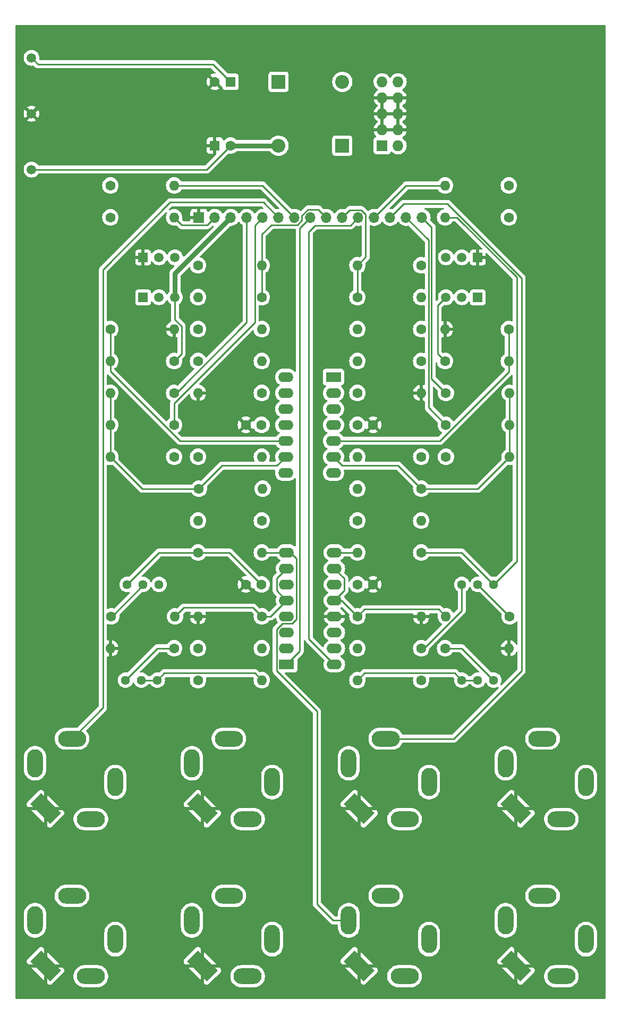
<source format=gbl>
G04 #@! TF.GenerationSoftware,KiCad,Pcbnew,7.0.0-rc2-unknown-92a61b187f~165~ubuntu22.04.1*
G04 #@! TF.CreationDate,2023-02-10T21:55:45-05:00*
G04 #@! TF.ProjectId,dualvca_b1,6475616c-7663-4615-9f62-312e6b696361,rev?*
G04 #@! TF.SameCoordinates,Original*
G04 #@! TF.FileFunction,Copper,L2,Bot*
G04 #@! TF.FilePolarity,Positive*
%FSLAX46Y46*%
G04 Gerber Fmt 4.6, Leading zero omitted, Abs format (unit mm)*
G04 Created by KiCad (PCBNEW 7.0.0-rc2-unknown-92a61b187f~165~ubuntu22.04.1) date 2023-02-10 21:55:45*
%MOMM*%
%LPD*%
G01*
G04 APERTURE LIST*
G04 Aperture macros list*
%AMRotRect*
0 Rectangle, with rotation*
0 The origin of the aperture is its center*
0 $1 length*
0 $2 width*
0 $3 Rotation angle, in degrees counterclockwise*
0 Add horizontal line*
21,1,$1,$2,0,0,$3*%
G04 Aperture macros list end*
G04 #@! TA.AperFunction,ComponentPad*
%ADD10O,2.500000X4.500001*%
G04 #@! TD*
G04 #@! TA.AperFunction,ComponentPad*
%ADD11O,4.500001X2.500001*%
G04 #@! TD*
G04 #@! TA.AperFunction,ComponentPad*
%ADD12RotRect,4.500001X2.500001X315.000000*%
G04 #@! TD*
G04 #@! TA.AperFunction,ComponentPad*
%ADD13O,4.500000X2.500000*%
G04 #@! TD*
G04 #@! TA.AperFunction,ComponentPad*
%ADD14O,2.500000X4.500000*%
G04 #@! TD*
G04 #@! TA.AperFunction,ComponentPad*
%ADD15C,1.500000*%
G04 #@! TD*
G04 #@! TA.AperFunction,ComponentPad*
%ADD16R,1.700000X1.700000*%
G04 #@! TD*
G04 #@! TA.AperFunction,ComponentPad*
%ADD17O,1.700000X1.700000*%
G04 #@! TD*
G04 #@! TA.AperFunction,ComponentPad*
%ADD18C,1.600000*%
G04 #@! TD*
G04 #@! TA.AperFunction,ComponentPad*
%ADD19O,1.600000X1.600000*%
G04 #@! TD*
G04 #@! TA.AperFunction,ComponentPad*
%ADD20R,1.500000X1.500000*%
G04 #@! TD*
G04 #@! TA.AperFunction,ComponentPad*
%ADD21R,2.200000X2.200000*%
G04 #@! TD*
G04 #@! TA.AperFunction,ComponentPad*
%ADD22O,2.200000X2.200000*%
G04 #@! TD*
G04 #@! TA.AperFunction,ComponentPad*
%ADD23C,1.440000*%
G04 #@! TD*
G04 #@! TA.AperFunction,ComponentPad*
%ADD24R,2.400000X1.600000*%
G04 #@! TD*
G04 #@! TA.AperFunction,ComponentPad*
%ADD25O,2.400000X1.600000*%
G04 #@! TD*
G04 #@! TA.AperFunction,ComponentPad*
%ADD26R,1.600000X1.600000*%
G04 #@! TD*
G04 #@! TA.AperFunction,ComponentPad*
%ADD27R,1.727200X1.727200*%
G04 #@! TD*
G04 #@! TA.AperFunction,ComponentPad*
%ADD28O,1.727200X1.727200*%
G04 #@! TD*
G04 #@! TA.AperFunction,ViaPad*
%ADD29C,0.800000*%
G04 #@! TD*
G04 #@! TA.AperFunction,Conductor*
%ADD30C,0.250000*%
G04 #@! TD*
G04 #@! TA.AperFunction,Conductor*
%ADD31C,0.750000*%
G04 #@! TD*
G04 APERTURE END LIST*
D10*
G04 #@! TO.P,J8,R*
G04 #@! TO.N,N/C*
X168899999Y-167999999D03*
D11*
G04 #@! TO.P,J8,RN*
X164999999Y-173899999D03*
D12*
G04 #@! TO.P,J8,S*
G04 #@! TO.N,Board_0-GND*
X157759999Y-172239999D03*
D13*
G04 #@! TO.P,J8,T*
G04 #@! TO.N,Board_0-/Main PCB/SIGB*
X161999999Y-161099999D03*
D14*
G04 #@! TO.P,J8,TN*
G04 #@! TO.N,Board_0-VCAA_OUT*
X156099999Y-164999999D03*
G04 #@! TD*
D10*
G04 #@! TO.P,J3,R*
G04 #@! TO.N,N/C*
X143899999Y-167999999D03*
D11*
G04 #@! TO.P,J3,RN*
X139999999Y-173899999D03*
D12*
G04 #@! TO.P,J3,S*
G04 #@! TO.N,Board_0-GND*
X132759999Y-172239999D03*
D13*
G04 #@! TO.P,J3,T*
G04 #@! TO.N,Board_0-/Main PCB/OUTA*
X136999999Y-161099999D03*
D14*
G04 #@! TO.P,J3,TN*
G04 #@! TO.N,N/C*
X131099999Y-164999999D03*
G04 #@! TD*
D15*
G04 #@! TO.P,TP102,1,1*
G04 #@! TO.N,Board_0-GND*
X105550000Y-36620000D03*
G04 #@! TD*
D16*
G04 #@! TO.P,J101,1,Pin_1*
G04 #@! TO.N,Board_0-GND*
X132224999Y-53129999D03*
D17*
G04 #@! TO.P,J101,2,Pin_2*
G04 #@! TO.N,Board_0--12V*
X134764999Y-53129999D03*
G04 #@! TO.P,J101,3,Pin_3*
G04 #@! TO.N,Board_0-+12V*
X137304999Y-53129999D03*
G04 #@! TO.P,J101,4,Pin_4*
G04 #@! TO.N,Board_0-/Main PCB/CVOFFSA*
X139844999Y-53129999D03*
G04 #@! TO.P,J101,5,Pin_5*
G04 #@! TO.N,Board_0-/Main PCB/CV1AA*
X142384999Y-53129999D03*
G04 #@! TO.P,J101,6,Pin_6*
G04 #@! TO.N,Board_0-/Main PCB/CV1A*
X144924999Y-53129999D03*
G04 #@! TO.P,J101,7,Pin_7*
G04 #@! TO.N,Board_0-/Main PCB/LOGA*
X147464999Y-53129999D03*
G04 #@! TO.P,J101,8,Pin_8*
G04 #@! TO.N,Board_0-/Main PCB/LLSWA*
X150004999Y-53129999D03*
G04 #@! TO.P,J101,9,Pin_9*
G04 #@! TO.N,Board_0-/Main PCB/LINA*
X152544999Y-53129999D03*
G04 #@! TO.P,J101,10,Pin_10*
G04 #@! TO.N,Board_0-/Main PCB/LINB*
X155084999Y-53129999D03*
G04 #@! TO.P,J101,11,Pin_11*
G04 #@! TO.N,Board_0-/Main PCB/LLSWB*
X157624999Y-53129999D03*
G04 #@! TO.P,J101,12,Pin_12*
G04 #@! TO.N,Board_0-/Main PCB/LOGB*
X160164999Y-53129999D03*
G04 #@! TO.P,J101,13,Pin_13*
G04 #@! TO.N,Board_0-/Main PCB/CV1B*
X162704999Y-53129999D03*
G04 #@! TO.P,J101,14,Pin_14*
G04 #@! TO.N,Board_0-/Main PCB/CV1AB*
X165244999Y-53129999D03*
G04 #@! TO.P,J101,15,Pin_15*
G04 #@! TO.N,Board_0-/Main PCB/CVOFFSB*
X167784999Y-53129999D03*
G04 #@! TD*
D10*
G04 #@! TO.P,J1,R*
G04 #@! TO.N,N/C*
X118899999Y-142999999D03*
D11*
G04 #@! TO.P,J1,RN*
X114999999Y-148899999D03*
D12*
G04 #@! TO.P,J1,S*
G04 #@! TO.N,Board_0-GND*
X107759999Y-147239999D03*
D13*
G04 #@! TO.P,J1,T*
G04 #@! TO.N,Board_0-/Main PCB/CV1A*
X111999999Y-136099999D03*
D14*
G04 #@! TO.P,J1,TN*
G04 #@! TO.N,N/C*
X106099999Y-139999999D03*
G04 #@! TD*
D10*
G04 #@! TO.P,J7,R*
G04 #@! TO.N,N/C*
X193899999Y-167999999D03*
D11*
G04 #@! TO.P,J7,RN*
X189999999Y-173899999D03*
D12*
G04 #@! TO.P,J7,S*
G04 #@! TO.N,Board_0-GND*
X182759999Y-172239999D03*
D13*
G04 #@! TO.P,J7,T*
G04 #@! TO.N,Board_0-/Main PCB/OUTB*
X186999999Y-161099999D03*
D14*
G04 #@! TO.P,J7,TN*
G04 #@! TO.N,N/C*
X181099999Y-164999999D03*
G04 #@! TD*
D10*
G04 #@! TO.P,J5,R*
G04 #@! TO.N,N/C*
X168899999Y-142999999D03*
D11*
G04 #@! TO.P,J5,RN*
X164999999Y-148899999D03*
D12*
G04 #@! TO.P,J5,S*
G04 #@! TO.N,Board_0-GND*
X157759999Y-147239999D03*
D13*
G04 #@! TO.P,J5,T*
G04 #@! TO.N,Board_0-/Main PCB/CV1B*
X161999999Y-136099999D03*
D14*
G04 #@! TO.P,J5,TN*
G04 #@! TO.N,N/C*
X156099999Y-139999999D03*
G04 #@! TD*
D10*
G04 #@! TO.P,J6,R*
G04 #@! TO.N,N/C*
X193899999Y-142999999D03*
D11*
G04 #@! TO.P,J6,RN*
X189999999Y-148899999D03*
D12*
G04 #@! TO.P,J6,S*
G04 #@! TO.N,Board_0-GND*
X182759999Y-147239999D03*
D13*
G04 #@! TO.P,J6,T*
G04 #@! TO.N,Board_0-/Main PCB/CV2B*
X186999999Y-136099999D03*
D14*
G04 #@! TO.P,J6,TN*
G04 #@! TO.N,N/C*
X181099999Y-139999999D03*
G04 #@! TD*
D10*
G04 #@! TO.P,J4,R*
G04 #@! TO.N,N/C*
X118899999Y-167999999D03*
D11*
G04 #@! TO.P,J4,RN*
X114999999Y-173899999D03*
D12*
G04 #@! TO.P,J4,S*
G04 #@! TO.N,Board_0-GND*
X107759999Y-172239999D03*
D13*
G04 #@! TO.P,J4,T*
G04 #@! TO.N,Board_0-/Main PCB/SIGA*
X111999999Y-161099999D03*
D14*
G04 #@! TO.P,J4,TN*
G04 #@! TO.N,N/C*
X106099999Y-164999999D03*
G04 #@! TD*
D15*
G04 #@! TO.P,TP101,1,1*
G04 #@! TO.N,Board_0-+12V*
X105550000Y-27730000D03*
G04 #@! TD*
G04 #@! TO.P,TP103,1,1*
G04 #@! TO.N,Board_0--12V*
X105550000Y-45510000D03*
G04 #@! TD*
D10*
G04 #@! TO.P,J2,R*
G04 #@! TO.N,N/C*
X143899999Y-142999999D03*
D11*
G04 #@! TO.P,J2,RN*
X139999999Y-148899999D03*
D12*
G04 #@! TO.P,J2,S*
G04 #@! TO.N,Board_0-GND*
X132759999Y-147239999D03*
D13*
G04 #@! TO.P,J2,T*
G04 #@! TO.N,Board_0-/Main PCB/CV2A*
X136999999Y-136099999D03*
D14*
G04 #@! TO.P,J2,TN*
G04 #@! TO.N,N/C*
X131099999Y-139999999D03*
G04 #@! TD*
D18*
G04 #@! TO.P,R9,1*
G04 #@! TO.N,Board_0-/Main PCB/LINA*
X142245000Y-65830000D03*
D19*
G04 #@! TO.P,R9,2*
G04 #@! TO.N,Board_0-Net-(R2-Pad2)*
X132084999Y-65829999D03*
G04 #@! TD*
D20*
G04 #@! TO.P,Q2,1,E*
G04 #@! TO.N,Board_0-GND*
X123329999Y-59479999D03*
D15*
G04 #@! TO.P,Q2,2,B*
G04 #@! TO.N,Board_0-Net-(Q1-E)*
X125870000Y-59480000D03*
G04 #@! TO.P,Q2,3,C*
G04 #@! TO.N,Board_0-Net-(Q2-C)*
X128410000Y-59480000D03*
G04 #@! TD*
D18*
G04 #@! TO.P,R13,1*
G04 #@! TO.N,Board_0-+12V*
X128275000Y-75990000D03*
D19*
G04 #@! TO.P,R13,2*
G04 #@! TO.N,Board_0-Net-(U1C-+)*
X118114999Y-75989999D03*
G04 #@! TD*
D18*
G04 #@! TO.P,R17,1*
G04 #@! TO.N,Board_0-VCAA_OUT*
X142245000Y-101390000D03*
D19*
G04 #@! TO.P,R17,2*
G04 #@! TO.N,Board_0-/Main PCB/OUTA*
X132084999Y-101389999D03*
G04 #@! TD*
D18*
G04 #@! TO.P,R23,1*
G04 #@! TO.N,Board_0-/Main PCB/CV1AB*
X171590000Y-86150000D03*
D19*
G04 #@! TO.P,R23,2*
G04 #@! TO.N,Board_0-/Main PCB/CVINB*
X181749999Y-86149999D03*
G04 #@! TD*
D18*
G04 #@! TO.P,R11,1*
G04 #@! TO.N,Board_0-/Main PCB/CVOFFSA*
X128275000Y-81070000D03*
D19*
G04 #@! TO.P,R11,2*
G04 #@! TO.N,Board_0-/Main PCB/CVINA*
X118114999Y-81069999D03*
G04 #@! TD*
D20*
G04 #@! TO.P,Q1,1,E*
G04 #@! TO.N,Board_0-Net-(Q1-E)*
X123329999Y-65829999D03*
D15*
G04 #@! TO.P,Q1,2,B*
G04 #@! TO.N,Board_0-/Main PCB/CVSUMA*
X125870000Y-65830000D03*
G04 #@! TO.P,Q1,3,C*
G04 #@! TO.N,Board_0-+12V*
X128410000Y-65830000D03*
G04 #@! TD*
D21*
G04 #@! TO.P,D102,1,K*
G04 #@! TO.N,Board_0-/Main PCB/-12_IN*
X155079999Y-41699999D03*
D22*
G04 #@! TO.P,D102,2,A*
G04 #@! TO.N,Board_0--12V*
X144919999Y-41699999D03*
G04 #@! TD*
D18*
G04 #@! TO.P,R28,1*
G04 #@! TO.N,Board_0-Net-(U1A-+)*
X157485000Y-81070000D03*
D19*
G04 #@! TO.P,R28,2*
G04 #@! TO.N,Board_0-GND*
X167644999Y-81069999D03*
G04 #@! TD*
D18*
G04 #@! TO.P,R4,1*
G04 #@! TO.N,Board_0-/Main PCB/CV2A*
X128275000Y-91230000D03*
D19*
G04 #@! TO.P,R4,2*
G04 #@! TO.N,Board_0-/Main PCB/CVINA*
X118114999Y-91229999D03*
G04 #@! TD*
D18*
G04 #@! TO.P,R29,1*
G04 #@! TO.N,Board_0-/Main PCB/CVINB*
X167645000Y-96310000D03*
D19*
G04 #@! TO.P,R29,2*
G04 #@! TO.N,Board_0-/Main PCB/CVSUMB*
X157484999Y-96309999D03*
G04 #@! TD*
D18*
G04 #@! TO.P,R33,1*
G04 #@! TO.N,Board_0-/Main PCB/CVOFFSB*
X171590000Y-81070000D03*
D19*
G04 #@! TO.P,R33,2*
G04 #@! TO.N,Board_0-/Main PCB/CVINB*
X181749999Y-81069999D03*
G04 #@! TD*
D18*
G04 #@! TO.P,R21,1*
G04 #@! TO.N,Board_0-+12V*
X132085000Y-121710000D03*
D19*
G04 #@! TO.P,R21,2*
G04 #@! TO.N,Board_0-Net-(R21-Pad2)*
X142244999Y-121709999D03*
G04 #@! TD*
D18*
G04 #@! TO.P,R16,1*
G04 #@! TO.N,Board_0--12V*
X132085000Y-106470000D03*
D19*
G04 #@! TO.P,R16,2*
G04 #@! TO.N,Board_0-VCAA_OUT*
X142244999Y-106469999D03*
G04 #@! TD*
D23*
G04 #@! TO.P,RV18,1,1*
G04 #@! TO.N,Board_0-Net-(R20-Pad1)*
X120510000Y-126790000D03*
G04 #@! TO.P,RV18,2,2*
G04 #@! TO.N,Board_0-/Main PCB/SIGAP*
X123050000Y-126790000D03*
G04 #@! TO.P,RV18,3,3*
X125590000Y-126790000D03*
G04 #@! TD*
D18*
G04 #@! TO.P,R27,1*
G04 #@! TO.N,Board_0-+12V*
X167645000Y-91230000D03*
D19*
G04 #@! TO.P,R27,2*
G04 #@! TO.N,Board_0-Net-(U1A-+)*
X157484999Y-91229999D03*
G04 #@! TD*
D18*
G04 #@! TO.P,R34,1*
G04 #@! TO.N,Board_0-Net-(Q3-E)*
X181615000Y-53130000D03*
D19*
G04 #@! TO.P,R34,2*
G04 #@! TO.N,Board_0--12V*
X171454999Y-53129999D03*
G04 #@! TD*
D24*
G04 #@! TO.P,U2,1*
G04 #@! TO.N,Board_0-/Main PCB/LLSWA*
X146189999Y-124249999D03*
D25*
G04 #@! TO.P,U2,2,DIODE_BIAS*
G04 #@! TO.N,Board_0-unconnected-(U2A-DIODE_BIAS-Pad2)*
X146189999Y-121709999D03*
G04 #@! TO.P,U2,3,+*
G04 #@! TO.N,Board_0-/Main PCB/SIGAP*
X146189999Y-119169999D03*
G04 #@! TO.P,U2,4,-*
G04 #@! TO.N,Board_0-GND*
X146189999Y-116629999D03*
G04 #@! TO.P,U2,5*
G04 #@! TO.N,Board_0-Net-(R21-Pad2)*
X146189999Y-114089999D03*
G04 #@! TO.P,U2,6,V-*
G04 #@! TO.N,Board_0--12V*
X146189999Y-111549999D03*
G04 #@! TO.P,U2,7*
G04 #@! TO.N,Board_0-Net-(R21-Pad2)*
X146189999Y-109009999D03*
G04 #@! TO.P,U2,8*
G04 #@! TO.N,Board_0-VCAA_OUT*
X146189999Y-106469999D03*
G04 #@! TO.P,U2,9*
G04 #@! TO.N,Board_0-/Main PCB/VCAB_OUT*
X153809999Y-106469999D03*
G04 #@! TO.P,U2,10*
G04 #@! TO.N,Board_0-Net-(R43-Pad2)*
X153809999Y-109009999D03*
G04 #@! TO.P,U2,11,V+*
G04 #@! TO.N,Board_0-+12V*
X153809999Y-111549999D03*
G04 #@! TO.P,U2,12*
G04 #@! TO.N,Board_0-Net-(R43-Pad2)*
X153809999Y-114089999D03*
G04 #@! TO.P,U2,13,-*
G04 #@! TO.N,Board_0-GND*
X153809999Y-116629999D03*
G04 #@! TO.P,U2,14,+*
G04 #@! TO.N,Board_0-/Main PCB/SIGBP*
X153809999Y-119169999D03*
G04 #@! TO.P,U2,15,DIODE_BIAS*
G04 #@! TO.N,Board_0-unconnected-(U2C-DIODE_BIAS-Pad15)*
X153809999Y-121709999D03*
G04 #@! TO.P,U2,16*
G04 #@! TO.N,Board_0-/Main PCB/LLSWB*
X153809999Y-124249999D03*
G04 #@! TD*
D18*
G04 #@! TO.P,R101,1*
G04 #@! TO.N,Board_0-Net-(U1C-+)*
X118115000Y-70910000D03*
D19*
G04 #@! TO.P,R101,2*
G04 #@! TO.N,Board_0-GND*
X128274999Y-70909999D03*
G04 #@! TD*
D23*
G04 #@! TO.P,RV45,1,1*
G04 #@! TO.N,Board_0--12V*
X120780000Y-111550000D03*
G04 #@! TO.P,RV45,2,2*
G04 #@! TO.N,Board_0-/Main PCB/BIASA*
X123320000Y-111550000D03*
G04 #@! TO.P,RV45,3,3*
G04 #@! TO.N,Board_0-+12V*
X125860000Y-111550000D03*
G04 #@! TD*
D18*
G04 #@! TO.P,R8,1*
G04 #@! TO.N,Board_0--12V*
X132085000Y-60750000D03*
D19*
G04 #@! TO.P,R8,2*
G04 #@! TO.N,Board_0-/Main PCB/LINA*
X142244999Y-60749999D03*
G04 #@! TD*
D18*
G04 #@! TO.P,R42,1*
G04 #@! TO.N,Board_0-Net-(R42-Pad1)*
X171455000Y-121710000D03*
D19*
G04 #@! TO.P,R42,2*
G04 #@! TO.N,Board_0-GND*
X181614999Y-121709999D03*
G04 #@! TD*
D18*
G04 #@! TO.P,C3,1*
G04 #@! TO.N,Board_0-+12V*
X157485000Y-111550000D03*
G04 #@! TO.P,C3,2*
G04 #@! TO.N,Board_0-GND*
X159985000Y-111550000D03*
G04 #@! TD*
D23*
G04 #@! TO.P,RV41,1,1*
G04 #@! TO.N,Board_0-Net-(R42-Pad1)*
X179210000Y-126790000D03*
G04 #@! TO.P,RV41,2,2*
G04 #@! TO.N,Board_0-/Main PCB/SIGBP*
X176670000Y-126790000D03*
G04 #@! TO.P,RV41,3,3*
X174130000Y-126790000D03*
G04 #@! TD*
D18*
G04 #@! TO.P,R31,1*
G04 #@! TO.N,Board_0-/Main PCB/LINB*
X157485000Y-65830000D03*
D19*
G04 #@! TO.P,R31,2*
G04 #@! TO.N,Board_0-Net-(R24-Pad2)*
X167644999Y-65829999D03*
G04 #@! TD*
D20*
G04 #@! TO.P,Q3,1,E*
G04 #@! TO.N,Board_0-Net-(Q3-E)*
X176669999Y-65829999D03*
D15*
G04 #@! TO.P,Q3,2,B*
G04 #@! TO.N,Board_0-/Main PCB/CVSUMB*
X174130000Y-65830000D03*
G04 #@! TO.P,Q3,3,C*
G04 #@! TO.N,Board_0-+12V*
X171590000Y-65830000D03*
G04 #@! TD*
D18*
G04 #@! TO.P,R14,1*
G04 #@! TO.N,Board_0-Net-(Q1-E)*
X118115000Y-53130000D03*
D19*
G04 #@! TO.P,R14,2*
G04 #@! TO.N,Board_0--12V*
X128274999Y-53129999D03*
G04 #@! TD*
D18*
G04 #@! TO.P,R48,1*
G04 #@! TO.N,Board_0-/Main PCB/BIASB*
X181750000Y-116630000D03*
D19*
G04 #@! TO.P,R48,2*
G04 #@! TO.N,Board_0-Net-(R43-Pad2)*
X171589999Y-116629999D03*
G04 #@! TD*
D18*
G04 #@! TO.P,C6,1*
G04 #@! TO.N,Board_0-GND*
X139705000Y-111550000D03*
G04 #@! TO.P,C6,2*
G04 #@! TO.N,Board_0--12V*
X142205000Y-111550000D03*
G04 #@! TD*
G04 #@! TO.P,C2,1*
G04 #@! TO.N,Board_0-+12V*
X157485000Y-86150000D03*
G04 #@! TO.P,C2,2*
G04 #@! TO.N,Board_0-GND*
X159985000Y-86150000D03*
G04 #@! TD*
G04 #@! TO.P,R37,1*
G04 #@! TO.N,Board_0-Net-(U1B-+)*
X181615000Y-70910000D03*
D19*
G04 #@! TO.P,R37,2*
G04 #@! TO.N,Board_0-GND*
X171454999Y-70909999D03*
G04 #@! TD*
D18*
G04 #@! TO.P,R40,1*
G04 #@! TO.N,Board_0-/Main PCB/SIGB*
X167645000Y-126790000D03*
D19*
G04 #@! TO.P,R40,2*
G04 #@! TO.N,Board_0-/Main PCB/SIGBP*
X157484999Y-126789999D03*
G04 #@! TD*
D18*
G04 #@! TO.P,R7,1*
G04 #@! TO.N,Board_0-/Main PCB/CVINA*
X132220000Y-96310000D03*
D19*
G04 #@! TO.P,R7,2*
G04 #@! TO.N,Board_0-/Main PCB/CVSUMA*
X142379999Y-96309999D03*
G04 #@! TD*
D18*
G04 #@! TO.P,R22,1*
G04 #@! TO.N,Board_0-Net-(R21-Pad2)*
X142245000Y-116630000D03*
D19*
G04 #@! TO.P,R22,2*
G04 #@! TO.N,Board_0-GND*
X132084999Y-116629999D03*
G04 #@! TD*
D18*
G04 #@! TO.P,R24,1*
G04 #@! TO.N,Board_0-Net-(U1A--)*
X167645000Y-70910000D03*
D19*
G04 #@! TO.P,R24,2*
G04 #@! TO.N,Board_0-Net-(R24-Pad2)*
X157484999Y-70909999D03*
G04 #@! TD*
D18*
G04 #@! TO.P,R39,1*
G04 #@! TO.N,Board_0-/Main PCB/VCAB_OUT*
X157485000Y-101390000D03*
D19*
G04 #@! TO.P,R39,2*
G04 #@! TO.N,Board_0-/Main PCB/OUTB*
X167644999Y-101389999D03*
G04 #@! TD*
D18*
G04 #@! TO.P,R43,1*
G04 #@! TO.N,Board_0-+12V*
X167645000Y-121710000D03*
D19*
G04 #@! TO.P,R43,2*
G04 #@! TO.N,Board_0-Net-(R43-Pad2)*
X157484999Y-121709999D03*
G04 #@! TD*
D20*
G04 #@! TO.P,Q4,1,E*
G04 #@! TO.N,Board_0-GND*
X176669999Y-59479999D03*
D15*
G04 #@! TO.P,Q4,2,B*
G04 #@! TO.N,Board_0-Net-(Q3-E)*
X174130000Y-59480000D03*
G04 #@! TO.P,Q4,3,C*
G04 #@! TO.N,Board_0-Net-(Q4-C)*
X171590000Y-59480000D03*
G04 #@! TD*
D18*
G04 #@! TO.P,R30,1*
G04 #@! TO.N,Board_0--12V*
X167645000Y-60750000D03*
D19*
G04 #@! TO.P,R30,2*
G04 #@! TO.N,Board_0-/Main PCB/LINB*
X157484999Y-60749999D03*
G04 #@! TD*
D18*
G04 #@! TO.P,R35,1*
G04 #@! TO.N,Board_0-Net-(Q4-C)*
X181615000Y-48050000D03*
D19*
G04 #@! TO.P,R35,2*
G04 #@! TO.N,Board_0-/Main PCB/LOGB*
X171454999Y-48049999D03*
G04 #@! TD*
D18*
G04 #@! TO.P,R44,1*
G04 #@! TO.N,Board_0-Net-(R43-Pad2)*
X157485000Y-116630000D03*
D19*
G04 #@! TO.P,R44,2*
G04 #@! TO.N,Board_0-GND*
X167644999Y-116629999D03*
G04 #@! TD*
D18*
G04 #@! TO.P,R6,1*
G04 #@! TO.N,Board_0-Net-(U1D-+)*
X142245000Y-81070000D03*
D19*
G04 #@! TO.P,R6,2*
G04 #@! TO.N,Board_0-GND*
X132084999Y-81069999D03*
G04 #@! TD*
D18*
G04 #@! TO.P,R2,1*
G04 #@! TO.N,Board_0-Net-(U1D--)*
X132085000Y-70910000D03*
D19*
G04 #@! TO.P,R2,2*
G04 #@! TO.N,Board_0-Net-(R2-Pad2)*
X142244999Y-70909999D03*
G04 #@! TD*
D18*
G04 #@! TO.P,R3,1*
G04 #@! TO.N,Board_0-/Main PCB/CVSUMA*
X132085000Y-75990000D03*
D19*
G04 #@! TO.P,R3,2*
G04 #@! TO.N,Board_0-Net-(U1D--)*
X142244999Y-75989999D03*
G04 #@! TD*
D18*
G04 #@! TO.P,C5,1*
G04 #@! TO.N,Board_0-GND*
X139705000Y-86150000D03*
G04 #@! TO.P,C5,2*
G04 #@! TO.N,Board_0--12V*
X142205000Y-86150000D03*
G04 #@! TD*
G04 #@! TO.P,R19,1*
G04 #@! TO.N,Board_0-/Main PCB/SIGA*
X132085000Y-126790000D03*
D19*
G04 #@! TO.P,R19,2*
G04 #@! TO.N,Board_0-/Main PCB/SIGAP*
X142244999Y-126789999D03*
G04 #@! TD*
D18*
G04 #@! TO.P,R38,1*
G04 #@! TO.N,Board_0--12V*
X167645000Y-106470000D03*
D19*
G04 #@! TO.P,R38,2*
G04 #@! TO.N,Board_0-/Main PCB/VCAB_OUT*
X157484999Y-106469999D03*
G04 #@! TD*
D26*
G04 #@! TO.P,C1,1*
G04 #@! TO.N,Board_0-+12V*
X137259999Y-31539999D03*
D18*
G04 #@! TO.P,C1,2*
G04 #@! TO.N,Board_0-GND*
X134760000Y-31540000D03*
G04 #@! TD*
D24*
G04 #@! TO.P,U1,1*
G04 #@! TO.N,Board_0-Net-(R24-Pad2)*
X153674999Y-78529999D03*
D25*
G04 #@! TO.P,U1,2,-*
G04 #@! TO.N,Board_0-Net-(U1A--)*
X153674999Y-81069999D03*
G04 #@! TO.P,U1,3,+*
G04 #@! TO.N,Board_0-Net-(U1A-+)*
X153674999Y-83609999D03*
G04 #@! TO.P,U1,4,V+*
G04 #@! TO.N,Board_0-+12V*
X153674999Y-86149999D03*
G04 #@! TO.P,U1,5,+*
G04 #@! TO.N,Board_0-Net-(U1B-+)*
X153674999Y-88689999D03*
G04 #@! TO.P,U1,6,-*
G04 #@! TO.N,Board_0-/Main PCB/CVINB*
X153674999Y-91229999D03*
G04 #@! TO.P,U1,7*
G04 #@! TO.N,Board_0-/Main PCB/CVSUMB*
X153674999Y-93769999D03*
G04 #@! TO.P,U1,8*
G04 #@! TO.N,Board_0-/Main PCB/CVSUMA*
X146054999Y-93769999D03*
G04 #@! TO.P,U1,9,-*
G04 #@! TO.N,Board_0-/Main PCB/CVINA*
X146054999Y-91229999D03*
G04 #@! TO.P,U1,10,+*
G04 #@! TO.N,Board_0-Net-(U1C-+)*
X146054999Y-88689999D03*
G04 #@! TO.P,U1,11,V-*
G04 #@! TO.N,Board_0--12V*
X146054999Y-86149999D03*
G04 #@! TO.P,U1,12,+*
G04 #@! TO.N,Board_0-Net-(U1D-+)*
X146054999Y-83609999D03*
G04 #@! TO.P,U1,13,-*
G04 #@! TO.N,Board_0-Net-(U1D--)*
X146054999Y-81069999D03*
G04 #@! TO.P,U1,14*
G04 #@! TO.N,Board_0-Net-(R2-Pad2)*
X146054999Y-78529999D03*
G04 #@! TD*
D23*
G04 #@! TO.P,RV47,1,1*
G04 #@! TO.N,Board_0--12V*
X179210000Y-111550000D03*
G04 #@! TO.P,RV47,2,2*
G04 #@! TO.N,Board_0-/Main PCB/BIASB*
X176670000Y-111550000D03*
G04 #@! TO.P,RV47,3,3*
G04 #@! TO.N,Board_0-+12V*
X174130000Y-111550000D03*
G04 #@! TD*
D26*
G04 #@! TO.P,C4,1*
G04 #@! TO.N,Board_0-GND*
X134759999Y-41699999D03*
D18*
G04 #@! TO.P,C4,2*
G04 #@! TO.N,Board_0--12V*
X137260000Y-41700000D03*
G04 #@! TD*
G04 #@! TO.P,R46,1*
G04 #@! TO.N,Board_0-/Main PCB/BIASA*
X118250000Y-116630000D03*
D19*
G04 #@! TO.P,R46,2*
G04 #@! TO.N,Board_0-Net-(R21-Pad2)*
X128409999Y-116629999D03*
G04 #@! TD*
D21*
G04 #@! TO.P,D101,1,K*
G04 #@! TO.N,Board_0-+12V*
X144919999Y-31539999D03*
D22*
G04 #@! TO.P,D101,2,A*
G04 #@! TO.N,Board_0-/Main PCB/+12_IN*
X155079999Y-31539999D03*
G04 #@! TD*
D18*
G04 #@! TO.P,R26,1*
G04 #@! TO.N,Board_0-/Main PCB/CV2B*
X171590000Y-91230000D03*
D19*
G04 #@! TO.P,R26,2*
G04 #@! TO.N,Board_0-/Main PCB/CVINB*
X181749999Y-91229999D03*
G04 #@! TD*
D27*
G04 #@! TO.P,J103,1,-12V*
G04 #@! TO.N,Board_0-/Main PCB/-12_IN*
X161429999Y-41699999D03*
D28*
G04 #@! TO.P,J103,2,-12V*
X163969999Y-41699999D03*
G04 #@! TO.P,J103,3,GND*
G04 #@! TO.N,Board_0-GND*
X161429999Y-39159999D03*
G04 #@! TO.P,J103,4,GND*
X163969999Y-39159999D03*
G04 #@! TO.P,J103,5,GND*
X161429999Y-36619999D03*
G04 #@! TO.P,J103,6,GND*
X163969999Y-36619999D03*
G04 #@! TO.P,J103,7,GND*
X161429999Y-34079999D03*
G04 #@! TO.P,J103,8,GND*
X163969999Y-34079999D03*
G04 #@! TO.P,J103,9,+12V*
G04 #@! TO.N,Board_0-/Main PCB/+12_IN*
X161429999Y-31539999D03*
G04 #@! TO.P,J103,10,+12V*
X163969999Y-31539999D03*
G04 #@! TD*
D18*
G04 #@! TO.P,R15,1*
G04 #@! TO.N,Board_0-Net-(Q2-C)*
X118115000Y-48050000D03*
D19*
G04 #@! TO.P,R15,2*
G04 #@! TO.N,Board_0-/Main PCB/LOGA*
X128274999Y-48049999D03*
G04 #@! TD*
D18*
G04 #@! TO.P,R1,1*
G04 #@! TO.N,Board_0-/Main PCB/CV1AA*
X128275000Y-86150000D03*
D19*
G04 #@! TO.P,R1,2*
G04 #@! TO.N,Board_0-/Main PCB/CVINA*
X118114999Y-86149999D03*
G04 #@! TD*
D18*
G04 #@! TO.P,R36,1*
G04 #@! TO.N,Board_0-+12V*
X171455000Y-75990000D03*
D19*
G04 #@! TO.P,R36,2*
G04 #@! TO.N,Board_0-Net-(U1B-+)*
X181614999Y-75989999D03*
G04 #@! TD*
D18*
G04 #@! TO.P,R5,1*
G04 #@! TO.N,Board_0-+12V*
X132085000Y-91230000D03*
D19*
G04 #@! TO.P,R5,2*
G04 #@! TO.N,Board_0-Net-(U1D-+)*
X142244999Y-91229999D03*
G04 #@! TD*
D18*
G04 #@! TO.P,R20,1*
G04 #@! TO.N,Board_0-Net-(R20-Pad1)*
X128275000Y-121710000D03*
D19*
G04 #@! TO.P,R20,2*
G04 #@! TO.N,Board_0-GND*
X118114999Y-121709999D03*
G04 #@! TD*
D18*
G04 #@! TO.P,R25,1*
G04 #@! TO.N,Board_0-/Main PCB/CVSUMB*
X167645000Y-75990000D03*
D19*
G04 #@! TO.P,R25,2*
G04 #@! TO.N,Board_0-Net-(U1A--)*
X157484999Y-75989999D03*
G04 #@! TD*
D29*
G04 #@! TO.N,Board_0-GND*
X130188000Y-93770000D03*
X169418500Y-93643000D03*
X145936000Y-57956000D03*
G04 #@! TD*
D30*
G04 #@! TO.N,Board_0-+12V*
X128410000Y-69383990D02*
X129449511Y-70423501D01*
X134478000Y-28758000D02*
X137260000Y-31540000D01*
X129449511Y-74815489D02*
X128275000Y-75990000D01*
X168100991Y-121710000D02*
X167645000Y-121710000D01*
D31*
X137305000Y-53130000D02*
X128410000Y-62025000D01*
D30*
X171455000Y-75990000D02*
X170280489Y-74815489D01*
D31*
X128410000Y-62025000D02*
X128410000Y-65830000D01*
D30*
X129449511Y-70423501D02*
X129449511Y-74815489D01*
X170280489Y-74815489D02*
X170280489Y-67139511D01*
X174130000Y-111550000D02*
X174130000Y-115680991D01*
X105550000Y-27730000D02*
X106578000Y-28758000D01*
X170280489Y-67139511D02*
X171590000Y-65830000D01*
X174130000Y-115680991D02*
X168100991Y-121710000D01*
X106578000Y-28758000D02*
X134478000Y-28758000D01*
X128410000Y-65830000D02*
X128410000Y-69383990D01*
G04 #@! TO.N,Board_0--12V*
X137125000Y-106470000D02*
X142205000Y-111550000D01*
X174130000Y-106470000D02*
X179210000Y-111550000D01*
X120780000Y-111550000D02*
X125860000Y-106470000D01*
X125860000Y-106470000D02*
X131693990Y-106470000D01*
X182875000Y-107885000D02*
X179210000Y-111550000D01*
X129499511Y-54354511D02*
X133540489Y-54354511D01*
X171455000Y-53130000D02*
X173368000Y-53130000D01*
X132085000Y-106470000D02*
X137125000Y-106470000D01*
X133450000Y-45510000D02*
X137260000Y-41700000D01*
X173368000Y-53130000D02*
X182875000Y-62637000D01*
D31*
X144920000Y-41700000D02*
X137260000Y-41700000D01*
D30*
X128275000Y-53130000D02*
X129499511Y-54354511D01*
X133540489Y-54354511D02*
X134765000Y-53130000D01*
X167645000Y-106470000D02*
X174130000Y-106470000D01*
X182875000Y-62637000D02*
X182875000Y-107885000D01*
X105550000Y-45510000D02*
X133450000Y-45510000D01*
G04 #@! TO.N,Board_0-/Main PCB/BIASA*
X118250000Y-116630000D02*
X118385000Y-116630000D01*
X123320000Y-111695000D02*
X123320000Y-111550000D01*
X118385000Y-116630000D02*
X123320000Y-111695000D01*
G04 #@! TO.N,Board_0-/Main PCB/BIASB*
X176670000Y-111550000D02*
X181750000Y-116630000D01*
G04 #@! TO.N,Board_0-/Main PCB/CV1A*
X142512000Y-50717000D02*
X127648000Y-50717000D01*
X144925000Y-53130000D02*
X142512000Y-50717000D01*
X116940489Y-61424511D02*
X116940489Y-131159511D01*
X116940489Y-131159511D02*
X112000000Y-136100000D01*
X127648000Y-50717000D02*
X116940489Y-61424511D01*
G04 #@! TO.N,Board_0-/Main PCB/CV1AA*
X141120489Y-69814811D02*
X141120489Y-54394511D01*
X141120489Y-54394511D02*
X142385000Y-53130000D01*
X128275000Y-82660300D02*
X141120489Y-69814811D01*
X128275000Y-86150000D02*
X128275000Y-82660300D01*
G04 #@! TO.N,Board_0-/Main PCB/CV1AB*
X171590000Y-86150000D02*
X168854489Y-83414489D01*
X168854489Y-56739489D02*
X165245000Y-53130000D01*
X168854489Y-83414489D02*
X168854489Y-56739489D01*
G04 #@! TO.N,Board_0-/Main PCB/CV1B*
X164864000Y-50971000D02*
X171844690Y-50971000D01*
X183646511Y-125274489D02*
X172821000Y-136100000D01*
X172821000Y-136100000D02*
X162000000Y-136100000D01*
X183646511Y-62772821D02*
X183646511Y-125274489D01*
X162705000Y-53130000D02*
X164864000Y-50971000D01*
X171844690Y-50971000D02*
X183646511Y-62772821D01*
G04 #@! TO.N,Board_0-/Main PCB/CVINA*
X144639520Y-92645480D02*
X146055000Y-91230000D01*
X132220000Y-96310000D02*
X123195000Y-96310000D01*
X118115000Y-81070000D02*
X118115000Y-91230000D01*
X135884520Y-92645480D02*
X144639520Y-92645480D01*
X132220000Y-96310000D02*
X135884520Y-92645480D01*
X123195000Y-96310000D02*
X118115000Y-91230000D01*
G04 #@! TO.N,Board_0-/Main PCB/CVINB*
X155072000Y-92627000D02*
X153675000Y-91230000D01*
X181750000Y-81070000D02*
X181750000Y-91230000D01*
X167645000Y-96310000D02*
X163962000Y-92627000D01*
X176670000Y-96310000D02*
X181750000Y-91230000D01*
X163962000Y-92627000D02*
X155072000Y-92627000D01*
X167645000Y-96310000D02*
X176670000Y-96310000D01*
G04 #@! TO.N,Board_0-/Main PCB/CVOFFSA*
X128595300Y-81070000D02*
X139845000Y-69820300D01*
X139845000Y-69820300D02*
X139845000Y-53130000D01*
G04 #@! TO.N,Board_0-/Main PCB/CVOFFSB*
X169304000Y-78784000D02*
X169304000Y-54649000D01*
X171590000Y-81070000D02*
X169304000Y-78784000D01*
X169304000Y-54649000D02*
X167785000Y-53130000D01*
G04 #@! TO.N,Board_0-/Main PCB/LINA*
X148639511Y-53616499D02*
X148639511Y-52834479D01*
X142245000Y-55805000D02*
X143745489Y-54304511D01*
X151275000Y-51860000D02*
X152545000Y-53130000D01*
X143745489Y-54304511D02*
X147951499Y-54304511D01*
X149613990Y-51860000D02*
X151275000Y-51860000D01*
X142245000Y-60750000D02*
X142245000Y-55805000D01*
X147951499Y-54304511D02*
X148639511Y-53616499D01*
X148639511Y-52834479D02*
X149613990Y-51860000D01*
X142245000Y-60750000D02*
X142245000Y-65830000D01*
G04 #@! TO.N,Board_0-/Main PCB/LINB*
X158111499Y-51955489D02*
X156259511Y-51955489D01*
X157485000Y-60750000D02*
X157485000Y-65830000D01*
X156259511Y-51955489D02*
X155085000Y-53130000D01*
X158799511Y-59435489D02*
X158799511Y-52643501D01*
X157485000Y-60750000D02*
X158799511Y-59435489D01*
X158799511Y-52643501D02*
X158111499Y-51955489D01*
G04 #@! TO.N,Board_0-/Main PCB/LLSWA*
X150005000Y-53130000D02*
X148290510Y-54844490D01*
X148290510Y-54844490D02*
X148290510Y-122149490D01*
X148290510Y-122149490D02*
X146190000Y-124250000D01*
G04 #@! TO.N,Board_0-/Main PCB/LLSWB*
X150767489Y-54394511D02*
X149746000Y-55416000D01*
X156360489Y-54394511D02*
X150767489Y-54394511D01*
X149746000Y-55416000D02*
X149746000Y-120186000D01*
X149746000Y-120186000D02*
X153810000Y-124250000D01*
X157625000Y-53130000D02*
X156360489Y-54394511D01*
G04 #@! TO.N,Board_0-/Main PCB/LOGA*
X142385000Y-48050000D02*
X147465000Y-53130000D01*
X128275000Y-48050000D02*
X142385000Y-48050000D01*
G04 #@! TO.N,Board_0-/Main PCB/LOGB*
X165245000Y-48050000D02*
X160165000Y-53130000D01*
X171455000Y-48050000D02*
X165245000Y-48050000D01*
G04 #@! TO.N,Board_0-/Main PCB/SIGAP*
X141120489Y-125665489D02*
X126714511Y-125665489D01*
X142245000Y-126790000D02*
X141120489Y-125665489D01*
X125590000Y-126790000D02*
X123195000Y-126790000D01*
X126714511Y-125665489D02*
X125590000Y-126790000D01*
G04 #@! TO.N,Board_0-/Main PCB/SIGBP*
X158628000Y-125647000D02*
X157485000Y-126790000D01*
X176535000Y-126790000D02*
X174130000Y-126790000D01*
X172987000Y-125647000D02*
X158628000Y-125647000D01*
X174130000Y-126790000D02*
X172987000Y-125647000D01*
G04 #@! TO.N,Board_0-/Main PCB/VCAB_OUT*
X153810000Y-106470000D02*
X157485000Y-106470000D01*
G04 #@! TO.N,Board_0-Net-(R20-Pad1)*
X125590000Y-121710000D02*
X128275000Y-121710000D01*
X120510000Y-126790000D02*
X125590000Y-121710000D01*
G04 #@! TO.N,Board_0-Net-(R21-Pad2)*
X129807000Y-115233000D02*
X140848000Y-115233000D01*
X142245000Y-116630000D02*
X143650000Y-116630000D01*
X146190000Y-114090000D02*
X144615480Y-112515480D01*
X144615480Y-112515480D02*
X144615480Y-110584520D01*
X140848000Y-115233000D02*
X142245000Y-116630000D01*
X143650000Y-116630000D02*
X146190000Y-114090000D01*
X144615480Y-110584520D02*
X146190000Y-109010000D01*
X128410000Y-116630000D02*
X129807000Y-115233000D01*
G04 #@! TO.N,Board_0-Net-(R42-Pad1)*
X174130000Y-121710000D02*
X171455000Y-121710000D01*
X179210000Y-126790000D02*
X174130000Y-121710000D01*
G04 #@! TO.N,Board_0-Net-(R43-Pad2)*
X157485000Y-116630000D02*
X158610000Y-115505000D01*
X154945000Y-114090000D02*
X153810000Y-114090000D01*
X158610000Y-115505000D02*
X170465000Y-115505000D01*
X155384520Y-112515480D02*
X155384520Y-110584520D01*
X170465000Y-115505000D02*
X171590000Y-116630000D01*
X153810000Y-114090000D02*
X155384520Y-112515480D01*
X155384520Y-110584520D02*
X153810000Y-109010000D01*
X157485000Y-116630000D02*
X154945000Y-114090000D01*
G04 #@! TO.N,Board_0-Net-(U1B-+)*
X181615000Y-75990000D02*
X181615000Y-77715300D01*
X181615000Y-77715300D02*
X170640300Y-88690000D01*
X170640300Y-88690000D02*
X153675000Y-88690000D01*
X181615000Y-70910000D02*
X181615000Y-75990000D01*
G04 #@! TO.N,Board_0-Net-(U1C-+)*
X118115000Y-70910000D02*
X118115000Y-75990000D01*
X118115000Y-75990000D02*
X118115000Y-77580300D01*
X118115000Y-77580300D02*
X129224700Y-88690000D01*
X129224700Y-88690000D02*
X146055000Y-88690000D01*
G04 #@! TO.N,Board_0-VCAA_OUT*
X151025489Y-131734511D02*
X144615480Y-125324502D01*
X144615480Y-125324502D02*
X144615480Y-118683498D01*
X144615480Y-118683498D02*
X145544458Y-117754520D01*
X151025489Y-162425489D02*
X151025489Y-131734511D01*
X153600000Y-165000000D02*
X151025489Y-162425489D01*
X147055791Y-117754520D02*
X147764520Y-117045791D01*
X156100000Y-165000000D02*
X153600000Y-165000000D01*
X145544458Y-117754520D02*
X147055791Y-117754520D01*
X147764520Y-107409520D02*
X146825000Y-106470000D01*
X142245000Y-106470000D02*
X146190000Y-106470000D01*
X147764520Y-117045791D02*
X147764520Y-107409520D01*
G04 #@! TD*
G04 #@! TA.AperFunction,Conductor*
G04 #@! TO.N,Board_0-GND*
G36*
X182188272Y-78188955D02*
G01*
X182227405Y-78233907D01*
X182241500Y-78291815D01*
X182241500Y-79682832D01*
X182228506Y-79738560D01*
X182192204Y-79782795D01*
X182140081Y-79806411D01*
X182082889Y-79804539D01*
X181986663Y-79778755D01*
X181983398Y-79777880D01*
X181983397Y-79777879D01*
X181978087Y-79776457D01*
X181972611Y-79775977D01*
X181972606Y-79775977D01*
X181755475Y-79756981D01*
X181750000Y-79756502D01*
X181744525Y-79756981D01*
X181527393Y-79775977D01*
X181527386Y-79775978D01*
X181521913Y-79776457D01*
X181516599Y-79777880D01*
X181516598Y-79777881D01*
X181306067Y-79834293D01*
X181306065Y-79834293D01*
X181300757Y-79835716D01*
X181295779Y-79838036D01*
X181295774Y-79838039D01*
X181098238Y-79930151D01*
X181098233Y-79930153D01*
X181093251Y-79932477D01*
X181088752Y-79935627D01*
X181088742Y-79935633D01*
X180910211Y-80060643D01*
X180910208Y-80060645D01*
X180905700Y-80063802D01*
X180901808Y-80067693D01*
X180901802Y-80067699D01*
X180747699Y-80221802D01*
X180747693Y-80221808D01*
X180743802Y-80225700D01*
X180740645Y-80230208D01*
X180740643Y-80230211D01*
X180615633Y-80408742D01*
X180615627Y-80408752D01*
X180612477Y-80413251D01*
X180610153Y-80418233D01*
X180610151Y-80418238D01*
X180518039Y-80615774D01*
X180518036Y-80615779D01*
X180515716Y-80620757D01*
X180514293Y-80626065D01*
X180514293Y-80626067D01*
X180467846Y-80799410D01*
X180456457Y-80841913D01*
X180455978Y-80847386D01*
X180455977Y-80847393D01*
X180436988Y-81064443D01*
X180436502Y-81070000D01*
X180436981Y-81075475D01*
X180452096Y-81248249D01*
X180456457Y-81298087D01*
X180515716Y-81519243D01*
X180612477Y-81726749D01*
X180615630Y-81731252D01*
X180615633Y-81731257D01*
X180692123Y-81840496D01*
X180743802Y-81914300D01*
X180905700Y-82076198D01*
X181005586Y-82146139D01*
X181062771Y-82186181D01*
X181102263Y-82231214D01*
X181116500Y-82289394D01*
X181116500Y-84930606D01*
X181102263Y-84988786D01*
X181062771Y-85033819D01*
X180910211Y-85140643D01*
X180910208Y-85140645D01*
X180905700Y-85143802D01*
X180901808Y-85147693D01*
X180901802Y-85147699D01*
X180747699Y-85301802D01*
X180747693Y-85301808D01*
X180743802Y-85305700D01*
X180740645Y-85310208D01*
X180740643Y-85310211D01*
X180615633Y-85488742D01*
X180615627Y-85488752D01*
X180612477Y-85493251D01*
X180610153Y-85498233D01*
X180610151Y-85498238D01*
X180518039Y-85695774D01*
X180518036Y-85695779D01*
X180515716Y-85700757D01*
X180514293Y-85706065D01*
X180514293Y-85706067D01*
X180492920Y-85785832D01*
X180456457Y-85921913D01*
X180455978Y-85927386D01*
X180455977Y-85927393D01*
X180437528Y-86138270D01*
X180436502Y-86150000D01*
X180436981Y-86155475D01*
X180455969Y-86372519D01*
X180456457Y-86378087D01*
X180515716Y-86599243D01*
X180518038Y-86604223D01*
X180518039Y-86604225D01*
X180587577Y-86753351D01*
X180612477Y-86806749D01*
X180615630Y-86811252D01*
X180615633Y-86811257D01*
X180654375Y-86866586D01*
X180743802Y-86994300D01*
X180905700Y-87156198D01*
X181005586Y-87226139D01*
X181062771Y-87266181D01*
X181102263Y-87311214D01*
X181116500Y-87369394D01*
X181116500Y-90010606D01*
X181102263Y-90068786D01*
X181062771Y-90113819D01*
X180910211Y-90220643D01*
X180910208Y-90220645D01*
X180905700Y-90223802D01*
X180901808Y-90227693D01*
X180901802Y-90227699D01*
X180747699Y-90381802D01*
X180747693Y-90381808D01*
X180743802Y-90385700D01*
X180740645Y-90390208D01*
X180740643Y-90390211D01*
X180615633Y-90568742D01*
X180615627Y-90568752D01*
X180612477Y-90573251D01*
X180610153Y-90578233D01*
X180610151Y-90578238D01*
X180518039Y-90775774D01*
X180518036Y-90775779D01*
X180515716Y-90780757D01*
X180456457Y-91001913D01*
X180455978Y-91007386D01*
X180455977Y-91007393D01*
X180436988Y-91224443D01*
X180436502Y-91230000D01*
X180436981Y-91235475D01*
X180455977Y-91452606D01*
X180455977Y-91452611D01*
X180456457Y-91458087D01*
X180457879Y-91463394D01*
X180457881Y-91463405D01*
X180473459Y-91521542D01*
X180473459Y-91586764D01*
X180440847Y-91643247D01*
X176444500Y-95639595D01*
X176403623Y-95666909D01*
X176355405Y-95676500D01*
X168864394Y-95676500D01*
X168806214Y-95662263D01*
X168761181Y-95622771D01*
X168721139Y-95565586D01*
X168651198Y-95465700D01*
X168489300Y-95303802D01*
X168415496Y-95252123D01*
X168306257Y-95175633D01*
X168306252Y-95175630D01*
X168301749Y-95172477D01*
X168296761Y-95170151D01*
X168099225Y-95078039D01*
X168099223Y-95078038D01*
X168094243Y-95075716D01*
X167873087Y-95016457D01*
X167867611Y-95015977D01*
X167867606Y-95015977D01*
X167650475Y-94996981D01*
X167645000Y-94996502D01*
X167639525Y-94996981D01*
X167422393Y-95015977D01*
X167422386Y-95015978D01*
X167416913Y-95016457D01*
X167411601Y-95017880D01*
X167411591Y-95017882D01*
X167353455Y-95033459D01*
X167288234Y-95033458D01*
X167231751Y-95000847D01*
X164465646Y-92234741D01*
X164458112Y-92226463D01*
X164454000Y-92219982D01*
X164404348Y-92173356D01*
X164401506Y-92170601D01*
X164384574Y-92153669D01*
X164381770Y-92150865D01*
X164378575Y-92148386D01*
X164369554Y-92140682D01*
X164365525Y-92136899D01*
X164337321Y-92110414D01*
X164330377Y-92106596D01*
X164330371Y-92106592D01*
X164319566Y-92100652D01*
X164303047Y-92089801D01*
X164287041Y-92077386D01*
X164279766Y-92074238D01*
X164279763Y-92074236D01*
X164246466Y-92059828D01*
X164235804Y-92054605D01*
X164204007Y-92037124D01*
X164204005Y-92037123D01*
X164197060Y-92033305D01*
X164189383Y-92031334D01*
X164189381Y-92031333D01*
X164177438Y-92028267D01*
X164158734Y-92021863D01*
X164147420Y-92016967D01*
X164147418Y-92016966D01*
X164140145Y-92013819D01*
X164132319Y-92012579D01*
X164132318Y-92012579D01*
X164096475Y-92006902D01*
X164084859Y-92004496D01*
X164042030Y-91993500D01*
X164034101Y-91993500D01*
X164021776Y-91993500D01*
X164002065Y-91991949D01*
X163989885Y-91990019D01*
X163989878Y-91990018D01*
X163982057Y-91988780D01*
X163974173Y-91989525D01*
X163974165Y-91989525D01*
X163938039Y-91992941D01*
X163926181Y-91993500D01*
X158770525Y-91993500D01*
X158709921Y-91977968D01*
X158664258Y-91935200D01*
X158644795Y-91875741D01*
X158656330Y-91814251D01*
X158693429Y-91734688D01*
X158719284Y-91679243D01*
X158778543Y-91458087D01*
X158798498Y-91230000D01*
X166331502Y-91230000D01*
X166331981Y-91235475D01*
X166350977Y-91452606D01*
X166350977Y-91452611D01*
X166351457Y-91458087D01*
X166410716Y-91679243D01*
X166413038Y-91684223D01*
X166413039Y-91684225D01*
X166465380Y-91796471D01*
X166507477Y-91886749D01*
X166510630Y-91891252D01*
X166510633Y-91891257D01*
X166556384Y-91956595D01*
X166638802Y-92074300D01*
X166800700Y-92236198D01*
X166988251Y-92367523D01*
X167195757Y-92464284D01*
X167416913Y-92523543D01*
X167645000Y-92543498D01*
X167873087Y-92523543D01*
X168094243Y-92464284D01*
X168301749Y-92367523D01*
X168489300Y-92236198D01*
X168651198Y-92074300D01*
X168782523Y-91886749D01*
X168879284Y-91679243D01*
X168938543Y-91458087D01*
X168958498Y-91230000D01*
X170276502Y-91230000D01*
X170276981Y-91235475D01*
X170295977Y-91452606D01*
X170295977Y-91452611D01*
X170296457Y-91458087D01*
X170355716Y-91679243D01*
X170358038Y-91684223D01*
X170358039Y-91684225D01*
X170410380Y-91796471D01*
X170452477Y-91886749D01*
X170455630Y-91891252D01*
X170455633Y-91891257D01*
X170501384Y-91956595D01*
X170583802Y-92074300D01*
X170745700Y-92236198D01*
X170933251Y-92367523D01*
X171140757Y-92464284D01*
X171361913Y-92523543D01*
X171590000Y-92543498D01*
X171818087Y-92523543D01*
X172039243Y-92464284D01*
X172246749Y-92367523D01*
X172434300Y-92236198D01*
X172596198Y-92074300D01*
X172727523Y-91886749D01*
X172824284Y-91679243D01*
X172883543Y-91458087D01*
X172903498Y-91230000D01*
X172883543Y-91001913D01*
X172824284Y-90780757D01*
X172727523Y-90573251D01*
X172596198Y-90385700D01*
X172434300Y-90223802D01*
X172360496Y-90172123D01*
X172251257Y-90095633D01*
X172251252Y-90095630D01*
X172246749Y-90092477D01*
X172195943Y-90068786D01*
X172044225Y-89998039D01*
X172044223Y-89998038D01*
X172039243Y-89995716D01*
X171818087Y-89936457D01*
X171812611Y-89935977D01*
X171812606Y-89935977D01*
X171595475Y-89916981D01*
X171590000Y-89916502D01*
X171584525Y-89916981D01*
X171367393Y-89935977D01*
X171367386Y-89935978D01*
X171361913Y-89936457D01*
X171356599Y-89937880D01*
X171356598Y-89937881D01*
X171146067Y-89994293D01*
X171146065Y-89994293D01*
X171140757Y-89995716D01*
X171135779Y-89998036D01*
X171135774Y-89998039D01*
X170938238Y-90090151D01*
X170938233Y-90090153D01*
X170933251Y-90092477D01*
X170928752Y-90095627D01*
X170928742Y-90095633D01*
X170750211Y-90220643D01*
X170750208Y-90220645D01*
X170745700Y-90223802D01*
X170741808Y-90227693D01*
X170741802Y-90227699D01*
X170587699Y-90381802D01*
X170587693Y-90381808D01*
X170583802Y-90385700D01*
X170580645Y-90390208D01*
X170580643Y-90390211D01*
X170455633Y-90568742D01*
X170455627Y-90568752D01*
X170452477Y-90573251D01*
X170450153Y-90578233D01*
X170450151Y-90578238D01*
X170358039Y-90775774D01*
X170358036Y-90775779D01*
X170355716Y-90780757D01*
X170296457Y-91001913D01*
X170295978Y-91007386D01*
X170295977Y-91007393D01*
X170276988Y-91224443D01*
X170276502Y-91230000D01*
X168958498Y-91230000D01*
X168938543Y-91001913D01*
X168879284Y-90780757D01*
X168782523Y-90573251D01*
X168651198Y-90385700D01*
X168489300Y-90223802D01*
X168415496Y-90172123D01*
X168306257Y-90095633D01*
X168306252Y-90095630D01*
X168301749Y-90092477D01*
X168250943Y-90068786D01*
X168099225Y-89998039D01*
X168099223Y-89998038D01*
X168094243Y-89995716D01*
X167873087Y-89936457D01*
X167867611Y-89935977D01*
X167867606Y-89935977D01*
X167650475Y-89916981D01*
X167645000Y-89916502D01*
X167639525Y-89916981D01*
X167422393Y-89935977D01*
X167422386Y-89935978D01*
X167416913Y-89936457D01*
X167411599Y-89937880D01*
X167411598Y-89937881D01*
X167201067Y-89994293D01*
X167201065Y-89994293D01*
X167195757Y-89995716D01*
X167190779Y-89998036D01*
X167190774Y-89998039D01*
X166993238Y-90090151D01*
X166993233Y-90090153D01*
X166988251Y-90092477D01*
X166983752Y-90095627D01*
X166983742Y-90095633D01*
X166805211Y-90220643D01*
X166805208Y-90220645D01*
X166800700Y-90223802D01*
X166796808Y-90227693D01*
X166796802Y-90227699D01*
X166642699Y-90381802D01*
X166642693Y-90381808D01*
X166638802Y-90385700D01*
X166635645Y-90390208D01*
X166635643Y-90390211D01*
X166510633Y-90568742D01*
X166510627Y-90568752D01*
X166507477Y-90573251D01*
X166505153Y-90578233D01*
X166505151Y-90578238D01*
X166413039Y-90775774D01*
X166413036Y-90775779D01*
X166410716Y-90780757D01*
X166351457Y-91001913D01*
X166350978Y-91007386D01*
X166350977Y-91007393D01*
X166331988Y-91224443D01*
X166331502Y-91230000D01*
X158798498Y-91230000D01*
X158778543Y-91001913D01*
X158719284Y-90780757D01*
X158622523Y-90573251D01*
X158491198Y-90385700D01*
X158329300Y-90223802D01*
X158255496Y-90172123D01*
X158146257Y-90095633D01*
X158146252Y-90095630D01*
X158141749Y-90092477D01*
X158090943Y-90068786D01*
X157939225Y-89998039D01*
X157939223Y-89998038D01*
X157934243Y-89995716D01*
X157713087Y-89936457D01*
X157707611Y-89935977D01*
X157707606Y-89935977D01*
X157490475Y-89916981D01*
X157485000Y-89916502D01*
X157479525Y-89916981D01*
X157262393Y-89935977D01*
X157262386Y-89935978D01*
X157256913Y-89936457D01*
X157251599Y-89937880D01*
X157251598Y-89937881D01*
X157041067Y-89994293D01*
X157041065Y-89994293D01*
X157035757Y-89995716D01*
X157030779Y-89998036D01*
X157030774Y-89998039D01*
X156833238Y-90090151D01*
X156833233Y-90090153D01*
X156828251Y-90092477D01*
X156823752Y-90095627D01*
X156823742Y-90095633D01*
X156645211Y-90220643D01*
X156645208Y-90220645D01*
X156640700Y-90223802D01*
X156636808Y-90227693D01*
X156636802Y-90227699D01*
X156482699Y-90381802D01*
X156482693Y-90381808D01*
X156478802Y-90385700D01*
X156475645Y-90390208D01*
X156475643Y-90390211D01*
X156350633Y-90568742D01*
X156350627Y-90568752D01*
X156347477Y-90573251D01*
X156345153Y-90578233D01*
X156345151Y-90578238D01*
X156253039Y-90775774D01*
X156253036Y-90775779D01*
X156250716Y-90780757D01*
X156191457Y-91001913D01*
X156190978Y-91007386D01*
X156190977Y-91007393D01*
X156171988Y-91224443D01*
X156171502Y-91230000D01*
X156171981Y-91235475D01*
X156190977Y-91452606D01*
X156190977Y-91452611D01*
X156191457Y-91458087D01*
X156250716Y-91679243D01*
X156253039Y-91684225D01*
X156253041Y-91684230D01*
X156313670Y-91814251D01*
X156325205Y-91875741D01*
X156305742Y-91935200D01*
X156260079Y-91977968D01*
X156199475Y-91993500D01*
X155386595Y-91993500D01*
X155338377Y-91983909D01*
X155297500Y-91956595D01*
X155279719Y-91938814D01*
X155251716Y-91896239D01*
X155242867Y-91846053D01*
X155254619Y-91796471D01*
X155309284Y-91679243D01*
X155368543Y-91458087D01*
X155388498Y-91230000D01*
X155368543Y-91001913D01*
X155309284Y-90780757D01*
X155212523Y-90573251D01*
X155081198Y-90385700D01*
X154919300Y-90223802D01*
X154845496Y-90172123D01*
X154736257Y-90095633D01*
X154736252Y-90095630D01*
X154731749Y-90092477D01*
X154726761Y-90090151D01*
X154726758Y-90090149D01*
X154692543Y-90074195D01*
X154639525Y-90027700D01*
X154619792Y-89960000D01*
X154639525Y-89892300D01*
X154692543Y-89845805D01*
X154698029Y-89843246D01*
X154731749Y-89827523D01*
X154919300Y-89696198D01*
X155081198Y-89534300D01*
X155191179Y-89377229D01*
X155236214Y-89337737D01*
X155294394Y-89323500D01*
X170561533Y-89323500D01*
X170572716Y-89324027D01*
X170580209Y-89325702D01*
X170648285Y-89323562D01*
X170652245Y-89323500D01*
X170676194Y-89323500D01*
X170680156Y-89323500D01*
X170684156Y-89322994D01*
X170695999Y-89322061D01*
X170740189Y-89320673D01*
X170759633Y-89315023D01*
X170779002Y-89311012D01*
X170799097Y-89308474D01*
X170840215Y-89292193D01*
X170851417Y-89288357D01*
X170893893Y-89276018D01*
X170911339Y-89265699D01*
X170929069Y-89257013D01*
X170947917Y-89249552D01*
X170983687Y-89223561D01*
X170993598Y-89217051D01*
X171031662Y-89194542D01*
X171045988Y-89180215D01*
X171061017Y-89167378D01*
X171077407Y-89155472D01*
X171105594Y-89121397D01*
X171113572Y-89112630D01*
X182007259Y-78218943D01*
X182015533Y-78211414D01*
X182022018Y-78207300D01*
X182027446Y-78201519D01*
X182033559Y-78196463D01*
X182034974Y-78198174D01*
X182073560Y-78173000D01*
X182132858Y-78167016D01*
X182188272Y-78188955D01*
G37*
G04 #@! TD.AperFunction*
G04 #@! TA.AperFunction,Conductor*
G36*
X117738925Y-78119550D02*
G01*
X117789084Y-78150288D01*
X128721042Y-89082246D01*
X128728584Y-89090533D01*
X128732700Y-89097018D01*
X128738479Y-89102444D01*
X128738480Y-89102446D01*
X128782367Y-89143658D01*
X128785209Y-89146413D01*
X128804930Y-89166134D01*
X128808114Y-89168604D01*
X128817137Y-89176309D01*
X128849379Y-89206586D01*
X128856328Y-89210406D01*
X128867129Y-89216344D01*
X128883659Y-89227202D01*
X128893394Y-89234754D01*
X128893397Y-89234756D01*
X128899659Y-89239613D01*
X128940236Y-89257172D01*
X128950871Y-89262381D01*
X128989640Y-89283695D01*
X129009266Y-89288734D01*
X129027959Y-89295134D01*
X129046555Y-89303181D01*
X129090218Y-89310095D01*
X129101829Y-89312500D01*
X129144670Y-89323500D01*
X129164931Y-89323500D01*
X129184639Y-89325050D01*
X129204643Y-89328219D01*
X129212535Y-89327473D01*
X129217762Y-89326979D01*
X129248654Y-89324058D01*
X129260511Y-89323500D01*
X144435606Y-89323500D01*
X144493786Y-89337737D01*
X144538820Y-89377229D01*
X144648802Y-89534300D01*
X144810700Y-89696198D01*
X144998251Y-89827523D01*
X145033383Y-89843905D01*
X145037457Y-89845805D01*
X145090474Y-89892300D01*
X145110207Y-89960000D01*
X145090474Y-90027700D01*
X145037457Y-90074195D01*
X145003238Y-90090151D01*
X145003233Y-90090153D01*
X144998251Y-90092477D01*
X144993752Y-90095627D01*
X144993742Y-90095633D01*
X144815211Y-90220643D01*
X144815208Y-90220645D01*
X144810700Y-90223802D01*
X144806808Y-90227693D01*
X144806802Y-90227699D01*
X144652699Y-90381802D01*
X144652693Y-90381808D01*
X144648802Y-90385700D01*
X144645645Y-90390208D01*
X144645643Y-90390211D01*
X144520633Y-90568742D01*
X144520627Y-90568752D01*
X144517477Y-90573251D01*
X144515153Y-90578233D01*
X144515151Y-90578238D01*
X144423039Y-90775774D01*
X144423036Y-90775779D01*
X144420716Y-90780757D01*
X144361457Y-91001913D01*
X144360978Y-91007386D01*
X144360977Y-91007393D01*
X144341988Y-91224443D01*
X144341502Y-91230000D01*
X144341981Y-91235475D01*
X144360977Y-91452606D01*
X144360977Y-91452611D01*
X144361457Y-91458087D01*
X144420716Y-91679243D01*
X144423039Y-91684225D01*
X144423041Y-91684230D01*
X144475379Y-91796471D01*
X144487131Y-91846055D01*
X144478282Y-91896239D01*
X144450281Y-91938814D01*
X144414018Y-91975076D01*
X144373144Y-92002388D01*
X144324925Y-92011980D01*
X143521907Y-92011980D01*
X143461302Y-91996448D01*
X143415640Y-91953680D01*
X143396177Y-91894221D01*
X143407712Y-91832730D01*
X143424621Y-91796468D01*
X143479284Y-91679243D01*
X143538543Y-91458087D01*
X143558498Y-91230000D01*
X143538543Y-91001913D01*
X143479284Y-90780757D01*
X143382523Y-90573251D01*
X143251198Y-90385700D01*
X143089300Y-90223802D01*
X143015496Y-90172123D01*
X142906257Y-90095633D01*
X142906252Y-90095630D01*
X142901749Y-90092477D01*
X142850943Y-90068786D01*
X142699225Y-89998039D01*
X142699223Y-89998038D01*
X142694243Y-89995716D01*
X142473087Y-89936457D01*
X142467611Y-89935977D01*
X142467606Y-89935977D01*
X142250475Y-89916981D01*
X142245000Y-89916502D01*
X142239525Y-89916981D01*
X142022393Y-89935977D01*
X142022386Y-89935978D01*
X142016913Y-89936457D01*
X142011599Y-89937880D01*
X142011598Y-89937881D01*
X141801067Y-89994293D01*
X141801065Y-89994293D01*
X141795757Y-89995716D01*
X141790779Y-89998036D01*
X141790774Y-89998039D01*
X141593238Y-90090151D01*
X141593233Y-90090153D01*
X141588251Y-90092477D01*
X141583752Y-90095627D01*
X141583742Y-90095633D01*
X141405211Y-90220643D01*
X141405208Y-90220645D01*
X141400700Y-90223802D01*
X141396808Y-90227693D01*
X141396802Y-90227699D01*
X141242699Y-90381802D01*
X141242693Y-90381808D01*
X141238802Y-90385700D01*
X141235645Y-90390208D01*
X141235643Y-90390211D01*
X141110633Y-90568742D01*
X141110627Y-90568752D01*
X141107477Y-90573251D01*
X141105153Y-90578233D01*
X141105151Y-90578238D01*
X141013039Y-90775774D01*
X141013036Y-90775779D01*
X141010716Y-90780757D01*
X140951457Y-91001913D01*
X140950978Y-91007386D01*
X140950977Y-91007393D01*
X140931988Y-91224443D01*
X140931502Y-91230000D01*
X140931981Y-91235475D01*
X140950977Y-91452606D01*
X140950977Y-91452611D01*
X140951457Y-91458087D01*
X141010716Y-91679243D01*
X141013038Y-91684223D01*
X141013039Y-91684225D01*
X141082288Y-91832730D01*
X141093823Y-91894221D01*
X141074360Y-91953680D01*
X141028698Y-91996448D01*
X140968093Y-92011980D01*
X135963287Y-92011980D01*
X135952103Y-92011452D01*
X135944611Y-92009778D01*
X135936685Y-92010027D01*
X135876521Y-92011918D01*
X135872563Y-92011980D01*
X135844664Y-92011980D01*
X135840739Y-92012475D01*
X135840718Y-92012477D01*
X135840644Y-92012487D01*
X135828833Y-92013416D01*
X135792554Y-92014556D01*
X135792546Y-92014557D01*
X135784631Y-92014806D01*
X135777020Y-92017016D01*
X135777013Y-92017018D01*
X135765168Y-92020459D01*
X135745823Y-92024465D01*
X135733592Y-92026010D01*
X135733579Y-92026013D01*
X135725723Y-92027006D01*
X135718359Y-92029921D01*
X135718349Y-92029924D01*
X135684612Y-92043282D01*
X135673385Y-92047126D01*
X135638538Y-92057250D01*
X135638533Y-92057252D01*
X135630927Y-92059462D01*
X135624110Y-92063492D01*
X135624101Y-92063497D01*
X135613480Y-92069778D01*
X135595741Y-92078469D01*
X135584269Y-92083011D01*
X135584266Y-92083012D01*
X135576903Y-92085928D01*
X135570496Y-92090582D01*
X135570492Y-92090585D01*
X135541131Y-92111917D01*
X135531213Y-92118431D01*
X135499985Y-92136899D01*
X135499977Y-92136905D01*
X135493158Y-92140938D01*
X135487556Y-92146538D01*
X135487549Y-92146545D01*
X135478828Y-92155266D01*
X135463807Y-92168095D01*
X135453827Y-92175346D01*
X135453818Y-92175353D01*
X135447413Y-92180008D01*
X135442365Y-92186108D01*
X135442356Y-92186118D01*
X135419220Y-92214084D01*
X135411233Y-92222861D01*
X132633246Y-95000847D01*
X132576762Y-95033459D01*
X132511540Y-95033459D01*
X132448087Y-95016457D01*
X132442611Y-95015977D01*
X132442606Y-95015977D01*
X132225475Y-94996981D01*
X132220000Y-94996502D01*
X132214525Y-94996981D01*
X131997393Y-95015977D01*
X131997386Y-95015978D01*
X131991913Y-95016457D01*
X131986599Y-95017880D01*
X131986598Y-95017881D01*
X131776067Y-95074293D01*
X131776065Y-95074293D01*
X131770757Y-95075716D01*
X131765779Y-95078036D01*
X131765774Y-95078039D01*
X131568238Y-95170151D01*
X131568233Y-95170153D01*
X131563251Y-95172477D01*
X131558752Y-95175627D01*
X131558742Y-95175633D01*
X131380211Y-95300643D01*
X131380208Y-95300645D01*
X131375700Y-95303802D01*
X131371808Y-95307693D01*
X131371802Y-95307699D01*
X131217699Y-95461802D01*
X131217693Y-95461808D01*
X131213802Y-95465700D01*
X131210645Y-95470208D01*
X131210643Y-95470211D01*
X131103819Y-95622771D01*
X131058786Y-95662263D01*
X131000606Y-95676500D01*
X123509594Y-95676500D01*
X123461376Y-95666909D01*
X123420499Y-95639595D01*
X119424151Y-91643246D01*
X119391539Y-91586761D01*
X119391539Y-91521541D01*
X119408543Y-91458087D01*
X119428498Y-91230000D01*
X126961502Y-91230000D01*
X126961981Y-91235475D01*
X126980977Y-91452606D01*
X126980977Y-91452611D01*
X126981457Y-91458087D01*
X127040716Y-91679243D01*
X127043038Y-91684223D01*
X127043039Y-91684225D01*
X127095380Y-91796471D01*
X127137477Y-91886749D01*
X127140630Y-91891252D01*
X127140633Y-91891257D01*
X127186384Y-91956595D01*
X127268802Y-92074300D01*
X127430700Y-92236198D01*
X127618251Y-92367523D01*
X127825757Y-92464284D01*
X128046913Y-92523543D01*
X128275000Y-92543498D01*
X128503087Y-92523543D01*
X128724243Y-92464284D01*
X128931749Y-92367523D01*
X129119300Y-92236198D01*
X129281198Y-92074300D01*
X129412523Y-91886749D01*
X129509284Y-91679243D01*
X129568543Y-91458087D01*
X129588498Y-91230000D01*
X130771502Y-91230000D01*
X130771981Y-91235475D01*
X130790977Y-91452606D01*
X130790977Y-91452611D01*
X130791457Y-91458087D01*
X130850716Y-91679243D01*
X130853038Y-91684223D01*
X130853039Y-91684225D01*
X130905380Y-91796471D01*
X130947477Y-91886749D01*
X130950630Y-91891252D01*
X130950633Y-91891257D01*
X130996384Y-91956595D01*
X131078802Y-92074300D01*
X131240700Y-92236198D01*
X131428251Y-92367523D01*
X131635757Y-92464284D01*
X131856913Y-92523543D01*
X132085000Y-92543498D01*
X132313087Y-92523543D01*
X132534243Y-92464284D01*
X132741749Y-92367523D01*
X132929300Y-92236198D01*
X133091198Y-92074300D01*
X133222523Y-91886749D01*
X133319284Y-91679243D01*
X133378543Y-91458087D01*
X133398498Y-91230000D01*
X133378543Y-91001913D01*
X133319284Y-90780757D01*
X133222523Y-90573251D01*
X133091198Y-90385700D01*
X132929300Y-90223802D01*
X132855496Y-90172123D01*
X132746257Y-90095633D01*
X132746252Y-90095630D01*
X132741749Y-90092477D01*
X132690943Y-90068786D01*
X132539225Y-89998039D01*
X132539223Y-89998038D01*
X132534243Y-89995716D01*
X132313087Y-89936457D01*
X132307611Y-89935977D01*
X132307606Y-89935977D01*
X132090475Y-89916981D01*
X132085000Y-89916502D01*
X132079525Y-89916981D01*
X131862393Y-89935977D01*
X131862386Y-89935978D01*
X131856913Y-89936457D01*
X131851599Y-89937880D01*
X131851598Y-89937881D01*
X131641067Y-89994293D01*
X131641065Y-89994293D01*
X131635757Y-89995716D01*
X131630779Y-89998036D01*
X131630774Y-89998039D01*
X131433238Y-90090151D01*
X131433233Y-90090153D01*
X131428251Y-90092477D01*
X131423752Y-90095627D01*
X131423742Y-90095633D01*
X131245211Y-90220643D01*
X131245208Y-90220645D01*
X131240700Y-90223802D01*
X131236808Y-90227693D01*
X131236802Y-90227699D01*
X131082699Y-90381802D01*
X131082693Y-90381808D01*
X131078802Y-90385700D01*
X131075645Y-90390208D01*
X131075643Y-90390211D01*
X130950633Y-90568742D01*
X130950627Y-90568752D01*
X130947477Y-90573251D01*
X130945153Y-90578233D01*
X130945151Y-90578238D01*
X130853039Y-90775774D01*
X130853036Y-90775779D01*
X130850716Y-90780757D01*
X130791457Y-91001913D01*
X130790978Y-91007386D01*
X130790977Y-91007393D01*
X130771988Y-91224443D01*
X130771502Y-91230000D01*
X129588498Y-91230000D01*
X129568543Y-91001913D01*
X129509284Y-90780757D01*
X129412523Y-90573251D01*
X129281198Y-90385700D01*
X129119300Y-90223802D01*
X129045496Y-90172123D01*
X128936257Y-90095633D01*
X128936252Y-90095630D01*
X128931749Y-90092477D01*
X128880943Y-90068786D01*
X128729225Y-89998039D01*
X128729223Y-89998038D01*
X128724243Y-89995716D01*
X128503087Y-89936457D01*
X128497611Y-89935977D01*
X128497606Y-89935977D01*
X128280475Y-89916981D01*
X128275000Y-89916502D01*
X128269525Y-89916981D01*
X128052393Y-89935977D01*
X128052386Y-89935978D01*
X128046913Y-89936457D01*
X128041599Y-89937880D01*
X128041598Y-89937881D01*
X127831067Y-89994293D01*
X127831065Y-89994293D01*
X127825757Y-89995716D01*
X127820779Y-89998036D01*
X127820774Y-89998039D01*
X127623238Y-90090151D01*
X127623233Y-90090153D01*
X127618251Y-90092477D01*
X127613752Y-90095627D01*
X127613742Y-90095633D01*
X127435211Y-90220643D01*
X127435208Y-90220645D01*
X127430700Y-90223802D01*
X127426808Y-90227693D01*
X127426802Y-90227699D01*
X127272699Y-90381802D01*
X127272693Y-90381808D01*
X127268802Y-90385700D01*
X127265645Y-90390208D01*
X127265643Y-90390211D01*
X127140633Y-90568742D01*
X127140627Y-90568752D01*
X127137477Y-90573251D01*
X127135153Y-90578233D01*
X127135151Y-90578238D01*
X127043039Y-90775774D01*
X127043036Y-90775779D01*
X127040716Y-90780757D01*
X126981457Y-91001913D01*
X126980978Y-91007386D01*
X126980977Y-91007393D01*
X126961988Y-91224443D01*
X126961502Y-91230000D01*
X119428498Y-91230000D01*
X119408543Y-91001913D01*
X119349284Y-90780757D01*
X119252523Y-90573251D01*
X119121198Y-90385700D01*
X118959300Y-90223802D01*
X118882822Y-90170251D01*
X118802229Y-90113819D01*
X118762737Y-90068786D01*
X118748500Y-90010606D01*
X118748500Y-87369394D01*
X118762737Y-87311214D01*
X118802229Y-87266181D01*
X118844230Y-87236771D01*
X118959300Y-87156198D01*
X119121198Y-86994300D01*
X119252523Y-86806749D01*
X119349284Y-86599243D01*
X119408543Y-86378087D01*
X119428498Y-86150000D01*
X119408543Y-85921913D01*
X119349284Y-85700757D01*
X119252523Y-85493251D01*
X119121198Y-85305700D01*
X118959300Y-85143802D01*
X118844229Y-85063228D01*
X118802229Y-85033819D01*
X118762737Y-84988786D01*
X118748500Y-84930606D01*
X118748500Y-82289394D01*
X118762737Y-82231214D01*
X118802229Y-82186181D01*
X118836299Y-82162324D01*
X118959300Y-82076198D01*
X119121198Y-81914300D01*
X119252523Y-81726749D01*
X119349284Y-81519243D01*
X119408543Y-81298087D01*
X119428498Y-81070000D01*
X119408543Y-80841913D01*
X119349284Y-80620757D01*
X119252523Y-80413251D01*
X119121198Y-80225700D01*
X118959300Y-80063802D01*
X118806880Y-79957076D01*
X118776257Y-79935633D01*
X118776252Y-79935630D01*
X118771749Y-79932477D01*
X118766759Y-79930150D01*
X118569225Y-79838039D01*
X118569223Y-79838038D01*
X118564243Y-79835716D01*
X118343087Y-79776457D01*
X118337611Y-79775977D01*
X118337606Y-79775977D01*
X118120475Y-79756981D01*
X118115000Y-79756502D01*
X118109525Y-79756981D01*
X117892393Y-79775977D01*
X117892386Y-79775978D01*
X117886913Y-79776457D01*
X117881599Y-79777880D01*
X117881598Y-79777881D01*
X117732600Y-79817805D01*
X117675408Y-79819677D01*
X117623285Y-79796061D01*
X117586983Y-79751826D01*
X117573989Y-79696098D01*
X117573989Y-78239383D01*
X117587722Y-78182180D01*
X117625928Y-78137447D01*
X117680278Y-78114934D01*
X117738925Y-78119550D01*
G37*
G04 #@! TD.AperFunction*
G04 #@! TA.AperFunction,Conductor*
G36*
X147594010Y-54954892D02*
G01*
X147640129Y-55001011D01*
X147657010Y-55064011D01*
X147657010Y-77577322D01*
X147643277Y-77634525D01*
X147605071Y-77679258D01*
X147550721Y-77701771D01*
X147492074Y-77697155D01*
X147441915Y-77666417D01*
X147303197Y-77527699D01*
X147303196Y-77527698D01*
X147299300Y-77523802D01*
X147198036Y-77452896D01*
X147116257Y-77395633D01*
X147116252Y-77395630D01*
X147111749Y-77392477D01*
X147106761Y-77390151D01*
X146909225Y-77298039D01*
X146909223Y-77298038D01*
X146904243Y-77295716D01*
X146683087Y-77236457D01*
X146677611Y-77235977D01*
X146677606Y-77235977D01*
X146514850Y-77221738D01*
X146514844Y-77221737D01*
X146512127Y-77221500D01*
X145597873Y-77221500D01*
X145595156Y-77221737D01*
X145595149Y-77221738D01*
X145432393Y-77235977D01*
X145432386Y-77235978D01*
X145426913Y-77236457D01*
X145421599Y-77237880D01*
X145421598Y-77237881D01*
X145211067Y-77294293D01*
X145211065Y-77294293D01*
X145205757Y-77295716D01*
X145200779Y-77298036D01*
X145200774Y-77298039D01*
X145003238Y-77390151D01*
X145003233Y-77390153D01*
X144998251Y-77392477D01*
X144993752Y-77395627D01*
X144993742Y-77395633D01*
X144815211Y-77520643D01*
X144815208Y-77520645D01*
X144810700Y-77523802D01*
X144806808Y-77527693D01*
X144806802Y-77527699D01*
X144652699Y-77681802D01*
X144652693Y-77681808D01*
X144648802Y-77685700D01*
X144645645Y-77690208D01*
X144645643Y-77690211D01*
X144520633Y-77868742D01*
X144520627Y-77868752D01*
X144517477Y-77873251D01*
X144515153Y-77878233D01*
X144515151Y-77878238D01*
X144423039Y-78075774D01*
X144423036Y-78075779D01*
X144420716Y-78080757D01*
X144419293Y-78086065D01*
X144419293Y-78086067D01*
X144383686Y-78218954D01*
X144361457Y-78301913D01*
X144360978Y-78307386D01*
X144360977Y-78307393D01*
X144346803Y-78469405D01*
X144341502Y-78530000D01*
X144361457Y-78758087D01*
X144420716Y-78979243D01*
X144517477Y-79186749D01*
X144520630Y-79191252D01*
X144520633Y-79191257D01*
X144597123Y-79300496D01*
X144648802Y-79374300D01*
X144810700Y-79536198D01*
X144998251Y-79667523D01*
X145037455Y-79685804D01*
X145090473Y-79732297D01*
X145110207Y-79799996D01*
X145090476Y-79867697D01*
X145037459Y-79914193D01*
X145003239Y-79930150D01*
X145003229Y-79930155D01*
X144998251Y-79932477D01*
X144993752Y-79935627D01*
X144993742Y-79935633D01*
X144815211Y-80060643D01*
X144815208Y-80060645D01*
X144810700Y-80063802D01*
X144806808Y-80067693D01*
X144806802Y-80067699D01*
X144652699Y-80221802D01*
X144652693Y-80221808D01*
X144648802Y-80225700D01*
X144645645Y-80230208D01*
X144645643Y-80230211D01*
X144520633Y-80408742D01*
X144520627Y-80408752D01*
X144517477Y-80413251D01*
X144515153Y-80418233D01*
X144515151Y-80418238D01*
X144423039Y-80615774D01*
X144423036Y-80615779D01*
X144420716Y-80620757D01*
X144419293Y-80626065D01*
X144419293Y-80626067D01*
X144372846Y-80799410D01*
X144361457Y-80841913D01*
X144360978Y-80847386D01*
X144360977Y-80847393D01*
X144341988Y-81064443D01*
X144341502Y-81070000D01*
X144341981Y-81075475D01*
X144357096Y-81248249D01*
X144361457Y-81298087D01*
X144420716Y-81519243D01*
X144517477Y-81726749D01*
X144520630Y-81731252D01*
X144520633Y-81731257D01*
X144597123Y-81840496D01*
X144648802Y-81914300D01*
X144810700Y-82076198D01*
X144944634Y-82169980D01*
X144967771Y-82186181D01*
X144998251Y-82207523D01*
X145037455Y-82225804D01*
X145090473Y-82272297D01*
X145110207Y-82339996D01*
X145090476Y-82407697D01*
X145037459Y-82454193D01*
X145003239Y-82470150D01*
X145003229Y-82470155D01*
X144998251Y-82472477D01*
X144993752Y-82475627D01*
X144993742Y-82475633D01*
X144815211Y-82600643D01*
X144815208Y-82600645D01*
X144810700Y-82603802D01*
X144806808Y-82607693D01*
X144806802Y-82607699D01*
X144652699Y-82761802D01*
X144652693Y-82761808D01*
X144648802Y-82765700D01*
X144645645Y-82770208D01*
X144645643Y-82770211D01*
X144520633Y-82948742D01*
X144520627Y-82948752D01*
X144517477Y-82953251D01*
X144515153Y-82958233D01*
X144515151Y-82958238D01*
X144423039Y-83155774D01*
X144423036Y-83155779D01*
X144420716Y-83160757D01*
X144361457Y-83381913D01*
X144360978Y-83387386D01*
X144360977Y-83387393D01*
X144349868Y-83514378D01*
X144341502Y-83610000D01*
X144341981Y-83615475D01*
X144359889Y-83820171D01*
X144361457Y-83838087D01*
X144420716Y-84059243D01*
X144517477Y-84266749D01*
X144520630Y-84271252D01*
X144520633Y-84271257D01*
X144597123Y-84380496D01*
X144648802Y-84454300D01*
X144810700Y-84616198D01*
X144998251Y-84747523D01*
X145033383Y-84763905D01*
X145037457Y-84765805D01*
X145090474Y-84812300D01*
X145110207Y-84880000D01*
X145090474Y-84947700D01*
X145037457Y-84994195D01*
X145003238Y-85010151D01*
X145003233Y-85010153D01*
X144998251Y-85012477D01*
X144993752Y-85015627D01*
X144993742Y-85015633D01*
X144815211Y-85140643D01*
X144815208Y-85140645D01*
X144810700Y-85143802D01*
X144806808Y-85147693D01*
X144806802Y-85147699D01*
X144652699Y-85301802D01*
X144652693Y-85301808D01*
X144648802Y-85305700D01*
X144645645Y-85310208D01*
X144645643Y-85310211D01*
X144520633Y-85488742D01*
X144520627Y-85488752D01*
X144517477Y-85493251D01*
X144515153Y-85498233D01*
X144515151Y-85498238D01*
X144423039Y-85695774D01*
X144423036Y-85695779D01*
X144420716Y-85700757D01*
X144419293Y-85706065D01*
X144419293Y-85706067D01*
X144397920Y-85785832D01*
X144361457Y-85921913D01*
X144360978Y-85927386D01*
X144360977Y-85927393D01*
X144342528Y-86138270D01*
X144341502Y-86150000D01*
X144341981Y-86155475D01*
X144360969Y-86372519D01*
X144361457Y-86378087D01*
X144420716Y-86599243D01*
X144423038Y-86604223D01*
X144423039Y-86604225D01*
X144492577Y-86753351D01*
X144517477Y-86806749D01*
X144520630Y-86811252D01*
X144520633Y-86811257D01*
X144559375Y-86866586D01*
X144648802Y-86994300D01*
X144810700Y-87156198D01*
X144925770Y-87236771D01*
X144967771Y-87266181D01*
X144998251Y-87287523D01*
X145021500Y-87298364D01*
X145037457Y-87305805D01*
X145090474Y-87352300D01*
X145110207Y-87420000D01*
X145090474Y-87487700D01*
X145037457Y-87534195D01*
X145003238Y-87550151D01*
X145003233Y-87550153D01*
X144998251Y-87552477D01*
X144993752Y-87555627D01*
X144993742Y-87555633D01*
X144815211Y-87680643D01*
X144815208Y-87680645D01*
X144810700Y-87683802D01*
X144806808Y-87687693D01*
X144806802Y-87687699D01*
X144652699Y-87841802D01*
X144652693Y-87841808D01*
X144648802Y-87845700D01*
X144645645Y-87850208D01*
X144645643Y-87850211D01*
X144538819Y-88002771D01*
X144493786Y-88042263D01*
X144435606Y-88056500D01*
X129539295Y-88056500D01*
X129491077Y-88046909D01*
X129450200Y-88019595D01*
X128912079Y-87481474D01*
X128881860Y-87432879D01*
X128876252Y-87375930D01*
X128896411Y-87322374D01*
X128932491Y-87288582D01*
X128931749Y-87287523D01*
X128962228Y-87266181D01*
X129004231Y-87236770D01*
X138980860Y-87236770D01*
X138988414Y-87245014D01*
X139043996Y-87283933D01*
X139053482Y-87289410D01*
X139250946Y-87381489D01*
X139261238Y-87385235D01*
X139471687Y-87441625D01*
X139482480Y-87443528D01*
X139699525Y-87462517D01*
X139710475Y-87462517D01*
X139927519Y-87443528D01*
X139938312Y-87441625D01*
X140148761Y-87385235D01*
X140159053Y-87381489D01*
X140356510Y-87289413D01*
X140366006Y-87283931D01*
X140421586Y-87245013D01*
X140429138Y-87236771D01*
X140423128Y-87227338D01*
X139716729Y-86520939D01*
X139704999Y-86514167D01*
X139693271Y-86520938D01*
X138986867Y-87227341D01*
X138980860Y-87236770D01*
X129004231Y-87236770D01*
X129119300Y-87156198D01*
X129281198Y-86994300D01*
X129412523Y-86806749D01*
X129509284Y-86599243D01*
X129568543Y-86378087D01*
X129588019Y-86155475D01*
X138392483Y-86155475D01*
X138411471Y-86372519D01*
X138413374Y-86383312D01*
X138469764Y-86593761D01*
X138473510Y-86604053D01*
X138565587Y-86801513D01*
X138571066Y-86811002D01*
X138609985Y-86866586D01*
X138618228Y-86874138D01*
X138627656Y-86868132D01*
X139334059Y-86161730D01*
X139340832Y-86149999D01*
X140069167Y-86149999D01*
X140075939Y-86161729D01*
X140782338Y-86868128D01*
X140791771Y-86874138D01*
X140800013Y-86866586D01*
X140838934Y-86811002D01*
X140845591Y-86799472D01*
X140891710Y-86753353D01*
X140954710Y-86736472D01*
X141017710Y-86753353D01*
X141063829Y-86799472D01*
X141065153Y-86801767D01*
X141067477Y-86806749D01*
X141070626Y-86811246D01*
X141070630Y-86811253D01*
X141109375Y-86866586D01*
X141198802Y-86994300D01*
X141360700Y-87156198D01*
X141475770Y-87236771D01*
X141517771Y-87266181D01*
X141548251Y-87287523D01*
X141755757Y-87384284D01*
X141976913Y-87443543D01*
X142205000Y-87463498D01*
X142433087Y-87443543D01*
X142654243Y-87384284D01*
X142861749Y-87287523D01*
X143049300Y-87156198D01*
X143211198Y-86994300D01*
X143342523Y-86806749D01*
X143439284Y-86599243D01*
X143498543Y-86378087D01*
X143518498Y-86150000D01*
X143498543Y-85921913D01*
X143439284Y-85700757D01*
X143342523Y-85493251D01*
X143211198Y-85305700D01*
X143049300Y-85143802D01*
X142934229Y-85063228D01*
X142866257Y-85015633D01*
X142866252Y-85015630D01*
X142861749Y-85012477D01*
X142810943Y-84988786D01*
X142659225Y-84918039D01*
X142659223Y-84918038D01*
X142654243Y-84915716D01*
X142433087Y-84856457D01*
X142427611Y-84855977D01*
X142427606Y-84855977D01*
X142210475Y-84836981D01*
X142205000Y-84836502D01*
X142199525Y-84836981D01*
X141982393Y-84855977D01*
X141982386Y-84855978D01*
X141976913Y-84856457D01*
X141971599Y-84857880D01*
X141971598Y-84857881D01*
X141761067Y-84914293D01*
X141761065Y-84914293D01*
X141755757Y-84915716D01*
X141750779Y-84918036D01*
X141750774Y-84918039D01*
X141553238Y-85010151D01*
X141553233Y-85010153D01*
X141548251Y-85012477D01*
X141543752Y-85015627D01*
X141543742Y-85015633D01*
X141365211Y-85140643D01*
X141365208Y-85140645D01*
X141360700Y-85143802D01*
X141356808Y-85147693D01*
X141356802Y-85147699D01*
X141202699Y-85301802D01*
X141202693Y-85301808D01*
X141198802Y-85305700D01*
X141195645Y-85310208D01*
X141195643Y-85310211D01*
X141070631Y-85488745D01*
X141070625Y-85488754D01*
X141067477Y-85493251D01*
X141065157Y-85498225D01*
X141063824Y-85500535D01*
X141017703Y-85546650D01*
X140954705Y-85563527D01*
X140891707Y-85546645D01*
X140845590Y-85500527D01*
X140838930Y-85488993D01*
X140800014Y-85433414D01*
X140791770Y-85425860D01*
X140782341Y-85431867D01*
X140075938Y-86138271D01*
X140069167Y-86149999D01*
X139340832Y-86149999D01*
X139334060Y-86138270D01*
X138627659Y-85431869D01*
X138618227Y-85425860D01*
X138609985Y-85433413D01*
X138571067Y-85488995D01*
X138565587Y-85498485D01*
X138473510Y-85695946D01*
X138469764Y-85706238D01*
X138413374Y-85916687D01*
X138411471Y-85927480D01*
X138392483Y-86144525D01*
X138392483Y-86155475D01*
X129588019Y-86155475D01*
X129588498Y-86150000D01*
X129568543Y-85921913D01*
X129509284Y-85700757D01*
X129412523Y-85493251D01*
X129281198Y-85305700D01*
X129119300Y-85143802D01*
X129004229Y-85063228D01*
X129004228Y-85063227D01*
X138980860Y-85063227D01*
X138986869Y-85072659D01*
X139693270Y-85779060D01*
X139704999Y-85785832D01*
X139716730Y-85779059D01*
X140423132Y-85072656D01*
X140429138Y-85063228D01*
X140421586Y-85054985D01*
X140366002Y-85016066D01*
X140356513Y-85010587D01*
X140159053Y-84918510D01*
X140148761Y-84914764D01*
X139938312Y-84858374D01*
X139927519Y-84856471D01*
X139710475Y-84837483D01*
X139699525Y-84837483D01*
X139482480Y-84856471D01*
X139471687Y-84858374D01*
X139261238Y-84914764D01*
X139250946Y-84918510D01*
X139053485Y-85010587D01*
X139043995Y-85016067D01*
X138988413Y-85054985D01*
X138980860Y-85063227D01*
X129004228Y-85063227D01*
X128962229Y-85033819D01*
X128922737Y-84988786D01*
X128908500Y-84930606D01*
X128908500Y-82974894D01*
X128918091Y-82926676D01*
X128945401Y-82885802D01*
X130582959Y-81248244D01*
X130639437Y-81215637D01*
X130704659Y-81215637D01*
X130761143Y-81248248D01*
X130793755Y-81304733D01*
X130849764Y-81513760D01*
X130853510Y-81524053D01*
X130945586Y-81721510D01*
X130951068Y-81731006D01*
X131076028Y-81909466D01*
X131083084Y-81917875D01*
X131237124Y-82071915D01*
X131245533Y-82078971D01*
X131423993Y-82203931D01*
X131433489Y-82209413D01*
X131630946Y-82301489D01*
X131641238Y-82305235D01*
X131816998Y-82352330D01*
X131828408Y-82352703D01*
X131831000Y-82341589D01*
X132339000Y-82341589D01*
X132341591Y-82352703D01*
X132353001Y-82352330D01*
X132528761Y-82305235D01*
X132539053Y-82301489D01*
X132736510Y-82209413D01*
X132746006Y-82203931D01*
X132924466Y-82078971D01*
X132932875Y-82071915D01*
X133086915Y-81917875D01*
X133093971Y-81909466D01*
X133218931Y-81731006D01*
X133224413Y-81721510D01*
X133316489Y-81524053D01*
X133320235Y-81513761D01*
X133367330Y-81338001D01*
X133367703Y-81326591D01*
X133356589Y-81324000D01*
X132355590Y-81324000D01*
X132342506Y-81327506D01*
X132339000Y-81340590D01*
X132339000Y-82341589D01*
X131831000Y-82341589D01*
X131831000Y-81070000D01*
X140931502Y-81070000D01*
X140931981Y-81075475D01*
X140947096Y-81248249D01*
X140951457Y-81298087D01*
X141010716Y-81519243D01*
X141107477Y-81726749D01*
X141110630Y-81731252D01*
X141110633Y-81731257D01*
X141187123Y-81840496D01*
X141238802Y-81914300D01*
X141400700Y-82076198D01*
X141534634Y-82169980D01*
X141557771Y-82186181D01*
X141588251Y-82207523D01*
X141795757Y-82304284D01*
X142016913Y-82363543D01*
X142245000Y-82383498D01*
X142473087Y-82363543D01*
X142694243Y-82304284D01*
X142901749Y-82207523D01*
X143089300Y-82076198D01*
X143251198Y-81914300D01*
X143382523Y-81726749D01*
X143479284Y-81519243D01*
X143538543Y-81298087D01*
X143558498Y-81070000D01*
X143538543Y-80841913D01*
X143479284Y-80620757D01*
X143382523Y-80413251D01*
X143251198Y-80225700D01*
X143089300Y-80063802D01*
X142936880Y-79957076D01*
X142906257Y-79935633D01*
X142906252Y-79935630D01*
X142901749Y-79932477D01*
X142896759Y-79930150D01*
X142699225Y-79838039D01*
X142699223Y-79838038D01*
X142694243Y-79835716D01*
X142473087Y-79776457D01*
X142467611Y-79775977D01*
X142467606Y-79775977D01*
X142250475Y-79756981D01*
X142245000Y-79756502D01*
X142239525Y-79756981D01*
X142022393Y-79775977D01*
X142022386Y-79775978D01*
X142016913Y-79776457D01*
X142011599Y-79777880D01*
X142011598Y-79777881D01*
X141801067Y-79834293D01*
X141801065Y-79834293D01*
X141795757Y-79835716D01*
X141790779Y-79838036D01*
X141790774Y-79838039D01*
X141593238Y-79930151D01*
X141593233Y-79930153D01*
X141588251Y-79932477D01*
X141583752Y-79935627D01*
X141583742Y-79935633D01*
X141405211Y-80060643D01*
X141405208Y-80060645D01*
X141400700Y-80063802D01*
X141396808Y-80067693D01*
X141396802Y-80067699D01*
X141242699Y-80221802D01*
X141242693Y-80221808D01*
X141238802Y-80225700D01*
X141235645Y-80230208D01*
X141235643Y-80230211D01*
X141110633Y-80408742D01*
X141110627Y-80408752D01*
X141107477Y-80413251D01*
X141105153Y-80418233D01*
X141105151Y-80418238D01*
X141013039Y-80615774D01*
X141013036Y-80615779D01*
X141010716Y-80620757D01*
X141009293Y-80626065D01*
X141009293Y-80626067D01*
X140962846Y-80799410D01*
X140951457Y-80841913D01*
X140950978Y-80847386D01*
X140950977Y-80847393D01*
X140931988Y-81064443D01*
X140931502Y-81070000D01*
X131831000Y-81070000D01*
X131831000Y-80942000D01*
X131847881Y-80879000D01*
X131894000Y-80832881D01*
X131957000Y-80816000D01*
X133356589Y-80816000D01*
X133367703Y-80813408D01*
X133367330Y-80801998D01*
X133320235Y-80626238D01*
X133316489Y-80615946D01*
X133224413Y-80418489D01*
X133218931Y-80408993D01*
X133093971Y-80230533D01*
X133086915Y-80222124D01*
X132932875Y-80068084D01*
X132924466Y-80061028D01*
X132746006Y-79936068D01*
X132736510Y-79930586D01*
X132539053Y-79838510D01*
X132528760Y-79834764D01*
X132319733Y-79778755D01*
X132263248Y-79746143D01*
X132230637Y-79689659D01*
X132230637Y-79624437D01*
X132263246Y-79567957D01*
X135841203Y-75990000D01*
X140931502Y-75990000D01*
X140951457Y-76218087D01*
X141010716Y-76439243D01*
X141107477Y-76646749D01*
X141110630Y-76651252D01*
X141110633Y-76651257D01*
X141187123Y-76760496D01*
X141238802Y-76834300D01*
X141400700Y-76996198D01*
X141534634Y-77089980D01*
X141557771Y-77106181D01*
X141588251Y-77127523D01*
X141795757Y-77224284D01*
X142016913Y-77283543D01*
X142245000Y-77303498D01*
X142473087Y-77283543D01*
X142694243Y-77224284D01*
X142901749Y-77127523D01*
X143089300Y-76996198D01*
X143251198Y-76834300D01*
X143382523Y-76646749D01*
X143479284Y-76439243D01*
X143538543Y-76218087D01*
X143558498Y-75990000D01*
X143538543Y-75761913D01*
X143479284Y-75540757D01*
X143382523Y-75333251D01*
X143372644Y-75319143D01*
X143313908Y-75235259D01*
X143251198Y-75145700D01*
X143089300Y-74983802D01*
X143015496Y-74932123D01*
X142906257Y-74855633D01*
X142906252Y-74855630D01*
X142901749Y-74852477D01*
X142850943Y-74828786D01*
X142699225Y-74758039D01*
X142699223Y-74758038D01*
X142694243Y-74755716D01*
X142473087Y-74696457D01*
X142467611Y-74695977D01*
X142467606Y-74695977D01*
X142250475Y-74676981D01*
X142245000Y-74676502D01*
X142239525Y-74676981D01*
X142022393Y-74695977D01*
X142022386Y-74695978D01*
X142016913Y-74696457D01*
X142011599Y-74697880D01*
X142011598Y-74697881D01*
X141801067Y-74754293D01*
X141801065Y-74754293D01*
X141795757Y-74755716D01*
X141790779Y-74758036D01*
X141790774Y-74758039D01*
X141593238Y-74850151D01*
X141593233Y-74850153D01*
X141588251Y-74852477D01*
X141583752Y-74855627D01*
X141583742Y-74855633D01*
X141405211Y-74980643D01*
X141405208Y-74980645D01*
X141400700Y-74983802D01*
X141396808Y-74987693D01*
X141396802Y-74987699D01*
X141242699Y-75141802D01*
X141242693Y-75141808D01*
X141238802Y-75145700D01*
X141235645Y-75150208D01*
X141235643Y-75150211D01*
X141110633Y-75328742D01*
X141110627Y-75328752D01*
X141107477Y-75333251D01*
X141105153Y-75338233D01*
X141105151Y-75338238D01*
X141013039Y-75535774D01*
X141013036Y-75535779D01*
X141010716Y-75540757D01*
X141009293Y-75546065D01*
X141009293Y-75546067D01*
X140952882Y-75756594D01*
X140951457Y-75761913D01*
X140950978Y-75767386D01*
X140950977Y-75767393D01*
X140931988Y-75984443D01*
X140931502Y-75990000D01*
X135841203Y-75990000D01*
X140742547Y-71088656D01*
X140799029Y-71056046D01*
X140864251Y-71056046D01*
X140920735Y-71088657D01*
X140953347Y-71145141D01*
X141010716Y-71359243D01*
X141107477Y-71566749D01*
X141110630Y-71571252D01*
X141110633Y-71571257D01*
X141187123Y-71680496D01*
X141238802Y-71754300D01*
X141400700Y-71916198D01*
X141534634Y-72009980D01*
X141557771Y-72026181D01*
X141588251Y-72047523D01*
X141795757Y-72144284D01*
X142016913Y-72203543D01*
X142245000Y-72223498D01*
X142473087Y-72203543D01*
X142694243Y-72144284D01*
X142901749Y-72047523D01*
X143089300Y-71916198D01*
X143251198Y-71754300D01*
X143382523Y-71566749D01*
X143479284Y-71359243D01*
X143538543Y-71138087D01*
X143558498Y-70910000D01*
X143538543Y-70681913D01*
X143479284Y-70460757D01*
X143382523Y-70253251D01*
X143251198Y-70065700D01*
X143089300Y-69903802D01*
X143015496Y-69852123D01*
X142906257Y-69775633D01*
X142906252Y-69775630D01*
X142901749Y-69772477D01*
X142871501Y-69758372D01*
X142699225Y-69678039D01*
X142699223Y-69678038D01*
X142694243Y-69675716D01*
X142473087Y-69616457D01*
X142467611Y-69615977D01*
X142467606Y-69615977D01*
X142250475Y-69596981D01*
X142245000Y-69596502D01*
X142239525Y-69596981D01*
X142022393Y-69615977D01*
X142022386Y-69615978D01*
X142016913Y-69616457D01*
X142011604Y-69617879D01*
X142011601Y-69617880D01*
X141969505Y-69629159D01*
X141912598Y-69644408D01*
X141855408Y-69646280D01*
X141803285Y-69622664D01*
X141766983Y-69578429D01*
X141753989Y-69522701D01*
X141753989Y-67217299D01*
X141766983Y-67161571D01*
X141803285Y-67117336D01*
X141855408Y-67093720D01*
X141912598Y-67095591D01*
X142016913Y-67123543D01*
X142245000Y-67143498D01*
X142473087Y-67123543D01*
X142694243Y-67064284D01*
X142901749Y-66967523D01*
X143089300Y-66836198D01*
X143251198Y-66674300D01*
X143382523Y-66486749D01*
X143479284Y-66279243D01*
X143538543Y-66058087D01*
X143558498Y-65830000D01*
X143538543Y-65601913D01*
X143479284Y-65380757D01*
X143382523Y-65173251D01*
X143251198Y-64985700D01*
X143089300Y-64823802D01*
X143012822Y-64770251D01*
X142932229Y-64713819D01*
X142892737Y-64668786D01*
X142878500Y-64610606D01*
X142878500Y-61969394D01*
X142892737Y-61911214D01*
X142932229Y-61866181D01*
X142978156Y-61834022D01*
X143089300Y-61756198D01*
X143251198Y-61594300D01*
X143382523Y-61406749D01*
X143479284Y-61199243D01*
X143538543Y-60978087D01*
X143558498Y-60750000D01*
X143538543Y-60521913D01*
X143479284Y-60300757D01*
X143382523Y-60093251D01*
X143251198Y-59905700D01*
X143089300Y-59743802D01*
X142942944Y-59641322D01*
X142932229Y-59633819D01*
X142892737Y-59588786D01*
X142878500Y-59530606D01*
X142878500Y-56119594D01*
X142888091Y-56071376D01*
X142915405Y-56030499D01*
X143970989Y-54974916D01*
X144011866Y-54947602D01*
X144060084Y-54938011D01*
X147531010Y-54938011D01*
X147594010Y-54954892D01*
G37*
G04 #@! TD.AperFunction*
G04 #@! TA.AperFunction,Conductor*
G36*
X127105705Y-52310124D02*
G01*
X127143197Y-52356835D01*
X127154884Y-52415580D01*
X127138506Y-52471780D01*
X127137477Y-52473251D01*
X127135155Y-52478230D01*
X127135153Y-52478234D01*
X127043039Y-52675774D01*
X127043036Y-52675779D01*
X127040716Y-52680757D01*
X126981457Y-52901913D01*
X126980978Y-52907386D01*
X126980977Y-52907393D01*
X126980677Y-52910827D01*
X126961502Y-53130000D01*
X126961981Y-53135475D01*
X126980977Y-53352606D01*
X126980977Y-53352611D01*
X126981457Y-53358087D01*
X127040716Y-53579243D01*
X127043038Y-53584223D01*
X127043039Y-53584225D01*
X127077446Y-53658011D01*
X127137477Y-53786749D01*
X127140630Y-53791252D01*
X127140633Y-53791257D01*
X127147039Y-53800405D01*
X127268802Y-53974300D01*
X127430700Y-54136198D01*
X127618251Y-54267523D01*
X127825757Y-54364284D01*
X128046913Y-54423543D01*
X128275000Y-54443498D01*
X128503087Y-54423543D01*
X128566541Y-54406539D01*
X128631761Y-54406539D01*
X128688246Y-54439151D01*
X128995858Y-54746763D01*
X129003397Y-54755046D01*
X129007511Y-54761529D01*
X129013290Y-54766955D01*
X129013291Y-54766957D01*
X129057162Y-54808154D01*
X129060004Y-54810909D01*
X129079741Y-54830646D01*
X129082871Y-54833074D01*
X129082943Y-54833130D01*
X129091951Y-54840824D01*
X129124190Y-54871097D01*
X129131138Y-54874916D01*
X129131140Y-54874918D01*
X129141937Y-54880854D01*
X129158461Y-54891708D01*
X129168205Y-54899266D01*
X129168208Y-54899268D01*
X129174470Y-54904125D01*
X129200471Y-54915376D01*
X129215046Y-54921683D01*
X129225711Y-54926908D01*
X129264451Y-54948206D01*
X129284071Y-54953243D01*
X129302763Y-54959641D01*
X129321366Y-54967692D01*
X129365036Y-54974608D01*
X129376636Y-54977009D01*
X129419481Y-54988011D01*
X129439735Y-54988011D01*
X129459445Y-54989561D01*
X129479454Y-54992731D01*
X129523472Y-54988569D01*
X129535330Y-54988011D01*
X133461722Y-54988011D01*
X133472905Y-54988538D01*
X133480398Y-54990213D01*
X133548474Y-54988073D01*
X133552434Y-54988011D01*
X133576383Y-54988011D01*
X133580345Y-54988011D01*
X133584345Y-54987505D01*
X133596188Y-54986572D01*
X133640378Y-54985184D01*
X133659822Y-54979534D01*
X133679191Y-54975523D01*
X133699286Y-54972985D01*
X133740404Y-54956704D01*
X133751606Y-54952868D01*
X133794082Y-54940529D01*
X133811528Y-54930210D01*
X133829258Y-54921524D01*
X133848106Y-54914063D01*
X133883876Y-54888072D01*
X133893787Y-54881562D01*
X133931851Y-54859053D01*
X133946177Y-54844726D01*
X133961206Y-54831889D01*
X133977596Y-54819983D01*
X134005783Y-54785908D01*
X134013761Y-54777141D01*
X134307559Y-54483343D01*
X134363205Y-54450960D01*
X134427040Y-54450302D01*
X134430365Y-54451444D01*
X134435498Y-54452300D01*
X134435500Y-54452301D01*
X134449218Y-54454590D01*
X134510902Y-54483570D01*
X134548473Y-54540431D01*
X134550938Y-54608539D01*
X134517575Y-54667967D01*
X129865443Y-59320097D01*
X129806293Y-59353392D01*
X129738452Y-59351168D01*
X129681609Y-59314072D01*
X129655769Y-59260185D01*
X129654115Y-59260629D01*
X129597120Y-59047924D01*
X129504056Y-58848347D01*
X129500287Y-58842965D01*
X129454955Y-58778224D01*
X129377749Y-58667962D01*
X129222038Y-58512251D01*
X129150591Y-58462223D01*
X129046162Y-58389100D01*
X129046157Y-58389097D01*
X129041654Y-58385944D01*
X128989656Y-58361697D01*
X128847061Y-58295204D01*
X128847055Y-58295202D01*
X128842076Y-58292880D01*
X128836770Y-58291458D01*
X128836764Y-58291456D01*
X128634680Y-58237307D01*
X128634673Y-58237305D01*
X128629371Y-58235885D01*
X128623903Y-58235406D01*
X128623894Y-58235405D01*
X128415475Y-58217172D01*
X128410000Y-58216693D01*
X128404525Y-58217172D01*
X128196105Y-58235405D01*
X128196094Y-58235406D01*
X128190629Y-58235885D01*
X128185328Y-58237305D01*
X128185319Y-58237307D01*
X127983235Y-58291456D01*
X127983225Y-58291459D01*
X127977924Y-58292880D01*
X127972947Y-58295200D01*
X127972938Y-58295204D01*
X127783334Y-58383618D01*
X127783329Y-58383620D01*
X127778347Y-58385944D01*
X127773848Y-58389094D01*
X127773838Y-58389100D01*
X127602473Y-58509092D01*
X127602470Y-58509094D01*
X127597962Y-58512251D01*
X127594070Y-58516142D01*
X127594064Y-58516148D01*
X127446148Y-58664064D01*
X127446142Y-58664070D01*
X127442251Y-58667962D01*
X127439094Y-58672470D01*
X127439092Y-58672473D01*
X127319100Y-58843838D01*
X127319094Y-58843848D01*
X127315944Y-58848347D01*
X127313620Y-58853329D01*
X127313618Y-58853334D01*
X127254195Y-58980768D01*
X127207700Y-59033785D01*
X127140000Y-59053518D01*
X127072300Y-59033785D01*
X127025805Y-58980768D01*
X126966381Y-58853334D01*
X126964056Y-58848347D01*
X126960287Y-58842965D01*
X126914955Y-58778224D01*
X126837749Y-58667962D01*
X126682038Y-58512251D01*
X126610591Y-58462223D01*
X126506162Y-58389100D01*
X126506157Y-58389097D01*
X126501654Y-58385944D01*
X126449656Y-58361697D01*
X126307061Y-58295204D01*
X126307055Y-58295202D01*
X126302076Y-58292880D01*
X126296770Y-58291458D01*
X126296764Y-58291456D01*
X126094680Y-58237307D01*
X126094673Y-58237305D01*
X126089371Y-58235885D01*
X126083903Y-58235406D01*
X126083894Y-58235405D01*
X125875475Y-58217172D01*
X125870000Y-58216693D01*
X125864525Y-58217172D01*
X125656105Y-58235405D01*
X125656094Y-58235406D01*
X125650629Y-58235885D01*
X125645328Y-58237305D01*
X125645319Y-58237307D01*
X125443235Y-58291456D01*
X125443225Y-58291459D01*
X125437924Y-58292880D01*
X125432947Y-58295200D01*
X125432938Y-58295204D01*
X125243334Y-58383618D01*
X125243329Y-58383620D01*
X125238347Y-58385944D01*
X125233848Y-58389094D01*
X125233838Y-58389100D01*
X125062473Y-58509092D01*
X125062470Y-58509094D01*
X125057962Y-58512251D01*
X125054070Y-58516142D01*
X125054064Y-58516148D01*
X124906148Y-58664064D01*
X124906142Y-58664070D01*
X124902251Y-58667962D01*
X124899094Y-58672470D01*
X124899092Y-58672473D01*
X124817213Y-58789409D01*
X124769235Y-58830386D01*
X124707406Y-58842965D01*
X124647230Y-58823992D01*
X124603798Y-58778224D01*
X124588000Y-58717138D01*
X124588000Y-58684777D01*
X124587640Y-58678061D01*
X124582337Y-58628742D01*
X124578740Y-58613521D01*
X124533594Y-58492480D01*
X124525045Y-58476824D01*
X124448302Y-58374307D01*
X124435692Y-58361697D01*
X124333175Y-58284954D01*
X124317519Y-58276405D01*
X124196478Y-58231259D01*
X124181257Y-58227662D01*
X124131938Y-58222359D01*
X124125223Y-58222000D01*
X123600590Y-58222000D01*
X123587506Y-58225506D01*
X123584000Y-58238590D01*
X123584000Y-60721410D01*
X123587506Y-60734493D01*
X123600590Y-60738000D01*
X124125223Y-60738000D01*
X124131938Y-60737640D01*
X124181257Y-60732337D01*
X124196478Y-60728740D01*
X124317519Y-60683594D01*
X124333175Y-60675045D01*
X124435692Y-60598302D01*
X124448302Y-60585692D01*
X124525045Y-60483175D01*
X124533594Y-60467519D01*
X124578740Y-60346478D01*
X124582337Y-60331257D01*
X124587640Y-60281938D01*
X124588000Y-60275223D01*
X124588000Y-60242863D01*
X124603798Y-60181777D01*
X124647230Y-60136009D01*
X124707405Y-60117036D01*
X124769234Y-60129615D01*
X124817213Y-60170592D01*
X124902251Y-60292038D01*
X125057962Y-60447749D01*
X125238346Y-60574056D01*
X125437924Y-60667120D01*
X125650629Y-60724115D01*
X125870000Y-60743307D01*
X126089371Y-60724115D01*
X126302076Y-60667120D01*
X126501654Y-60574056D01*
X126682038Y-60447749D01*
X126837749Y-60292038D01*
X126964056Y-60111654D01*
X127025804Y-59979232D01*
X127072300Y-59926214D01*
X127140000Y-59906481D01*
X127207700Y-59926214D01*
X127254195Y-59979232D01*
X127307362Y-60093251D01*
X127315944Y-60111654D01*
X127319097Y-60116157D01*
X127319100Y-60116162D01*
X127357213Y-60170592D01*
X127442251Y-60292038D01*
X127597962Y-60447749D01*
X127778346Y-60574056D01*
X127977924Y-60667120D01*
X127983236Y-60668543D01*
X127983235Y-60668543D01*
X128190629Y-60724115D01*
X128190185Y-60725769D01*
X128244072Y-60751609D01*
X128281168Y-60808453D01*
X128283392Y-60876293D01*
X128250097Y-60935443D01*
X127841449Y-61344091D01*
X127826423Y-61356926D01*
X127820913Y-61360929D01*
X127820907Y-61360934D01*
X127815566Y-61364815D01*
X127811148Y-61369721D01*
X127811143Y-61369726D01*
X127771122Y-61414174D01*
X127766586Y-61418955D01*
X127754858Y-61430683D01*
X127754850Y-61430691D01*
X127752528Y-61433014D01*
X127750469Y-61435556D01*
X127750446Y-61435582D01*
X127740010Y-61448469D01*
X127735735Y-61453475D01*
X127691296Y-61502831D01*
X127687999Y-61508540D01*
X127687994Y-61508548D01*
X127684584Y-61514455D01*
X127673400Y-61530728D01*
X127669112Y-61536024D01*
X127669109Y-61536027D01*
X127664953Y-61541161D01*
X127661955Y-61547042D01*
X127661952Y-61547049D01*
X127634799Y-61600338D01*
X127631654Y-61606130D01*
X127601740Y-61657943D01*
X127601733Y-61657957D01*
X127598436Y-61663669D01*
X127596397Y-61669940D01*
X127596388Y-61669963D01*
X127594285Y-61676436D01*
X127586731Y-61694675D01*
X127583637Y-61700747D01*
X127583631Y-61700761D01*
X127580638Y-61706637D01*
X127578930Y-61713009D01*
X127578928Y-61713016D01*
X127563444Y-61770803D01*
X127561572Y-61777124D01*
X127541046Y-61840298D01*
X127540356Y-61846862D01*
X127539643Y-61853642D01*
X127536044Y-61873059D01*
X127534278Y-61879651D01*
X127534276Y-61879657D01*
X127532570Y-61886029D01*
X127532224Y-61892614D01*
X127532224Y-61892620D01*
X127529092Y-61952368D01*
X127528576Y-61958933D01*
X127526843Y-61975424D01*
X127526842Y-61975435D01*
X127526500Y-61978694D01*
X127526500Y-61981985D01*
X127526500Y-61998555D01*
X127526327Y-62005150D01*
X127524290Y-62044022D01*
X127522850Y-62071493D01*
X127523880Y-62078000D01*
X127523881Y-62078007D01*
X127524949Y-62084744D01*
X127526500Y-62104456D01*
X127526500Y-64881523D01*
X127516909Y-64929741D01*
X127489595Y-64970618D01*
X127446148Y-65014064D01*
X127446142Y-65014070D01*
X127442251Y-65017962D01*
X127439094Y-65022470D01*
X127439092Y-65022473D01*
X127319100Y-65193838D01*
X127319094Y-65193848D01*
X127315944Y-65198347D01*
X127313620Y-65203329D01*
X127313618Y-65203334D01*
X127254195Y-65330768D01*
X127207700Y-65383785D01*
X127140000Y-65403518D01*
X127072300Y-65383785D01*
X127025805Y-65330768D01*
X126966381Y-65203334D01*
X126964056Y-65198347D01*
X126946502Y-65173278D01*
X126871682Y-65066424D01*
X126837749Y-65017962D01*
X126682038Y-64862251D01*
X126610591Y-64812223D01*
X126506162Y-64739100D01*
X126506157Y-64739097D01*
X126501654Y-64735944D01*
X126475933Y-64723950D01*
X126307061Y-64645204D01*
X126307055Y-64645202D01*
X126302076Y-64642880D01*
X126296770Y-64641458D01*
X126296764Y-64641456D01*
X126094680Y-64587307D01*
X126094673Y-64587305D01*
X126089371Y-64585885D01*
X126083903Y-64585406D01*
X126083894Y-64585405D01*
X125875475Y-64567172D01*
X125870000Y-64566693D01*
X125864525Y-64567172D01*
X125656105Y-64585405D01*
X125656094Y-64585406D01*
X125650629Y-64585885D01*
X125645328Y-64587305D01*
X125645319Y-64587307D01*
X125443235Y-64641456D01*
X125443225Y-64641459D01*
X125437924Y-64642880D01*
X125432947Y-64645200D01*
X125432938Y-64645204D01*
X125243334Y-64733618D01*
X125243329Y-64733620D01*
X125238347Y-64735944D01*
X125233848Y-64739094D01*
X125233838Y-64739100D01*
X125062473Y-64859092D01*
X125062470Y-64859094D01*
X125057962Y-64862251D01*
X125054070Y-64866142D01*
X125054064Y-64866148D01*
X124906148Y-65014064D01*
X124906142Y-65014070D01*
X124902251Y-65017962D01*
X124899094Y-65022470D01*
X124899092Y-65022473D01*
X124817713Y-65138695D01*
X124769735Y-65179672D01*
X124707906Y-65192251D01*
X124647730Y-65173278D01*
X124604298Y-65127510D01*
X124588500Y-65066424D01*
X124588500Y-65034731D01*
X124588500Y-65031362D01*
X124581989Y-64970799D01*
X124530889Y-64833796D01*
X124443261Y-64716739D01*
X124396369Y-64681636D01*
X124333417Y-64634510D01*
X124333414Y-64634508D01*
X124326204Y-64629111D01*
X124317766Y-64625964D01*
X124317763Y-64625962D01*
X124196580Y-64580763D01*
X124196578Y-64580762D01*
X124189201Y-64578011D01*
X124181373Y-64577169D01*
X124181367Y-64577168D01*
X124131988Y-64571860D01*
X124131985Y-64571859D01*
X124128638Y-64571500D01*
X122531362Y-64571500D01*
X122528015Y-64571859D01*
X122528011Y-64571860D01*
X122478632Y-64577168D01*
X122478625Y-64577169D01*
X122470799Y-64578011D01*
X122463423Y-64580761D01*
X122463419Y-64580763D01*
X122342236Y-64625962D01*
X122342230Y-64625965D01*
X122333796Y-64629111D01*
X122326588Y-64634506D01*
X122326582Y-64634510D01*
X122223950Y-64711340D01*
X122223946Y-64711343D01*
X122216739Y-64716739D01*
X122211343Y-64723946D01*
X122211340Y-64723950D01*
X122134510Y-64826582D01*
X122134506Y-64826588D01*
X122129111Y-64833796D01*
X122125965Y-64842230D01*
X122125962Y-64842236D01*
X122080763Y-64963419D01*
X122080761Y-64963423D01*
X122078011Y-64970799D01*
X122077169Y-64978625D01*
X122077168Y-64978632D01*
X122071860Y-65028011D01*
X122071500Y-65031362D01*
X122071500Y-66628638D01*
X122071859Y-66631985D01*
X122071860Y-66631988D01*
X122077168Y-66681367D01*
X122077169Y-66681373D01*
X122078011Y-66689201D01*
X122080762Y-66696578D01*
X122080763Y-66696580D01*
X122125962Y-66817763D01*
X122125964Y-66817766D01*
X122129111Y-66826204D01*
X122134508Y-66833414D01*
X122134510Y-66833417D01*
X122199999Y-66920899D01*
X122216739Y-66943261D01*
X122223950Y-66948659D01*
X122317303Y-67018543D01*
X122333796Y-67030889D01*
X122470799Y-67081989D01*
X122531362Y-67088500D01*
X124125269Y-67088500D01*
X124128638Y-67088500D01*
X124189201Y-67081989D01*
X124326204Y-67030889D01*
X124443261Y-66943261D01*
X124530889Y-66826204D01*
X124581989Y-66689201D01*
X124588500Y-66628638D01*
X124588500Y-66593577D01*
X124604298Y-66532491D01*
X124647730Y-66486723D01*
X124707905Y-66467750D01*
X124769734Y-66480329D01*
X124817713Y-66521306D01*
X124902251Y-66642038D01*
X125057962Y-66797749D01*
X125238346Y-66924056D01*
X125437924Y-67017120D01*
X125650629Y-67074115D01*
X125870000Y-67093307D01*
X126089371Y-67074115D01*
X126302076Y-67017120D01*
X126501654Y-66924056D01*
X126682038Y-66797749D01*
X126837749Y-66642038D01*
X126964056Y-66461654D01*
X127025804Y-66329232D01*
X127072300Y-66276214D01*
X127140000Y-66256481D01*
X127207700Y-66276214D01*
X127254195Y-66329232D01*
X127288237Y-66402237D01*
X127315944Y-66461654D01*
X127319097Y-66466157D01*
X127319100Y-66466162D01*
X127336672Y-66491257D01*
X127442251Y-66642038D01*
X127597962Y-66797749D01*
X127722772Y-66885142D01*
X127762263Y-66930174D01*
X127776500Y-66988354D01*
X127776500Y-69305223D01*
X127775972Y-69316406D01*
X127774298Y-69323899D01*
X127774547Y-69331823D01*
X127774547Y-69331825D01*
X127776438Y-69391976D01*
X127776500Y-69395935D01*
X127776500Y-69423846D01*
X127776995Y-69427764D01*
X127776997Y-69427796D01*
X127777008Y-69427878D01*
X127777937Y-69439687D01*
X127779077Y-69475959D01*
X127779078Y-69475966D01*
X127779327Y-69483879D01*
X127781537Y-69491488D01*
X127781538Y-69491490D01*
X127784978Y-69503332D01*
X127788986Y-69522683D01*
X127791526Y-69542787D01*
X127794444Y-69550159D01*
X127794445Y-69550160D01*
X127797763Y-69558540D01*
X127805599Y-69620860D01*
X127782375Y-69679220D01*
X127733862Y-69719117D01*
X127623494Y-69770583D01*
X127613993Y-69776068D01*
X127435533Y-69901028D01*
X127427124Y-69908084D01*
X127273084Y-70062124D01*
X127266028Y-70070533D01*
X127141068Y-70248993D01*
X127135586Y-70258489D01*
X127043510Y-70455946D01*
X127039764Y-70466238D01*
X126992669Y-70641998D01*
X126992296Y-70653408D01*
X127003411Y-70656000D01*
X128403000Y-70656000D01*
X128466000Y-70672881D01*
X128512119Y-70719000D01*
X128529000Y-70782000D01*
X128529000Y-72181589D01*
X128531591Y-72192703D01*
X128543001Y-72192330D01*
X128657400Y-72161677D01*
X128714592Y-72159805D01*
X128766715Y-72183421D01*
X128803017Y-72227656D01*
X128816011Y-72283384D01*
X128816011Y-74500893D01*
X128806420Y-74549111D01*
X128779106Y-74589989D01*
X128688246Y-74680848D01*
X128631762Y-74713459D01*
X128566540Y-74713459D01*
X128503087Y-74696457D01*
X128497611Y-74695977D01*
X128497606Y-74695977D01*
X128280475Y-74676981D01*
X128275000Y-74676502D01*
X128269525Y-74676981D01*
X128052393Y-74695977D01*
X128052386Y-74695978D01*
X128046913Y-74696457D01*
X128041599Y-74697880D01*
X128041598Y-74697881D01*
X127831067Y-74754293D01*
X127831065Y-74754293D01*
X127825757Y-74755716D01*
X127820779Y-74758036D01*
X127820774Y-74758039D01*
X127623238Y-74850151D01*
X127623233Y-74850153D01*
X127618251Y-74852477D01*
X127613752Y-74855627D01*
X127613742Y-74855633D01*
X127435211Y-74980643D01*
X127435208Y-74980645D01*
X127430700Y-74983802D01*
X127426808Y-74987693D01*
X127426802Y-74987699D01*
X127272699Y-75141802D01*
X127272693Y-75141808D01*
X127268802Y-75145700D01*
X127265645Y-75150208D01*
X127265643Y-75150211D01*
X127140633Y-75328742D01*
X127140627Y-75328752D01*
X127137477Y-75333251D01*
X127135153Y-75338233D01*
X127135151Y-75338238D01*
X127043039Y-75535774D01*
X127043036Y-75535779D01*
X127040716Y-75540757D01*
X127039293Y-75546065D01*
X127039293Y-75546067D01*
X126982882Y-75756594D01*
X126981457Y-75761913D01*
X126980978Y-75767386D01*
X126980977Y-75767393D01*
X126961988Y-75984443D01*
X126961502Y-75990000D01*
X126981457Y-76218087D01*
X127040716Y-76439243D01*
X127137477Y-76646749D01*
X127140630Y-76651252D01*
X127140633Y-76651257D01*
X127217123Y-76760496D01*
X127268802Y-76834300D01*
X127430700Y-76996198D01*
X127564634Y-77089980D01*
X127587771Y-77106181D01*
X127618251Y-77127523D01*
X127825757Y-77224284D01*
X128046913Y-77283543D01*
X128275000Y-77303498D01*
X128503087Y-77283543D01*
X128724243Y-77224284D01*
X128931749Y-77127523D01*
X129119300Y-76996198D01*
X129281198Y-76834300D01*
X129412523Y-76646749D01*
X129509284Y-76439243D01*
X129568543Y-76218087D01*
X129588498Y-75990000D01*
X129568543Y-75761913D01*
X129551539Y-75698457D01*
X129551539Y-75633236D01*
X129584149Y-75576753D01*
X129841770Y-75319132D01*
X129850044Y-75311603D01*
X129856529Y-75307489D01*
X129903187Y-75257801D01*
X129905879Y-75255023D01*
X129925645Y-75235259D01*
X129928112Y-75232077D01*
X129935821Y-75223050D01*
X129966097Y-75190810D01*
X129975856Y-75173056D01*
X129986710Y-75156532D01*
X129999124Y-75140530D01*
X130016678Y-75099964D01*
X130021903Y-75089297D01*
X130039386Y-75057497D01*
X130039385Y-75057497D01*
X130043206Y-75050549D01*
X130048243Y-75030931D01*
X130054649Y-75012219D01*
X130062692Y-74993634D01*
X130069610Y-74949945D01*
X130072014Y-74938345D01*
X130083011Y-74895519D01*
X130083011Y-74875258D01*
X130084562Y-74855547D01*
X130086490Y-74843373D01*
X130087730Y-74835546D01*
X130083569Y-74791534D01*
X130083011Y-74779678D01*
X130083011Y-70910000D01*
X130771502Y-70910000D01*
X130771981Y-70915475D01*
X130787132Y-71088658D01*
X130791457Y-71138087D01*
X130850716Y-71359243D01*
X130947477Y-71566749D01*
X130950630Y-71571252D01*
X130950633Y-71571257D01*
X131027123Y-71680496D01*
X131078802Y-71754300D01*
X131240700Y-71916198D01*
X131374634Y-72009980D01*
X131397771Y-72026181D01*
X131428251Y-72047523D01*
X131635757Y-72144284D01*
X131856913Y-72203543D01*
X132085000Y-72223498D01*
X132313087Y-72203543D01*
X132534243Y-72144284D01*
X132741749Y-72047523D01*
X132929300Y-71916198D01*
X133091198Y-71754300D01*
X133222523Y-71566749D01*
X133319284Y-71359243D01*
X133378543Y-71138087D01*
X133398498Y-70910000D01*
X133378543Y-70681913D01*
X133319284Y-70460757D01*
X133222523Y-70253251D01*
X133091198Y-70065700D01*
X132929300Y-69903802D01*
X132855496Y-69852123D01*
X132746257Y-69775633D01*
X132746252Y-69775630D01*
X132741749Y-69772477D01*
X132711501Y-69758372D01*
X132539225Y-69678039D01*
X132539223Y-69678038D01*
X132534243Y-69675716D01*
X132313087Y-69616457D01*
X132307611Y-69615977D01*
X132307606Y-69615977D01*
X132090475Y-69596981D01*
X132085000Y-69596502D01*
X132079525Y-69596981D01*
X131862393Y-69615977D01*
X131862386Y-69615978D01*
X131856913Y-69616457D01*
X131851599Y-69617880D01*
X131851598Y-69617881D01*
X131641067Y-69674293D01*
X131641065Y-69674293D01*
X131635757Y-69675716D01*
X131630779Y-69678036D01*
X131630774Y-69678039D01*
X131433238Y-69770151D01*
X131433233Y-69770153D01*
X131428251Y-69772477D01*
X131423752Y-69775627D01*
X131423742Y-69775633D01*
X131245211Y-69900643D01*
X131245208Y-69900645D01*
X131240700Y-69903802D01*
X131236808Y-69907693D01*
X131236802Y-69907699D01*
X131082699Y-70061802D01*
X131082693Y-70061808D01*
X131078802Y-70065700D01*
X131075645Y-70070208D01*
X131075643Y-70070211D01*
X130950633Y-70248742D01*
X130950627Y-70248752D01*
X130947477Y-70253251D01*
X130945153Y-70258233D01*
X130945151Y-70258238D01*
X130853039Y-70455774D01*
X130853036Y-70455779D01*
X130850716Y-70460757D01*
X130791457Y-70681913D01*
X130790978Y-70687386D01*
X130790977Y-70687393D01*
X130772489Y-70898715D01*
X130771502Y-70910000D01*
X130083011Y-70910000D01*
X130083011Y-70502269D01*
X130083538Y-70491085D01*
X130085213Y-70483593D01*
X130083072Y-70415502D01*
X130083011Y-70411545D01*
X130083011Y-70387610D01*
X130083011Y-70383645D01*
X130082506Y-70379653D01*
X130081573Y-70367806D01*
X130080185Y-70323612D01*
X130074528Y-70304143D01*
X130070524Y-70284803D01*
X130067985Y-70264704D01*
X130063450Y-70253251D01*
X130051713Y-70223606D01*
X130047867Y-70212373D01*
X130037741Y-70177518D01*
X130037740Y-70177517D01*
X130035530Y-70169908D01*
X130025214Y-70152465D01*
X130016516Y-70134710D01*
X130009063Y-70115884D01*
X129983072Y-70080110D01*
X129976566Y-70070206D01*
X129954053Y-70032139D01*
X129939729Y-70017815D01*
X129926893Y-70002787D01*
X129914983Y-69986394D01*
X129908878Y-69981343D01*
X129908871Y-69981336D01*
X129880911Y-69958206D01*
X129872131Y-69950217D01*
X129080404Y-69158489D01*
X129053091Y-69117612D01*
X129043500Y-69069394D01*
X129043500Y-66988354D01*
X129057737Y-66930174D01*
X129097227Y-66885142D01*
X129222038Y-66797749D01*
X129377749Y-66642038D01*
X129504056Y-66461654D01*
X129597120Y-66262076D01*
X129654115Y-66049371D01*
X129673307Y-65830000D01*
X130771502Y-65830000D01*
X130791457Y-66058087D01*
X130850716Y-66279243D01*
X130947477Y-66486749D01*
X130950630Y-66491252D01*
X130950633Y-66491257D01*
X130971674Y-66521306D01*
X131078802Y-66674300D01*
X131240700Y-66836198D01*
X131428251Y-66967523D01*
X131635757Y-67064284D01*
X131856913Y-67123543D01*
X132085000Y-67143498D01*
X132313087Y-67123543D01*
X132534243Y-67064284D01*
X132741749Y-66967523D01*
X132929300Y-66836198D01*
X133091198Y-66674300D01*
X133222523Y-66486749D01*
X133319284Y-66279243D01*
X133378543Y-66058087D01*
X133398498Y-65830000D01*
X133378543Y-65601913D01*
X133319284Y-65380757D01*
X133222523Y-65173251D01*
X133091198Y-64985700D01*
X132929300Y-64823802D01*
X132855496Y-64772123D01*
X132746257Y-64695633D01*
X132746252Y-64695630D01*
X132741749Y-64692477D01*
X132690943Y-64668786D01*
X132539225Y-64598039D01*
X132539223Y-64598038D01*
X132534243Y-64595716D01*
X132313087Y-64536457D01*
X132307611Y-64535977D01*
X132307606Y-64535977D01*
X132090475Y-64516981D01*
X132085000Y-64516502D01*
X132079525Y-64516981D01*
X131862393Y-64535977D01*
X131862386Y-64535978D01*
X131856913Y-64536457D01*
X131851599Y-64537880D01*
X131851598Y-64537881D01*
X131641067Y-64594293D01*
X131641065Y-64594293D01*
X131635757Y-64595716D01*
X131630779Y-64598036D01*
X131630774Y-64598039D01*
X131433238Y-64690151D01*
X131433233Y-64690153D01*
X131428251Y-64692477D01*
X131423752Y-64695627D01*
X131423742Y-64695633D01*
X131245211Y-64820643D01*
X131245208Y-64820645D01*
X131240700Y-64823802D01*
X131236808Y-64827693D01*
X131236802Y-64827699D01*
X131082699Y-64981802D01*
X131082693Y-64981808D01*
X131078802Y-64985700D01*
X131075645Y-64990208D01*
X131075643Y-64990211D01*
X130950633Y-65168742D01*
X130950627Y-65168752D01*
X130947477Y-65173251D01*
X130945153Y-65178233D01*
X130945151Y-65178238D01*
X130853039Y-65375774D01*
X130853036Y-65375779D01*
X130850716Y-65380757D01*
X130791457Y-65601913D01*
X130790978Y-65607386D01*
X130790977Y-65607393D01*
X130790694Y-65610629D01*
X130771502Y-65830000D01*
X129673307Y-65830000D01*
X129654115Y-65610629D01*
X129597120Y-65397924D01*
X129504056Y-65198347D01*
X129486502Y-65173278D01*
X129411682Y-65066424D01*
X129377749Y-65017962D01*
X129330405Y-64970618D01*
X129303091Y-64929741D01*
X129293500Y-64881523D01*
X129293500Y-62443149D01*
X129303091Y-62394931D01*
X129330404Y-62354054D01*
X129384916Y-62299542D01*
X130619159Y-61065296D01*
X130675642Y-61032686D01*
X130740864Y-61032686D01*
X130797348Y-61065297D01*
X130829959Y-61121780D01*
X130850716Y-61199243D01*
X130853038Y-61204223D01*
X130853039Y-61204225D01*
X130898471Y-61301655D01*
X130947477Y-61406749D01*
X130950630Y-61411252D01*
X130950633Y-61411257D01*
X131018758Y-61508548D01*
X131078802Y-61594300D01*
X131240700Y-61756198D01*
X131351844Y-61834022D01*
X131417008Y-61879651D01*
X131428251Y-61887523D01*
X131635757Y-61984284D01*
X131856913Y-62043543D01*
X132085000Y-62063498D01*
X132313087Y-62043543D01*
X132534243Y-61984284D01*
X132741749Y-61887523D01*
X132929300Y-61756198D01*
X133091198Y-61594300D01*
X133222523Y-61406749D01*
X133319284Y-61199243D01*
X133378543Y-60978087D01*
X133398498Y-60750000D01*
X133378543Y-60521913D01*
X133319284Y-60300757D01*
X133222523Y-60093251D01*
X133091198Y-59905700D01*
X132929300Y-59743802D01*
X132782944Y-59641322D01*
X132746257Y-59615633D01*
X132746252Y-59615630D01*
X132741749Y-59612477D01*
X132690943Y-59588786D01*
X132539225Y-59518039D01*
X132539223Y-59518038D01*
X132534243Y-59515716D01*
X132456780Y-59494959D01*
X132400296Y-59462348D01*
X132367685Y-59405864D01*
X132367685Y-59340642D01*
X132400295Y-59284160D01*
X137159051Y-54525405D01*
X137199929Y-54498091D01*
X137248147Y-54488500D01*
X137412358Y-54488500D01*
X137417569Y-54488500D01*
X137639635Y-54451444D01*
X137852574Y-54378342D01*
X138050576Y-54271189D01*
X138228240Y-54132906D01*
X138380722Y-53967268D01*
X138469518Y-53831354D01*
X138515030Y-53789457D01*
X138575000Y-53774271D01*
X138634970Y-53789457D01*
X138680481Y-53831354D01*
X138769278Y-53967268D01*
X138779339Y-53978197D01*
X138918227Y-54129069D01*
X138918231Y-54129073D01*
X138921760Y-54132906D01*
X139099424Y-54271189D01*
X139104000Y-54273665D01*
X139104004Y-54273668D01*
X139145469Y-54296107D01*
X139193741Y-54342423D01*
X139211500Y-54406921D01*
X139211500Y-69505705D01*
X139201909Y-69553923D01*
X139174595Y-69594800D01*
X133416473Y-75352920D01*
X133367875Y-75383140D01*
X133310922Y-75388746D01*
X133257365Y-75368582D01*
X133223584Y-75332507D01*
X133222523Y-75333251D01*
X133091198Y-75145700D01*
X132929300Y-74983802D01*
X132855496Y-74932123D01*
X132746257Y-74855633D01*
X132746252Y-74855630D01*
X132741749Y-74852477D01*
X132690943Y-74828786D01*
X132539225Y-74758039D01*
X132539223Y-74758038D01*
X132534243Y-74755716D01*
X132313087Y-74696457D01*
X132307611Y-74695977D01*
X132307606Y-74695977D01*
X132090475Y-74676981D01*
X132085000Y-74676502D01*
X132079525Y-74676981D01*
X131862393Y-74695977D01*
X131862386Y-74695978D01*
X131856913Y-74696457D01*
X131851599Y-74697880D01*
X131851598Y-74697881D01*
X131641067Y-74754293D01*
X131641065Y-74754293D01*
X131635757Y-74755716D01*
X131630779Y-74758036D01*
X131630774Y-74758039D01*
X131433238Y-74850151D01*
X131433233Y-74850153D01*
X131428251Y-74852477D01*
X131423752Y-74855627D01*
X131423742Y-74855633D01*
X131245211Y-74980643D01*
X131245208Y-74980645D01*
X131240700Y-74983802D01*
X131236808Y-74987693D01*
X131236802Y-74987699D01*
X131082699Y-75141802D01*
X131082693Y-75141808D01*
X131078802Y-75145700D01*
X131075645Y-75150208D01*
X131075643Y-75150211D01*
X130950633Y-75328742D01*
X130950627Y-75328752D01*
X130947477Y-75333251D01*
X130945153Y-75338233D01*
X130945151Y-75338238D01*
X130853039Y-75535774D01*
X130853036Y-75535779D01*
X130850716Y-75540757D01*
X130849293Y-75546065D01*
X130849293Y-75546067D01*
X130792882Y-75756594D01*
X130791457Y-75761913D01*
X130790978Y-75767386D01*
X130790977Y-75767393D01*
X130771988Y-75984443D01*
X130771502Y-75990000D01*
X130791457Y-76218087D01*
X130850716Y-76439243D01*
X130947477Y-76646749D01*
X130950630Y-76651252D01*
X130950633Y-76651257D01*
X131027123Y-76760496D01*
X131078802Y-76834300D01*
X131240700Y-76996198D01*
X131397772Y-77106181D01*
X131428251Y-77127523D01*
X131427507Y-77128584D01*
X131463582Y-77162365D01*
X131483746Y-77215922D01*
X131478140Y-77272875D01*
X131447920Y-77321473D01*
X128929460Y-79839933D01*
X128886886Y-79867936D01*
X128836702Y-79876785D01*
X128787117Y-79865034D01*
X128729227Y-79838040D01*
X128729226Y-79838039D01*
X128724243Y-79835716D01*
X128718936Y-79834294D01*
X128718928Y-79834291D01*
X128531376Y-79784037D01*
X128503087Y-79776457D01*
X128497611Y-79775977D01*
X128497606Y-79775977D01*
X128280475Y-79756981D01*
X128275000Y-79756502D01*
X128269525Y-79756981D01*
X128052393Y-79775977D01*
X128052386Y-79775978D01*
X128046913Y-79776457D01*
X128041599Y-79777880D01*
X128041598Y-79777881D01*
X127831067Y-79834293D01*
X127831065Y-79834293D01*
X127825757Y-79835716D01*
X127820779Y-79838036D01*
X127820774Y-79838039D01*
X127623238Y-79930151D01*
X127623233Y-79930153D01*
X127618251Y-79932477D01*
X127613752Y-79935627D01*
X127613742Y-79935633D01*
X127435211Y-80060643D01*
X127435208Y-80060645D01*
X127430700Y-80063802D01*
X127426808Y-80067693D01*
X127426802Y-80067699D01*
X127272699Y-80221802D01*
X127272693Y-80221808D01*
X127268802Y-80225700D01*
X127265645Y-80230208D01*
X127265643Y-80230211D01*
X127140633Y-80408742D01*
X127140627Y-80408752D01*
X127137477Y-80413251D01*
X127135153Y-80418233D01*
X127135151Y-80418238D01*
X127043039Y-80615774D01*
X127043036Y-80615779D01*
X127040716Y-80620757D01*
X127039293Y-80626065D01*
X127039293Y-80626067D01*
X126992846Y-80799410D01*
X126981457Y-80841913D01*
X126980978Y-80847386D01*
X126980977Y-80847393D01*
X126961988Y-81064443D01*
X126961502Y-81070000D01*
X126961981Y-81075475D01*
X126977096Y-81248249D01*
X126981457Y-81298087D01*
X127040716Y-81519243D01*
X127137477Y-81726749D01*
X127140630Y-81731252D01*
X127140633Y-81731257D01*
X127217123Y-81840496D01*
X127268802Y-81914300D01*
X127430700Y-82076198D01*
X127618251Y-82207523D01*
X127641674Y-82218445D01*
X127693210Y-82262666D01*
X127714309Y-82327214D01*
X127698842Y-82393338D01*
X127685126Y-82418288D01*
X127685123Y-82418293D01*
X127681305Y-82425240D01*
X127679333Y-82432916D01*
X127679331Y-82432924D01*
X127676266Y-82444862D01*
X127669865Y-82463559D01*
X127664968Y-82474876D01*
X127664966Y-82474881D01*
X127661819Y-82482155D01*
X127660579Y-82489980D01*
X127660577Y-82489989D01*
X127654901Y-82525824D01*
X127652495Y-82537444D01*
X127643471Y-82572589D01*
X127643469Y-82572597D01*
X127641500Y-82580270D01*
X127641500Y-82588199D01*
X127641500Y-82600524D01*
X127639949Y-82620235D01*
X127638019Y-82632414D01*
X127638018Y-82632421D01*
X127636780Y-82640243D01*
X127637525Y-82648126D01*
X127637525Y-82648134D01*
X127640941Y-82684261D01*
X127641500Y-82696119D01*
X127641500Y-84930606D01*
X127627263Y-84988786D01*
X127587771Y-85033819D01*
X127435211Y-85140643D01*
X127435208Y-85140645D01*
X127430700Y-85143802D01*
X127426808Y-85147693D01*
X127426802Y-85147699D01*
X127272699Y-85301802D01*
X127272693Y-85301808D01*
X127268802Y-85305700D01*
X127265645Y-85310208D01*
X127265643Y-85310211D01*
X127137477Y-85493251D01*
X127136422Y-85492512D01*
X127102592Y-85528610D01*
X127049043Y-85548750D01*
X126992107Y-85543134D01*
X126943525Y-85512920D01*
X118785405Y-77354800D01*
X118758091Y-77313923D01*
X118748500Y-77265705D01*
X118748500Y-77209394D01*
X118762737Y-77151214D01*
X118802229Y-77106181D01*
X118836299Y-77082324D01*
X118959300Y-76996198D01*
X119121198Y-76834300D01*
X119252523Y-76646749D01*
X119349284Y-76439243D01*
X119408543Y-76218087D01*
X119428498Y-75990000D01*
X119408543Y-75761913D01*
X119349284Y-75540757D01*
X119252523Y-75333251D01*
X119242644Y-75319143D01*
X119183908Y-75235259D01*
X119121198Y-75145700D01*
X118959300Y-74983802D01*
X118882822Y-74930251D01*
X118802229Y-74873819D01*
X118762737Y-74828786D01*
X118748500Y-74770606D01*
X118748500Y-72129394D01*
X118762737Y-72071214D01*
X118802229Y-72026181D01*
X118836299Y-72002324D01*
X118959300Y-71916198D01*
X119121198Y-71754300D01*
X119252523Y-71566749D01*
X119349284Y-71359243D01*
X119400905Y-71166591D01*
X126992296Y-71166591D01*
X126992669Y-71178001D01*
X127039764Y-71353761D01*
X127043510Y-71364053D01*
X127135586Y-71561510D01*
X127141068Y-71571006D01*
X127266028Y-71749466D01*
X127273084Y-71757875D01*
X127427124Y-71911915D01*
X127435533Y-71918971D01*
X127613993Y-72043931D01*
X127623489Y-72049413D01*
X127820946Y-72141489D01*
X127831238Y-72145235D01*
X128006998Y-72192330D01*
X128018408Y-72192703D01*
X128021000Y-72181589D01*
X128021000Y-71180590D01*
X128017493Y-71167506D01*
X128004410Y-71164000D01*
X127003411Y-71164000D01*
X126992296Y-71166591D01*
X119400905Y-71166591D01*
X119408543Y-71138087D01*
X119428498Y-70910000D01*
X119408543Y-70681913D01*
X119349284Y-70460757D01*
X119252523Y-70253251D01*
X119121198Y-70065700D01*
X118959300Y-69903802D01*
X118885496Y-69852123D01*
X118776257Y-69775633D01*
X118776252Y-69775630D01*
X118771749Y-69772477D01*
X118741501Y-69758372D01*
X118569225Y-69678039D01*
X118569223Y-69678038D01*
X118564243Y-69675716D01*
X118343087Y-69616457D01*
X118337611Y-69615977D01*
X118337606Y-69615977D01*
X118120475Y-69596981D01*
X118115000Y-69596502D01*
X118109525Y-69596981D01*
X117892393Y-69615977D01*
X117892386Y-69615978D01*
X117886913Y-69616457D01*
X117881599Y-69617880D01*
X117881598Y-69617881D01*
X117732600Y-69657805D01*
X117675408Y-69659677D01*
X117623285Y-69636061D01*
X117586983Y-69591826D01*
X117573989Y-69536098D01*
X117573989Y-61739105D01*
X117583580Y-61690887D01*
X117610894Y-61650010D01*
X118985681Y-60275223D01*
X122072000Y-60275223D01*
X122072359Y-60281938D01*
X122077662Y-60331257D01*
X122081259Y-60346478D01*
X122126405Y-60467519D01*
X122134954Y-60483175D01*
X122211697Y-60585692D01*
X122224307Y-60598302D01*
X122326824Y-60675045D01*
X122342480Y-60683594D01*
X122463521Y-60728740D01*
X122478742Y-60732337D01*
X122528061Y-60737640D01*
X122534777Y-60738000D01*
X123059410Y-60738000D01*
X123072493Y-60734493D01*
X123076000Y-60721410D01*
X123076000Y-59750590D01*
X123072493Y-59737506D01*
X123059410Y-59734000D01*
X122088590Y-59734000D01*
X122075506Y-59737506D01*
X122072000Y-59750590D01*
X122072000Y-60275223D01*
X118985681Y-60275223D01*
X120051494Y-59209410D01*
X122072000Y-59209410D01*
X122075506Y-59222493D01*
X122088590Y-59226000D01*
X123059410Y-59226000D01*
X123072493Y-59222493D01*
X123076000Y-59209410D01*
X123076000Y-58238590D01*
X123072493Y-58225506D01*
X123059410Y-58222000D01*
X122534777Y-58222000D01*
X122528061Y-58222359D01*
X122478742Y-58227662D01*
X122463521Y-58231259D01*
X122342480Y-58276405D01*
X122326824Y-58284954D01*
X122224307Y-58361697D01*
X122211697Y-58374307D01*
X122134954Y-58476824D01*
X122126405Y-58492480D01*
X122081259Y-58613521D01*
X122077662Y-58628742D01*
X122072359Y-58678061D01*
X122072000Y-58684777D01*
X122072000Y-59209410D01*
X120051494Y-59209410D01*
X122259011Y-57001893D01*
X126939911Y-52320992D01*
X126991114Y-52289921D01*
X127050881Y-52286003D01*
X127105705Y-52310124D01*
G37*
G04 #@! TD.AperFunction*
G04 #@! TA.AperFunction,Conductor*
G36*
X171193703Y-51618737D02*
G01*
X171238736Y-51658229D01*
X171260445Y-51714054D01*
X171253924Y-51773594D01*
X171220647Y-51823397D01*
X171168134Y-51852207D01*
X171011067Y-51894293D01*
X171011065Y-51894293D01*
X171005757Y-51895716D01*
X171000779Y-51898036D01*
X171000774Y-51898039D01*
X170803238Y-51990151D01*
X170803233Y-51990153D01*
X170798251Y-51992477D01*
X170793752Y-51995627D01*
X170793742Y-51995633D01*
X170615211Y-52120643D01*
X170615208Y-52120645D01*
X170610700Y-52123802D01*
X170606808Y-52127693D01*
X170606802Y-52127699D01*
X170452699Y-52281802D01*
X170452693Y-52281808D01*
X170448802Y-52285700D01*
X170445645Y-52290208D01*
X170445643Y-52290211D01*
X170320633Y-52468742D01*
X170320627Y-52468752D01*
X170317477Y-52473251D01*
X170315153Y-52478233D01*
X170315151Y-52478238D01*
X170223039Y-52675774D01*
X170223036Y-52675779D01*
X170220716Y-52680757D01*
X170161457Y-52901913D01*
X170160978Y-52907386D01*
X170160977Y-52907393D01*
X170160677Y-52910827D01*
X170141502Y-53130000D01*
X170141981Y-53135475D01*
X170160977Y-53352606D01*
X170160977Y-53352611D01*
X170161457Y-53358087D01*
X170220716Y-53579243D01*
X170223038Y-53584223D01*
X170223039Y-53584225D01*
X170257446Y-53658011D01*
X170317477Y-53786749D01*
X170320630Y-53791252D01*
X170320633Y-53791257D01*
X170327039Y-53800405D01*
X170448802Y-53974300D01*
X170610700Y-54136198D01*
X170798251Y-54267523D01*
X171005757Y-54364284D01*
X171226913Y-54423543D01*
X171455000Y-54443498D01*
X171683087Y-54423543D01*
X171904243Y-54364284D01*
X172111749Y-54267523D01*
X172299300Y-54136198D01*
X172461198Y-53974300D01*
X172571179Y-53817229D01*
X172616214Y-53777737D01*
X172674394Y-53763500D01*
X173053406Y-53763500D01*
X173101624Y-53773091D01*
X173142501Y-53800405D01*
X177349001Y-58006905D01*
X177379739Y-58057064D01*
X177384355Y-58115711D01*
X177361842Y-58170061D01*
X177317109Y-58208267D01*
X177259906Y-58222000D01*
X176940590Y-58222000D01*
X176927506Y-58225506D01*
X176924000Y-58238590D01*
X176924000Y-59209410D01*
X176927506Y-59222493D01*
X176940590Y-59226000D01*
X177911410Y-59226000D01*
X177924493Y-59222493D01*
X177928000Y-59209410D01*
X177928000Y-58890094D01*
X177941733Y-58832891D01*
X177979939Y-58788158D01*
X178034289Y-58765645D01*
X178092936Y-58770261D01*
X178143095Y-58800999D01*
X182204595Y-62862499D01*
X182231909Y-62903376D01*
X182241500Y-62951594D01*
X182241500Y-69560796D01*
X182227263Y-69618977D01*
X182187770Y-69664010D01*
X182131944Y-69685718D01*
X182072403Y-69679196D01*
X182069225Y-69678039D01*
X182064243Y-69675716D01*
X182058938Y-69674294D01*
X182058934Y-69674293D01*
X181883538Y-69627296D01*
X181843087Y-69616457D01*
X181837611Y-69615977D01*
X181837606Y-69615977D01*
X181620475Y-69596981D01*
X181615000Y-69596502D01*
X181609525Y-69596981D01*
X181392393Y-69615977D01*
X181392386Y-69615978D01*
X181386913Y-69616457D01*
X181381599Y-69617880D01*
X181381598Y-69617881D01*
X181171067Y-69674293D01*
X181171065Y-69674293D01*
X181165757Y-69675716D01*
X181160779Y-69678036D01*
X181160774Y-69678039D01*
X180963238Y-69770151D01*
X180963233Y-69770153D01*
X180958251Y-69772477D01*
X180953752Y-69775627D01*
X180953742Y-69775633D01*
X180775211Y-69900643D01*
X180775208Y-69900645D01*
X180770700Y-69903802D01*
X180766808Y-69907693D01*
X180766802Y-69907699D01*
X180612699Y-70061802D01*
X180612693Y-70061808D01*
X180608802Y-70065700D01*
X180605645Y-70070208D01*
X180605643Y-70070211D01*
X180480633Y-70248742D01*
X180480627Y-70248752D01*
X180477477Y-70253251D01*
X180475153Y-70258233D01*
X180475151Y-70258238D01*
X180383039Y-70455774D01*
X180383036Y-70455779D01*
X180380716Y-70460757D01*
X180321457Y-70681913D01*
X180320978Y-70687386D01*
X180320977Y-70687393D01*
X180302489Y-70898715D01*
X180301502Y-70910000D01*
X180301981Y-70915475D01*
X180317132Y-71088658D01*
X180321457Y-71138087D01*
X180380716Y-71359243D01*
X180477477Y-71566749D01*
X180480630Y-71571252D01*
X180480633Y-71571257D01*
X180557123Y-71680496D01*
X180608802Y-71754300D01*
X180770700Y-71916198D01*
X180870586Y-71986139D01*
X180927771Y-72026181D01*
X180967263Y-72071214D01*
X180981500Y-72129394D01*
X180981500Y-74770606D01*
X180967263Y-74828786D01*
X180927771Y-74873819D01*
X180775211Y-74980643D01*
X180775208Y-74980645D01*
X180770700Y-74983802D01*
X180766808Y-74987693D01*
X180766802Y-74987699D01*
X180612699Y-75141802D01*
X180612693Y-75141808D01*
X180608802Y-75145700D01*
X180605645Y-75150208D01*
X180605643Y-75150211D01*
X180480633Y-75328742D01*
X180480627Y-75328752D01*
X180477477Y-75333251D01*
X180475153Y-75338233D01*
X180475151Y-75338238D01*
X180383039Y-75535774D01*
X180383036Y-75535779D01*
X180380716Y-75540757D01*
X180379293Y-75546065D01*
X180379293Y-75546067D01*
X180322882Y-75756594D01*
X180321457Y-75761913D01*
X180320978Y-75767386D01*
X180320977Y-75767393D01*
X180301988Y-75984443D01*
X180301502Y-75990000D01*
X180321457Y-76218087D01*
X180380716Y-76439243D01*
X180477477Y-76646749D01*
X180480630Y-76651252D01*
X180480633Y-76651257D01*
X180557123Y-76760496D01*
X180608802Y-76834300D01*
X180770700Y-76996198D01*
X180870586Y-77066139D01*
X180927771Y-77106181D01*
X180967263Y-77151214D01*
X180981500Y-77209394D01*
X180981500Y-77400706D01*
X180971909Y-77448924D01*
X180944595Y-77489801D01*
X172921473Y-85512920D01*
X172872875Y-85543140D01*
X172815922Y-85548746D01*
X172762365Y-85528582D01*
X172728584Y-85492507D01*
X172727523Y-85493251D01*
X172596198Y-85305700D01*
X172434300Y-85143802D01*
X172319229Y-85063228D01*
X172251257Y-85015633D01*
X172251252Y-85015630D01*
X172246749Y-85012477D01*
X172195943Y-84988786D01*
X172044225Y-84918039D01*
X172044223Y-84918038D01*
X172039243Y-84915716D01*
X171818087Y-84856457D01*
X171812611Y-84855977D01*
X171812606Y-84855977D01*
X171595475Y-84836981D01*
X171590000Y-84836502D01*
X171584525Y-84836981D01*
X171367393Y-84855977D01*
X171367386Y-84855978D01*
X171361913Y-84856457D01*
X171356607Y-84857878D01*
X171356594Y-84857881D01*
X171298457Y-84873459D01*
X171233235Y-84873458D01*
X171176752Y-84840847D01*
X169524894Y-83188989D01*
X169497580Y-83148112D01*
X169487989Y-83099894D01*
X169487989Y-80168083D01*
X169501722Y-80110880D01*
X169539928Y-80066147D01*
X169594278Y-80043634D01*
X169652925Y-80048250D01*
X169703084Y-80078988D01*
X170280847Y-80656751D01*
X170313458Y-80713234D01*
X170313459Y-80778455D01*
X170297882Y-80836591D01*
X170297881Y-80836598D01*
X170296457Y-80841913D01*
X170295978Y-80847386D01*
X170295977Y-80847393D01*
X170276988Y-81064443D01*
X170276502Y-81070000D01*
X170276981Y-81075475D01*
X170292096Y-81248249D01*
X170296457Y-81298087D01*
X170355716Y-81519243D01*
X170452477Y-81726749D01*
X170455630Y-81731252D01*
X170455633Y-81731257D01*
X170532123Y-81840496D01*
X170583802Y-81914300D01*
X170745700Y-82076198D01*
X170879634Y-82169980D01*
X170902771Y-82186181D01*
X170933251Y-82207523D01*
X171140757Y-82304284D01*
X171361913Y-82363543D01*
X171590000Y-82383498D01*
X171818087Y-82363543D01*
X172039243Y-82304284D01*
X172246749Y-82207523D01*
X172434300Y-82076198D01*
X172596198Y-81914300D01*
X172727523Y-81726749D01*
X172824284Y-81519243D01*
X172883543Y-81298087D01*
X172903498Y-81070000D01*
X172883543Y-80841913D01*
X172824284Y-80620757D01*
X172727523Y-80413251D01*
X172596198Y-80225700D01*
X172434300Y-80063802D01*
X172281880Y-79957076D01*
X172251257Y-79935633D01*
X172251252Y-79935630D01*
X172246749Y-79932477D01*
X172241759Y-79930150D01*
X172044225Y-79838039D01*
X172044223Y-79838038D01*
X172039243Y-79835716D01*
X171818087Y-79776457D01*
X171812611Y-79775977D01*
X171812606Y-79775977D01*
X171595475Y-79756981D01*
X171590000Y-79756502D01*
X171584525Y-79756981D01*
X171367393Y-79775977D01*
X171367386Y-79775978D01*
X171361913Y-79776457D01*
X171356607Y-79777878D01*
X171356594Y-79777881D01*
X171298457Y-79793459D01*
X171233235Y-79793458D01*
X171176752Y-79760847D01*
X169974405Y-78558500D01*
X169947091Y-78517623D01*
X169937500Y-78469405D01*
X169937500Y-76339334D01*
X169951737Y-76281154D01*
X169991229Y-76236121D01*
X170047054Y-76214412D01*
X170106594Y-76220933D01*
X170156397Y-76254209D01*
X170185206Y-76306721D01*
X170220716Y-76439243D01*
X170317477Y-76646749D01*
X170320630Y-76651252D01*
X170320633Y-76651257D01*
X170397123Y-76760496D01*
X170448802Y-76834300D01*
X170610700Y-76996198D01*
X170744634Y-77089980D01*
X170767771Y-77106181D01*
X170798251Y-77127523D01*
X171005757Y-77224284D01*
X171226913Y-77283543D01*
X171455000Y-77303498D01*
X171683087Y-77283543D01*
X171904243Y-77224284D01*
X172111749Y-77127523D01*
X172299300Y-76996198D01*
X172461198Y-76834300D01*
X172592523Y-76646749D01*
X172689284Y-76439243D01*
X172748543Y-76218087D01*
X172768498Y-75990000D01*
X172748543Y-75761913D01*
X172689284Y-75540757D01*
X172592523Y-75333251D01*
X172582644Y-75319143D01*
X172523908Y-75235259D01*
X172461198Y-75145700D01*
X172299300Y-74983802D01*
X172225496Y-74932123D01*
X172116257Y-74855633D01*
X172116252Y-74855630D01*
X172111749Y-74852477D01*
X172060943Y-74828786D01*
X171909225Y-74758039D01*
X171909223Y-74758038D01*
X171904243Y-74755716D01*
X171683087Y-74696457D01*
X171677611Y-74695977D01*
X171677606Y-74695977D01*
X171460475Y-74676981D01*
X171455000Y-74676502D01*
X171449525Y-74676981D01*
X171232393Y-74695977D01*
X171232386Y-74695978D01*
X171226913Y-74696457D01*
X171221607Y-74697878D01*
X171221594Y-74697881D01*
X171163457Y-74713459D01*
X171098235Y-74713458D01*
X171041752Y-74680847D01*
X170950894Y-74589989D01*
X170923580Y-74549112D01*
X170913989Y-74500894D01*
X170913989Y-72283384D01*
X170926983Y-72227656D01*
X170963285Y-72183421D01*
X171015408Y-72159805D01*
X171072600Y-72161677D01*
X171186998Y-72192330D01*
X171198408Y-72192703D01*
X171201000Y-72181589D01*
X171709000Y-72181589D01*
X171711591Y-72192703D01*
X171723001Y-72192330D01*
X171898761Y-72145235D01*
X171909053Y-72141489D01*
X172106510Y-72049413D01*
X172116006Y-72043931D01*
X172294466Y-71918971D01*
X172302875Y-71911915D01*
X172456915Y-71757875D01*
X172463971Y-71749466D01*
X172588931Y-71571006D01*
X172594413Y-71561510D01*
X172686489Y-71364053D01*
X172690235Y-71353761D01*
X172737330Y-71178001D01*
X172737703Y-71166591D01*
X172726589Y-71164000D01*
X171725590Y-71164000D01*
X171712506Y-71167506D01*
X171709000Y-71180590D01*
X171709000Y-72181589D01*
X171201000Y-72181589D01*
X171201000Y-70639410D01*
X171709000Y-70639410D01*
X171712506Y-70652493D01*
X171725590Y-70656000D01*
X172726589Y-70656000D01*
X172737703Y-70653408D01*
X172737330Y-70641998D01*
X172690235Y-70466238D01*
X172686489Y-70455946D01*
X172594413Y-70258489D01*
X172588931Y-70248993D01*
X172463971Y-70070533D01*
X172456915Y-70062124D01*
X172302875Y-69908084D01*
X172294466Y-69901028D01*
X172116006Y-69776068D01*
X172106510Y-69770586D01*
X171909053Y-69678510D01*
X171898761Y-69674764D01*
X171723001Y-69627669D01*
X171711591Y-69627296D01*
X171709000Y-69638411D01*
X171709000Y-70639410D01*
X171201000Y-70639410D01*
X171201000Y-69638411D01*
X171198408Y-69627296D01*
X171186998Y-69627669D01*
X171072600Y-69658323D01*
X171015408Y-69660195D01*
X170963285Y-69636579D01*
X170926983Y-69592344D01*
X170913989Y-69536616D01*
X170913989Y-67454106D01*
X170923580Y-67405888D01*
X170950893Y-67365011D01*
X171121374Y-67194529D01*
X171217578Y-67098324D01*
X171274063Y-67065714D01*
X171339280Y-67065714D01*
X171370629Y-67074115D01*
X171590000Y-67093307D01*
X171809371Y-67074115D01*
X172022076Y-67017120D01*
X172221654Y-66924056D01*
X172402038Y-66797749D01*
X172557749Y-66642038D01*
X172684056Y-66461654D01*
X172745804Y-66329232D01*
X172792300Y-66276214D01*
X172860000Y-66256481D01*
X172927700Y-66276214D01*
X172974195Y-66329232D01*
X173008237Y-66402237D01*
X173035944Y-66461654D01*
X173039097Y-66466157D01*
X173039100Y-66466162D01*
X173056672Y-66491257D01*
X173162251Y-66642038D01*
X173317962Y-66797749D01*
X173498346Y-66924056D01*
X173697924Y-67017120D01*
X173910629Y-67074115D01*
X174130000Y-67093307D01*
X174349371Y-67074115D01*
X174562076Y-67017120D01*
X174761654Y-66924056D01*
X174942038Y-66797749D01*
X175097749Y-66642038D01*
X175182286Y-66521306D01*
X175230266Y-66480329D01*
X175292095Y-66467750D01*
X175352270Y-66486723D01*
X175395702Y-66532491D01*
X175411500Y-66593577D01*
X175411500Y-66628638D01*
X175411859Y-66631985D01*
X175411860Y-66631988D01*
X175417168Y-66681367D01*
X175417169Y-66681373D01*
X175418011Y-66689201D01*
X175420762Y-66696578D01*
X175420763Y-66696580D01*
X175465962Y-66817763D01*
X175465964Y-66817766D01*
X175469111Y-66826204D01*
X175474508Y-66833414D01*
X175474510Y-66833417D01*
X175539999Y-66920899D01*
X175556739Y-66943261D01*
X175563950Y-66948659D01*
X175657303Y-67018543D01*
X175673796Y-67030889D01*
X175810799Y-67081989D01*
X175871362Y-67088500D01*
X177465269Y-67088500D01*
X177468638Y-67088500D01*
X177529201Y-67081989D01*
X177666204Y-67030889D01*
X177783261Y-66943261D01*
X177870889Y-66826204D01*
X177921989Y-66689201D01*
X177928500Y-66628638D01*
X177928500Y-65031362D01*
X177921989Y-64970799D01*
X177870889Y-64833796D01*
X177783261Y-64716739D01*
X177736369Y-64681636D01*
X177673417Y-64634510D01*
X177673414Y-64634508D01*
X177666204Y-64629111D01*
X177657766Y-64625964D01*
X177657763Y-64625962D01*
X177536580Y-64580763D01*
X177536578Y-64580762D01*
X177529201Y-64578011D01*
X177521373Y-64577169D01*
X177521367Y-64577168D01*
X177471988Y-64571860D01*
X177471985Y-64571859D01*
X177468638Y-64571500D01*
X175871362Y-64571500D01*
X175868015Y-64571859D01*
X175868011Y-64571860D01*
X175818632Y-64577168D01*
X175818625Y-64577169D01*
X175810799Y-64578011D01*
X175803423Y-64580761D01*
X175803419Y-64580763D01*
X175682236Y-64625962D01*
X175682230Y-64625965D01*
X175673796Y-64629111D01*
X175666588Y-64634506D01*
X175666582Y-64634510D01*
X175563950Y-64711340D01*
X175563946Y-64711343D01*
X175556739Y-64716739D01*
X175551343Y-64723946D01*
X175551340Y-64723950D01*
X175474510Y-64826582D01*
X175474506Y-64826588D01*
X175469111Y-64833796D01*
X175465965Y-64842230D01*
X175465962Y-64842236D01*
X175420763Y-64963419D01*
X175420761Y-64963423D01*
X175418011Y-64970799D01*
X175417169Y-64978625D01*
X175417168Y-64978632D01*
X175411860Y-65028011D01*
X175411500Y-65031362D01*
X175411500Y-65034731D01*
X175411500Y-65066424D01*
X175395702Y-65127510D01*
X175352270Y-65173278D01*
X175292094Y-65192251D01*
X175230265Y-65179672D01*
X175182287Y-65138695D01*
X175131682Y-65066424D01*
X175097749Y-65017962D01*
X174942038Y-64862251D01*
X174870591Y-64812223D01*
X174766162Y-64739100D01*
X174766157Y-64739097D01*
X174761654Y-64735944D01*
X174735933Y-64723950D01*
X174567061Y-64645204D01*
X174567055Y-64645202D01*
X174562076Y-64642880D01*
X174556770Y-64641458D01*
X174556764Y-64641456D01*
X174354680Y-64587307D01*
X174354673Y-64587305D01*
X174349371Y-64585885D01*
X174343903Y-64585406D01*
X174343894Y-64585405D01*
X174135475Y-64567172D01*
X174130000Y-64566693D01*
X174124525Y-64567172D01*
X173916105Y-64585405D01*
X173916094Y-64585406D01*
X173910629Y-64585885D01*
X173905328Y-64587305D01*
X173905319Y-64587307D01*
X173703235Y-64641456D01*
X173703225Y-64641459D01*
X173697924Y-64642880D01*
X173692947Y-64645200D01*
X173692938Y-64645204D01*
X173503334Y-64733618D01*
X173503329Y-64733620D01*
X173498347Y-64735944D01*
X173493848Y-64739094D01*
X173493838Y-64739100D01*
X173322473Y-64859092D01*
X173322470Y-64859094D01*
X173317962Y-64862251D01*
X173314070Y-64866142D01*
X173314064Y-64866148D01*
X173166148Y-65014064D01*
X173166142Y-65014070D01*
X173162251Y-65017962D01*
X173159094Y-65022470D01*
X173159092Y-65022473D01*
X173039100Y-65193838D01*
X173039094Y-65193848D01*
X173035944Y-65198347D01*
X173033620Y-65203329D01*
X173033618Y-65203334D01*
X172974195Y-65330768D01*
X172927700Y-65383785D01*
X172860000Y-65403518D01*
X172792300Y-65383785D01*
X172745805Y-65330768D01*
X172686381Y-65203334D01*
X172684056Y-65198347D01*
X172666502Y-65173278D01*
X172591682Y-65066424D01*
X172557749Y-65017962D01*
X172402038Y-64862251D01*
X172330591Y-64812223D01*
X172226162Y-64739100D01*
X172226157Y-64739097D01*
X172221654Y-64735944D01*
X172195933Y-64723950D01*
X172027061Y-64645204D01*
X172027055Y-64645202D01*
X172022076Y-64642880D01*
X172016770Y-64641458D01*
X172016764Y-64641456D01*
X171814680Y-64587307D01*
X171814673Y-64587305D01*
X171809371Y-64585885D01*
X171803903Y-64585406D01*
X171803894Y-64585405D01*
X171595475Y-64567172D01*
X171590000Y-64566693D01*
X171584525Y-64567172D01*
X171376105Y-64585405D01*
X171376094Y-64585406D01*
X171370629Y-64585885D01*
X171365328Y-64587305D01*
X171365319Y-64587307D01*
X171163235Y-64641456D01*
X171163225Y-64641459D01*
X171157924Y-64642880D01*
X171152947Y-64645200D01*
X171152938Y-64645204D01*
X170963334Y-64733618D01*
X170963329Y-64733620D01*
X170958347Y-64735944D01*
X170953848Y-64739094D01*
X170953838Y-64739100D01*
X170782473Y-64859092D01*
X170782470Y-64859094D01*
X170777962Y-64862251D01*
X170774070Y-64866142D01*
X170774064Y-64866148D01*
X170626148Y-65014064D01*
X170626142Y-65014070D01*
X170622251Y-65017962D01*
X170619094Y-65022470D01*
X170619092Y-65022473D01*
X170499100Y-65193838D01*
X170499094Y-65193848D01*
X170495944Y-65198347D01*
X170493620Y-65203329D01*
X170493618Y-65203334D01*
X170405204Y-65392938D01*
X170405200Y-65392947D01*
X170402880Y-65397924D01*
X170401459Y-65403225D01*
X170401456Y-65403235D01*
X170347307Y-65605319D01*
X170347305Y-65605328D01*
X170345885Y-65610629D01*
X170345406Y-65616094D01*
X170345405Y-65616105D01*
X170327394Y-65821976D01*
X170326693Y-65830000D01*
X170327172Y-65835475D01*
X170345405Y-66043894D01*
X170345406Y-66043903D01*
X170345885Y-66049371D01*
X170347305Y-66054671D01*
X170347308Y-66054687D01*
X170354283Y-66080716D01*
X170354283Y-66145937D01*
X170321672Y-66202421D01*
X170267613Y-66256481D01*
X170184488Y-66339607D01*
X170152596Y-66371499D01*
X170102437Y-66402237D01*
X170043790Y-66406853D01*
X169989439Y-66384340D01*
X169951233Y-66339607D01*
X169937500Y-66282404D01*
X169937500Y-59480000D01*
X170326693Y-59480000D01*
X170327172Y-59485475D01*
X170345405Y-59693894D01*
X170345406Y-59693903D01*
X170345885Y-59699371D01*
X170347305Y-59704673D01*
X170347307Y-59704680D01*
X170401456Y-59906764D01*
X170401458Y-59906770D01*
X170402880Y-59912076D01*
X170405202Y-59917055D01*
X170405204Y-59917061D01*
X170415501Y-59939143D01*
X170495944Y-60111654D01*
X170499097Y-60116157D01*
X170499100Y-60116162D01*
X170537213Y-60170592D01*
X170622251Y-60292038D01*
X170777962Y-60447749D01*
X170958346Y-60574056D01*
X171157924Y-60667120D01*
X171370629Y-60724115D01*
X171590000Y-60743307D01*
X171809371Y-60724115D01*
X172022076Y-60667120D01*
X172221654Y-60574056D01*
X172402038Y-60447749D01*
X172557749Y-60292038D01*
X172684056Y-60111654D01*
X172745804Y-59979232D01*
X172792300Y-59926214D01*
X172860000Y-59906481D01*
X172927700Y-59926214D01*
X172974195Y-59979232D01*
X173027362Y-60093251D01*
X173035944Y-60111654D01*
X173039097Y-60116157D01*
X173039100Y-60116162D01*
X173077213Y-60170592D01*
X173162251Y-60292038D01*
X173317962Y-60447749D01*
X173498346Y-60574056D01*
X173697924Y-60667120D01*
X173910629Y-60724115D01*
X174130000Y-60743307D01*
X174349371Y-60724115D01*
X174562076Y-60667120D01*
X174761654Y-60574056D01*
X174942038Y-60447749D01*
X175097749Y-60292038D01*
X175182786Y-60170592D01*
X175230766Y-60129615D01*
X175292595Y-60117036D01*
X175352770Y-60136009D01*
X175396202Y-60181777D01*
X175412000Y-60242863D01*
X175412000Y-60275223D01*
X175412359Y-60281938D01*
X175417662Y-60331257D01*
X175421259Y-60346478D01*
X175466405Y-60467519D01*
X175474954Y-60483175D01*
X175551697Y-60585692D01*
X175564307Y-60598302D01*
X175666824Y-60675045D01*
X175682480Y-60683594D01*
X175803521Y-60728740D01*
X175818742Y-60732337D01*
X175868061Y-60737640D01*
X175874777Y-60738000D01*
X176399410Y-60738000D01*
X176412493Y-60734493D01*
X176416000Y-60721410D01*
X176924000Y-60721410D01*
X176927506Y-60734493D01*
X176940590Y-60738000D01*
X177465223Y-60738000D01*
X177471938Y-60737640D01*
X177521257Y-60732337D01*
X177536478Y-60728740D01*
X177657519Y-60683594D01*
X177673175Y-60675045D01*
X177775692Y-60598302D01*
X177788302Y-60585692D01*
X177865045Y-60483175D01*
X177873594Y-60467519D01*
X177918740Y-60346478D01*
X177922337Y-60331257D01*
X177927640Y-60281938D01*
X177928000Y-60275223D01*
X177928000Y-59750590D01*
X177924493Y-59737506D01*
X177911410Y-59734000D01*
X176940590Y-59734000D01*
X176927506Y-59737506D01*
X176924000Y-59750590D01*
X176924000Y-60721410D01*
X176416000Y-60721410D01*
X176416000Y-58238590D01*
X176412493Y-58225506D01*
X176399410Y-58222000D01*
X175874777Y-58222000D01*
X175868061Y-58222359D01*
X175818742Y-58227662D01*
X175803521Y-58231259D01*
X175682480Y-58276405D01*
X175666824Y-58284954D01*
X175564307Y-58361697D01*
X175551697Y-58374307D01*
X175474954Y-58476824D01*
X175466405Y-58492480D01*
X175421259Y-58613521D01*
X175417662Y-58628742D01*
X175412359Y-58678061D01*
X175412000Y-58684777D01*
X175412000Y-58717138D01*
X175396202Y-58778224D01*
X175352770Y-58823992D01*
X175292594Y-58842965D01*
X175230765Y-58830386D01*
X175182787Y-58789409D01*
X175174955Y-58778224D01*
X175097749Y-58667962D01*
X174942038Y-58512251D01*
X174870591Y-58462223D01*
X174766162Y-58389100D01*
X174766157Y-58389097D01*
X174761654Y-58385944D01*
X174709656Y-58361697D01*
X174567061Y-58295204D01*
X174567055Y-58295202D01*
X174562076Y-58292880D01*
X174556770Y-58291458D01*
X174556764Y-58291456D01*
X174354680Y-58237307D01*
X174354673Y-58237305D01*
X174349371Y-58235885D01*
X174343903Y-58235406D01*
X174343894Y-58235405D01*
X174135475Y-58217172D01*
X174130000Y-58216693D01*
X174124525Y-58217172D01*
X173916105Y-58235405D01*
X173916094Y-58235406D01*
X173910629Y-58235885D01*
X173905328Y-58237305D01*
X173905319Y-58237307D01*
X173703235Y-58291456D01*
X173703225Y-58291459D01*
X173697924Y-58292880D01*
X173692947Y-58295200D01*
X173692938Y-58295204D01*
X173503334Y-58383618D01*
X173503329Y-58383620D01*
X173498347Y-58385944D01*
X173493848Y-58389094D01*
X173493838Y-58389100D01*
X173322473Y-58509092D01*
X173322470Y-58509094D01*
X173317962Y-58512251D01*
X173314070Y-58516142D01*
X173314064Y-58516148D01*
X173166148Y-58664064D01*
X173166142Y-58664070D01*
X173162251Y-58667962D01*
X173159094Y-58672470D01*
X173159092Y-58672473D01*
X173039100Y-58843838D01*
X173039094Y-58843848D01*
X173035944Y-58848347D01*
X173033620Y-58853329D01*
X173033618Y-58853334D01*
X172974195Y-58980768D01*
X172927700Y-59033785D01*
X172860000Y-59053518D01*
X172792300Y-59033785D01*
X172745805Y-58980768D01*
X172686381Y-58853334D01*
X172684056Y-58848347D01*
X172680287Y-58842965D01*
X172634955Y-58778224D01*
X172557749Y-58667962D01*
X172402038Y-58512251D01*
X172330591Y-58462223D01*
X172226162Y-58389100D01*
X172226157Y-58389097D01*
X172221654Y-58385944D01*
X172169656Y-58361697D01*
X172027061Y-58295204D01*
X172027055Y-58295202D01*
X172022076Y-58292880D01*
X172016770Y-58291458D01*
X172016764Y-58291456D01*
X171814680Y-58237307D01*
X171814673Y-58237305D01*
X171809371Y-58235885D01*
X171803903Y-58235406D01*
X171803894Y-58235405D01*
X171595475Y-58217172D01*
X171590000Y-58216693D01*
X171584525Y-58217172D01*
X171376105Y-58235405D01*
X171376094Y-58235406D01*
X171370629Y-58235885D01*
X171365328Y-58237305D01*
X171365319Y-58237307D01*
X171163235Y-58291456D01*
X171163225Y-58291459D01*
X171157924Y-58292880D01*
X171152947Y-58295200D01*
X171152938Y-58295204D01*
X170963334Y-58383618D01*
X170963329Y-58383620D01*
X170958347Y-58385944D01*
X170953848Y-58389094D01*
X170953838Y-58389100D01*
X170782473Y-58509092D01*
X170782470Y-58509094D01*
X170777962Y-58512251D01*
X170774070Y-58516142D01*
X170774064Y-58516148D01*
X170626148Y-58664064D01*
X170626142Y-58664070D01*
X170622251Y-58667962D01*
X170619094Y-58672470D01*
X170619092Y-58672473D01*
X170499100Y-58843838D01*
X170499094Y-58843848D01*
X170495944Y-58848347D01*
X170493620Y-58853329D01*
X170493618Y-58853334D01*
X170405204Y-59042938D01*
X170405200Y-59042947D01*
X170402880Y-59047924D01*
X170401459Y-59053225D01*
X170401456Y-59053235D01*
X170347307Y-59255319D01*
X170347305Y-59255328D01*
X170345885Y-59260629D01*
X170345406Y-59266094D01*
X170345405Y-59266105D01*
X170329523Y-59447654D01*
X170326693Y-59480000D01*
X169937500Y-59480000D01*
X169937500Y-54727763D01*
X169938027Y-54716579D01*
X169939701Y-54709091D01*
X169937561Y-54641032D01*
X169937500Y-54637075D01*
X169937500Y-54613100D01*
X169937500Y-54609144D01*
X169936993Y-54605134D01*
X169936061Y-54593294D01*
X169934673Y-54549110D01*
X169929020Y-54529656D01*
X169925012Y-54510297D01*
X169922474Y-54490203D01*
X169908078Y-54453844D01*
X169906197Y-54449092D01*
X169902358Y-54437882D01*
X169890018Y-54395406D01*
X169879703Y-54377966D01*
X169871010Y-54360221D01*
X169863552Y-54341383D01*
X169853281Y-54327247D01*
X169837564Y-54305614D01*
X169831046Y-54295690D01*
X169812578Y-54264462D01*
X169808542Y-54257637D01*
X169794217Y-54243312D01*
X169781376Y-54228277D01*
X169774134Y-54218309D01*
X169774131Y-54218306D01*
X169769472Y-54211893D01*
X169735405Y-54183710D01*
X169726626Y-54175721D01*
X169134866Y-53583961D01*
X169102482Y-53528314D01*
X169101817Y-53463936D01*
X169129564Y-53354368D01*
X169148156Y-53130000D01*
X169129564Y-52905632D01*
X169074296Y-52687384D01*
X168983860Y-52481209D01*
X168860722Y-52292732D01*
X168731599Y-52152468D01*
X168711772Y-52130930D01*
X168711767Y-52130925D01*
X168708240Y-52127094D01*
X168704010Y-52123802D01*
X168682472Y-52107038D01*
X168530576Y-51988811D01*
X168525997Y-51986333D01*
X168525994Y-51986331D01*
X168337159Y-51884139D01*
X168337156Y-51884137D01*
X168332574Y-51881658D01*
X168327650Y-51879967D01*
X168327642Y-51879964D01*
X168239405Y-51849673D01*
X168182178Y-51809524D01*
X168155160Y-51745051D01*
X168166666Y-51676099D01*
X168213155Y-51623892D01*
X168280317Y-51604500D01*
X171135523Y-51604500D01*
X171193703Y-51618737D01*
G37*
G04 #@! TD.AperFunction*
G04 #@! TA.AperFunction,Conductor*
G36*
X142245624Y-51360091D02*
G01*
X142286501Y-51387405D01*
X142455501Y-51556405D01*
X142486239Y-51606564D01*
X142490855Y-51665211D01*
X142468342Y-51719561D01*
X142423609Y-51757767D01*
X142366406Y-51771500D01*
X142272431Y-51771500D01*
X142267297Y-51772356D01*
X142267293Y-51772357D01*
X142055504Y-51807698D01*
X142055498Y-51807699D01*
X142050365Y-51808556D01*
X142045443Y-51810245D01*
X142045434Y-51810248D01*
X141842357Y-51879964D01*
X141842344Y-51879969D01*
X141837426Y-51881658D01*
X141832847Y-51884135D01*
X141832840Y-51884139D01*
X141644005Y-51986331D01*
X141643997Y-51986336D01*
X141639424Y-51988811D01*
X141635313Y-51992010D01*
X141635311Y-51992012D01*
X141465878Y-52123888D01*
X141465872Y-52123893D01*
X141461760Y-52127094D01*
X141458237Y-52130919D01*
X141458227Y-52130930D01*
X141312806Y-52288899D01*
X141312802Y-52288902D01*
X141309278Y-52292732D01*
X141306430Y-52297090D01*
X141306427Y-52297095D01*
X141220483Y-52428643D01*
X141174969Y-52470542D01*
X141115000Y-52485728D01*
X141055031Y-52470542D01*
X141009517Y-52428643D01*
X141000982Y-52415580D01*
X140920722Y-52292732D01*
X140791599Y-52152468D01*
X140771772Y-52130930D01*
X140771767Y-52130925D01*
X140768240Y-52127094D01*
X140764010Y-52123802D01*
X140742472Y-52107038D01*
X140590576Y-51988811D01*
X140585997Y-51986333D01*
X140585994Y-51986331D01*
X140397159Y-51884139D01*
X140397156Y-51884137D01*
X140392574Y-51881658D01*
X140387650Y-51879967D01*
X140387642Y-51879964D01*
X140184565Y-51810248D01*
X140184559Y-51810246D01*
X140179635Y-51808556D01*
X140174498Y-51807698D01*
X140174495Y-51807698D01*
X139962706Y-51772357D01*
X139962703Y-51772356D01*
X139957569Y-51771500D01*
X139732431Y-51771500D01*
X139727297Y-51772356D01*
X139727293Y-51772357D01*
X139515504Y-51807698D01*
X139515498Y-51807699D01*
X139510365Y-51808556D01*
X139505443Y-51810245D01*
X139505434Y-51810248D01*
X139302357Y-51879964D01*
X139302344Y-51879969D01*
X139297426Y-51881658D01*
X139292847Y-51884135D01*
X139292840Y-51884139D01*
X139104005Y-51986331D01*
X139103997Y-51986336D01*
X139099424Y-51988811D01*
X139095313Y-51992010D01*
X139095311Y-51992012D01*
X138925878Y-52123888D01*
X138925872Y-52123893D01*
X138921760Y-52127094D01*
X138918237Y-52130919D01*
X138918227Y-52130930D01*
X138772806Y-52288899D01*
X138772802Y-52288902D01*
X138769278Y-52292732D01*
X138766430Y-52297090D01*
X138766427Y-52297095D01*
X138680483Y-52428643D01*
X138634969Y-52470542D01*
X138575000Y-52485728D01*
X138515031Y-52470542D01*
X138469517Y-52428643D01*
X138460982Y-52415580D01*
X138380722Y-52292732D01*
X138251599Y-52152468D01*
X138231772Y-52130930D01*
X138231767Y-52130925D01*
X138228240Y-52127094D01*
X138224010Y-52123802D01*
X138202472Y-52107038D01*
X138050576Y-51988811D01*
X138045997Y-51986333D01*
X138045994Y-51986331D01*
X137857159Y-51884139D01*
X137857156Y-51884137D01*
X137852574Y-51881658D01*
X137847650Y-51879967D01*
X137847642Y-51879964D01*
X137644565Y-51810248D01*
X137644559Y-51810246D01*
X137639635Y-51808556D01*
X137634498Y-51807698D01*
X137634495Y-51807698D01*
X137422706Y-51772357D01*
X137422703Y-51772356D01*
X137417569Y-51771500D01*
X137192431Y-51771500D01*
X137187297Y-51772356D01*
X137187293Y-51772357D01*
X136975504Y-51807698D01*
X136975498Y-51807699D01*
X136970365Y-51808556D01*
X136965443Y-51810245D01*
X136965434Y-51810248D01*
X136762357Y-51879964D01*
X136762344Y-51879969D01*
X136757426Y-51881658D01*
X136752847Y-51884135D01*
X136752840Y-51884139D01*
X136564005Y-51986331D01*
X136563997Y-51986336D01*
X136559424Y-51988811D01*
X136555313Y-51992010D01*
X136555311Y-51992012D01*
X136385878Y-52123888D01*
X136385872Y-52123893D01*
X136381760Y-52127094D01*
X136378237Y-52130919D01*
X136378227Y-52130930D01*
X136232806Y-52288899D01*
X136232802Y-52288902D01*
X136229278Y-52292732D01*
X136226430Y-52297090D01*
X136226427Y-52297095D01*
X136140483Y-52428643D01*
X136094969Y-52470542D01*
X136035000Y-52485728D01*
X135975031Y-52470542D01*
X135929517Y-52428643D01*
X135920982Y-52415580D01*
X135840722Y-52292732D01*
X135711599Y-52152468D01*
X135691772Y-52130930D01*
X135691767Y-52130925D01*
X135688240Y-52127094D01*
X135684010Y-52123802D01*
X135662472Y-52107038D01*
X135510576Y-51988811D01*
X135505997Y-51986333D01*
X135505994Y-51986331D01*
X135317159Y-51884139D01*
X135317156Y-51884137D01*
X135312574Y-51881658D01*
X135307650Y-51879967D01*
X135307642Y-51879964D01*
X135104565Y-51810248D01*
X135104559Y-51810246D01*
X135099635Y-51808556D01*
X135094498Y-51807698D01*
X135094495Y-51807698D01*
X134882706Y-51772357D01*
X134882703Y-51772356D01*
X134877569Y-51771500D01*
X134652431Y-51771500D01*
X134647297Y-51772356D01*
X134647293Y-51772357D01*
X134435504Y-51807698D01*
X134435498Y-51807699D01*
X134430365Y-51808556D01*
X134425443Y-51810245D01*
X134425434Y-51810248D01*
X134222357Y-51879964D01*
X134222344Y-51879969D01*
X134217426Y-51881658D01*
X134212847Y-51884135D01*
X134212840Y-51884139D01*
X134024005Y-51986331D01*
X134023997Y-51986336D01*
X134019424Y-51988811D01*
X134015313Y-51992010D01*
X134015311Y-51992012D01*
X133845878Y-52123888D01*
X133845872Y-52123893D01*
X133841760Y-52127094D01*
X133838237Y-52130920D01*
X133838226Y-52130931D01*
X133780374Y-52193775D01*
X133726901Y-52228174D01*
X133663440Y-52232084D01*
X133606150Y-52204508D01*
X133569618Y-52152468D01*
X133528594Y-52042480D01*
X133520045Y-52026824D01*
X133443302Y-51924307D01*
X133430692Y-51911697D01*
X133328175Y-51834954D01*
X133312519Y-51826405D01*
X133191478Y-51781259D01*
X133176257Y-51777662D01*
X133126938Y-51772359D01*
X133120223Y-51772000D01*
X132495590Y-51772000D01*
X132482506Y-51775506D01*
X132479000Y-51788590D01*
X132479000Y-53258000D01*
X132462119Y-53321000D01*
X132416000Y-53367119D01*
X132353000Y-53384000D01*
X130883590Y-53384000D01*
X130870506Y-53387506D01*
X130867000Y-53400590D01*
X130867000Y-53595011D01*
X130850119Y-53658011D01*
X130804000Y-53704130D01*
X130741000Y-53721011D01*
X129814106Y-53721011D01*
X129765888Y-53711420D01*
X129725010Y-53684106D01*
X129584150Y-53543245D01*
X129551539Y-53486760D01*
X129551539Y-53421541D01*
X129568543Y-53358087D01*
X129588498Y-53130000D01*
X129568543Y-52901913D01*
X129557154Y-52859410D01*
X130867000Y-52859410D01*
X130870506Y-52872493D01*
X130883590Y-52876000D01*
X131954410Y-52876000D01*
X131967493Y-52872493D01*
X131971000Y-52859410D01*
X131971000Y-51788590D01*
X131967493Y-51775506D01*
X131954410Y-51772000D01*
X131329777Y-51772000D01*
X131323061Y-51772359D01*
X131273742Y-51777662D01*
X131258521Y-51781259D01*
X131137480Y-51826405D01*
X131121824Y-51834954D01*
X131019307Y-51911697D01*
X131006697Y-51924307D01*
X130929954Y-52026824D01*
X130921405Y-52042480D01*
X130876259Y-52163521D01*
X130872662Y-52178742D01*
X130867359Y-52228061D01*
X130867000Y-52234777D01*
X130867000Y-52859410D01*
X129557154Y-52859410D01*
X129509284Y-52680757D01*
X129412523Y-52473251D01*
X129281198Y-52285700D01*
X129119300Y-52123802D01*
X129045496Y-52072123D01*
X128936257Y-51995633D01*
X128936252Y-51995630D01*
X128931749Y-51992477D01*
X128724243Y-51895716D01*
X128503087Y-51836457D01*
X128497611Y-51835977D01*
X128497606Y-51835977D01*
X128280475Y-51816981D01*
X128275000Y-51816502D01*
X128269525Y-51816981D01*
X128052393Y-51835977D01*
X128052386Y-51835978D01*
X128046913Y-51836457D01*
X128041599Y-51837880D01*
X128041598Y-51837881D01*
X127831067Y-51894293D01*
X127831065Y-51894293D01*
X127825757Y-51895716D01*
X127820779Y-51898036D01*
X127820774Y-51898039D01*
X127623234Y-51990153D01*
X127623230Y-51990155D01*
X127618251Y-51992477D01*
X127616780Y-51993506D01*
X127560579Y-52009884D01*
X127501835Y-51998197D01*
X127455124Y-51960705D01*
X127431003Y-51905881D01*
X127434921Y-51846114D01*
X127465990Y-51794913D01*
X127873502Y-51387401D01*
X127914376Y-51360091D01*
X127962594Y-51350500D01*
X142197406Y-51350500D01*
X142245624Y-51360091D01*
G37*
G04 #@! TD.AperFunction*
G04 #@! TA.AperFunction,Conductor*
G36*
X196936500Y-22517381D02*
G01*
X196982619Y-22563500D01*
X196999500Y-22626500D01*
X196999500Y-177373500D01*
X196982619Y-177436500D01*
X196936500Y-177482619D01*
X196873500Y-177499500D01*
X103126500Y-177499500D01*
X103063500Y-177482619D01*
X103017381Y-177436500D01*
X103000500Y-177373500D01*
X103000500Y-174967779D01*
X108014000Y-174967779D01*
X108016280Y-174979244D01*
X108022775Y-174988964D01*
X108139862Y-175106051D01*
X108144884Y-175110562D01*
X108183499Y-175141681D01*
X108196806Y-175149901D01*
X108314319Y-175203567D01*
X108331432Y-175208592D01*
X108458190Y-175226817D01*
X108476024Y-175226817D01*
X108602781Y-175208592D01*
X108619894Y-175203567D01*
X108737404Y-175149902D01*
X108750717Y-175141678D01*
X108789328Y-175110564D01*
X108794348Y-175106054D01*
X109868621Y-174031781D01*
X112241500Y-174031781D01*
X112242201Y-174036434D01*
X112242202Y-174036442D01*
X112280080Y-174287744D01*
X112280782Y-174292400D01*
X112358468Y-174544254D01*
X112360509Y-174548493D01*
X112360513Y-174548502D01*
X112470776Y-174777463D01*
X112472824Y-174781715D01*
X112621294Y-174999481D01*
X112624494Y-175002930D01*
X112624499Y-175002936D01*
X112753236Y-175141681D01*
X112800562Y-175192686D01*
X113006624Y-175357015D01*
X113234876Y-175488796D01*
X113239265Y-175490518D01*
X113239268Y-175490520D01*
X113322630Y-175523237D01*
X113480220Y-175585087D01*
X113737174Y-175643735D01*
X113934200Y-175658500D01*
X116063447Y-175658500D01*
X116065800Y-175658500D01*
X116262826Y-175643735D01*
X116519780Y-175585087D01*
X116765124Y-175488796D01*
X116993376Y-175357015D01*
X117199438Y-175192686D01*
X117378706Y-174999481D01*
X117400320Y-174967779D01*
X133014000Y-174967779D01*
X133016280Y-174979244D01*
X133022775Y-174988964D01*
X133139862Y-175106051D01*
X133144884Y-175110562D01*
X133183499Y-175141681D01*
X133196806Y-175149901D01*
X133314319Y-175203567D01*
X133331432Y-175208592D01*
X133458190Y-175226817D01*
X133476024Y-175226817D01*
X133602781Y-175208592D01*
X133619894Y-175203567D01*
X133737404Y-175149902D01*
X133750717Y-175141678D01*
X133789328Y-175110564D01*
X133794348Y-175106054D01*
X134868621Y-174031781D01*
X137241500Y-174031781D01*
X137242201Y-174036434D01*
X137242202Y-174036442D01*
X137280080Y-174287744D01*
X137280782Y-174292400D01*
X137358468Y-174544254D01*
X137360509Y-174548493D01*
X137360513Y-174548502D01*
X137470776Y-174777463D01*
X137472824Y-174781715D01*
X137621294Y-174999481D01*
X137624494Y-175002930D01*
X137624499Y-175002936D01*
X137753236Y-175141681D01*
X137800562Y-175192686D01*
X138006624Y-175357015D01*
X138234876Y-175488796D01*
X138239265Y-175490518D01*
X138239268Y-175490520D01*
X138322630Y-175523237D01*
X138480220Y-175585087D01*
X138737174Y-175643735D01*
X138934200Y-175658500D01*
X141063447Y-175658500D01*
X141065800Y-175658500D01*
X141262826Y-175643735D01*
X141519780Y-175585087D01*
X141765124Y-175488796D01*
X141993376Y-175357015D01*
X142199438Y-175192686D01*
X142378706Y-174999481D01*
X142400320Y-174967779D01*
X158014000Y-174967779D01*
X158016280Y-174979244D01*
X158022775Y-174988964D01*
X158139862Y-175106051D01*
X158144884Y-175110562D01*
X158183499Y-175141681D01*
X158196806Y-175149901D01*
X158314319Y-175203567D01*
X158331432Y-175208592D01*
X158458190Y-175226817D01*
X158476024Y-175226817D01*
X158602781Y-175208592D01*
X158619894Y-175203567D01*
X158737404Y-175149902D01*
X158750717Y-175141678D01*
X158789328Y-175110564D01*
X158794348Y-175106054D01*
X159868621Y-174031781D01*
X162241500Y-174031781D01*
X162242201Y-174036434D01*
X162242202Y-174036442D01*
X162280080Y-174287744D01*
X162280782Y-174292400D01*
X162358468Y-174544254D01*
X162360509Y-174548493D01*
X162360513Y-174548502D01*
X162470776Y-174777463D01*
X162472824Y-174781715D01*
X162621294Y-174999481D01*
X162624494Y-175002930D01*
X162624499Y-175002936D01*
X162753236Y-175141681D01*
X162800562Y-175192686D01*
X163006624Y-175357015D01*
X163234876Y-175488796D01*
X163239265Y-175490518D01*
X163239268Y-175490520D01*
X163322630Y-175523237D01*
X163480220Y-175585087D01*
X163737174Y-175643735D01*
X163934200Y-175658500D01*
X166063447Y-175658500D01*
X166065800Y-175658500D01*
X166262826Y-175643735D01*
X166519780Y-175585087D01*
X166765124Y-175488796D01*
X166993376Y-175357015D01*
X167199438Y-175192686D01*
X167378706Y-174999481D01*
X167400320Y-174967779D01*
X183014000Y-174967779D01*
X183016280Y-174979244D01*
X183022775Y-174988964D01*
X183139862Y-175106051D01*
X183144884Y-175110562D01*
X183183499Y-175141681D01*
X183196806Y-175149901D01*
X183314319Y-175203567D01*
X183331432Y-175208592D01*
X183458190Y-175226817D01*
X183476024Y-175226817D01*
X183602781Y-175208592D01*
X183619894Y-175203567D01*
X183737404Y-175149902D01*
X183750717Y-175141678D01*
X183789328Y-175110564D01*
X183794348Y-175106054D01*
X184868621Y-174031781D01*
X187241500Y-174031781D01*
X187242201Y-174036434D01*
X187242202Y-174036442D01*
X187280080Y-174287744D01*
X187280782Y-174292400D01*
X187358468Y-174544254D01*
X187360509Y-174548493D01*
X187360513Y-174548502D01*
X187470776Y-174777463D01*
X187472824Y-174781715D01*
X187621294Y-174999481D01*
X187624494Y-175002930D01*
X187624499Y-175002936D01*
X187753236Y-175141681D01*
X187800562Y-175192686D01*
X188006624Y-175357015D01*
X188234876Y-175488796D01*
X188239265Y-175490518D01*
X188239268Y-175490520D01*
X188322630Y-175523237D01*
X188480220Y-175585087D01*
X188737174Y-175643735D01*
X188934200Y-175658500D01*
X191063447Y-175658500D01*
X191065800Y-175658500D01*
X191262826Y-175643735D01*
X191519780Y-175585087D01*
X191765124Y-175488796D01*
X191993376Y-175357015D01*
X192199438Y-175192686D01*
X192378706Y-174999481D01*
X192527176Y-174781716D01*
X192641532Y-174544254D01*
X192719218Y-174292400D01*
X192758500Y-174031781D01*
X192758500Y-173768219D01*
X192719218Y-173507600D01*
X192641532Y-173255746D01*
X192639485Y-173251496D01*
X192529223Y-173022536D01*
X192529221Y-173022532D01*
X192527176Y-173018285D01*
X192378706Y-172800519D01*
X192375504Y-172797068D01*
X192375500Y-172797063D01*
X192241643Y-172652800D01*
X192199438Y-172607314D01*
X191993376Y-172442985D01*
X191989299Y-172440631D01*
X191989296Y-172440629D01*
X191769211Y-172313563D01*
X191769204Y-172313559D01*
X191765124Y-172311204D01*
X191760740Y-172309483D01*
X191760731Y-172309479D01*
X191524173Y-172216637D01*
X191524171Y-172216636D01*
X191519780Y-172214913D01*
X191515180Y-172213863D01*
X191267427Y-172157315D01*
X191267425Y-172157314D01*
X191262826Y-172156265D01*
X191258124Y-172155912D01*
X191258120Y-172155912D01*
X191068142Y-172141675D01*
X191068128Y-172141674D01*
X191065800Y-172141500D01*
X188934200Y-172141500D01*
X188931872Y-172141674D01*
X188931857Y-172141675D01*
X188741879Y-172155912D01*
X188741873Y-172155912D01*
X188737174Y-172156265D01*
X188732576Y-172157314D01*
X188732572Y-172157315D01*
X188484819Y-172213863D01*
X188484815Y-172213864D01*
X188480220Y-172214913D01*
X188475832Y-172216635D01*
X188475826Y-172216637D01*
X188239268Y-172309479D01*
X188239253Y-172309485D01*
X188234876Y-172311204D01*
X188230800Y-172313556D01*
X188230788Y-172313563D01*
X188010703Y-172440629D01*
X188010693Y-172440635D01*
X188006624Y-172442985D01*
X188002947Y-172445917D01*
X188002943Y-172445920D01*
X187804241Y-172604379D01*
X187804232Y-172604386D01*
X187800562Y-172607314D01*
X187797366Y-172610757D01*
X187797361Y-172610763D01*
X187624499Y-172797063D01*
X187624488Y-172797076D01*
X187621294Y-172800519D01*
X187618644Y-172804405D01*
X187618635Y-172804417D01*
X187475480Y-173014387D01*
X187475474Y-173014395D01*
X187472824Y-173018284D01*
X187470784Y-173022518D01*
X187470777Y-173022532D01*
X187360514Y-173251496D01*
X187360514Y-173251497D01*
X187358468Y-173255746D01*
X187357082Y-173260238D01*
X187357077Y-173260252D01*
X187282170Y-173503098D01*
X187282168Y-173503106D01*
X187280782Y-173507600D01*
X187280081Y-173512250D01*
X187280080Y-173512255D01*
X187242202Y-173763557D01*
X187242201Y-173763566D01*
X187241500Y-173768219D01*
X187241500Y-174031781D01*
X184868621Y-174031781D01*
X185626054Y-173274348D01*
X185630564Y-173269328D01*
X185661678Y-173230717D01*
X185669902Y-173217404D01*
X185723567Y-173099894D01*
X185728592Y-173082781D01*
X185746817Y-172956024D01*
X185746817Y-172938190D01*
X185728592Y-172811432D01*
X185723567Y-172794319D01*
X185669901Y-172676806D01*
X185661681Y-172663499D01*
X185630562Y-172624884D01*
X185626051Y-172619862D01*
X185508964Y-172502775D01*
X185499244Y-172496280D01*
X185487779Y-172494000D01*
X183030590Y-172494000D01*
X183017506Y-172497506D01*
X183014000Y-172510590D01*
X183014000Y-174967779D01*
X167400320Y-174967779D01*
X167527176Y-174781716D01*
X167641532Y-174544254D01*
X167719218Y-174292400D01*
X167758500Y-174031781D01*
X167758500Y-173768219D01*
X167719218Y-173507600D01*
X167641532Y-173255746D01*
X167639485Y-173251496D01*
X167529223Y-173022536D01*
X167529221Y-173022532D01*
X167527176Y-173018285D01*
X167378706Y-172800519D01*
X167375504Y-172797068D01*
X167375500Y-172797063D01*
X167241643Y-172652800D01*
X167199438Y-172607314D01*
X167060188Y-172496266D01*
X180533283Y-172496266D01*
X180538357Y-172504546D01*
X182495453Y-174461642D01*
X182503733Y-174466716D01*
X182506000Y-174457275D01*
X182506000Y-172510590D01*
X182502493Y-172497506D01*
X182489410Y-172494000D01*
X180542725Y-172494000D01*
X180533283Y-172496266D01*
X167060188Y-172496266D01*
X166993376Y-172442985D01*
X166989299Y-172440631D01*
X166989296Y-172440629D01*
X166769211Y-172313563D01*
X166769204Y-172313559D01*
X166765124Y-172311204D01*
X166760740Y-172309483D01*
X166760731Y-172309479D01*
X166524173Y-172216637D01*
X166524171Y-172216636D01*
X166519780Y-172214913D01*
X166515180Y-172213863D01*
X166267427Y-172157315D01*
X166267425Y-172157314D01*
X166262826Y-172156265D01*
X166258124Y-172155912D01*
X166258120Y-172155912D01*
X166068142Y-172141675D01*
X166068128Y-172141674D01*
X166065800Y-172141500D01*
X163934200Y-172141500D01*
X163931872Y-172141674D01*
X163931857Y-172141675D01*
X163741879Y-172155912D01*
X163741873Y-172155912D01*
X163737174Y-172156265D01*
X163732576Y-172157314D01*
X163732572Y-172157315D01*
X163484819Y-172213863D01*
X163484815Y-172213864D01*
X163480220Y-172214913D01*
X163475832Y-172216635D01*
X163475826Y-172216637D01*
X163239268Y-172309479D01*
X163239253Y-172309485D01*
X163234876Y-172311204D01*
X163230800Y-172313556D01*
X163230788Y-172313563D01*
X163010703Y-172440629D01*
X163010693Y-172440635D01*
X163006624Y-172442985D01*
X163002947Y-172445917D01*
X163002943Y-172445920D01*
X162804241Y-172604379D01*
X162804232Y-172604386D01*
X162800562Y-172607314D01*
X162797366Y-172610757D01*
X162797361Y-172610763D01*
X162624499Y-172797063D01*
X162624488Y-172797076D01*
X162621294Y-172800519D01*
X162618644Y-172804405D01*
X162618635Y-172804417D01*
X162475480Y-173014387D01*
X162475474Y-173014395D01*
X162472824Y-173018284D01*
X162470784Y-173022518D01*
X162470777Y-173022532D01*
X162360514Y-173251496D01*
X162360514Y-173251497D01*
X162358468Y-173255746D01*
X162357082Y-173260238D01*
X162357077Y-173260252D01*
X162282170Y-173503098D01*
X162282168Y-173503106D01*
X162280782Y-173507600D01*
X162280081Y-173512250D01*
X162280080Y-173512255D01*
X162242202Y-173763557D01*
X162242201Y-173763566D01*
X162241500Y-173768219D01*
X162241500Y-174031781D01*
X159868621Y-174031781D01*
X160626054Y-173274348D01*
X160630564Y-173269328D01*
X160661678Y-173230717D01*
X160669902Y-173217404D01*
X160723567Y-173099894D01*
X160728592Y-173082781D01*
X160746817Y-172956024D01*
X160746817Y-172938190D01*
X160728592Y-172811432D01*
X160723567Y-172794319D01*
X160669901Y-172676806D01*
X160661681Y-172663499D01*
X160630562Y-172624884D01*
X160626051Y-172619862D01*
X160508964Y-172502775D01*
X160499244Y-172496280D01*
X160487779Y-172494000D01*
X158030590Y-172494000D01*
X158017506Y-172497506D01*
X158014000Y-172510590D01*
X158014000Y-174967779D01*
X142400320Y-174967779D01*
X142527176Y-174781716D01*
X142641532Y-174544254D01*
X142719218Y-174292400D01*
X142758500Y-174031781D01*
X142758500Y-173768219D01*
X142719218Y-173507600D01*
X142641532Y-173255746D01*
X142639485Y-173251496D01*
X142529223Y-173022536D01*
X142529221Y-173022532D01*
X142527176Y-173018285D01*
X142378706Y-172800519D01*
X142375504Y-172797068D01*
X142375500Y-172797063D01*
X142241643Y-172652800D01*
X142199438Y-172607314D01*
X142060188Y-172496266D01*
X155533283Y-172496266D01*
X155538357Y-172504546D01*
X157495453Y-174461642D01*
X157503733Y-174466716D01*
X157506000Y-174457275D01*
X157506000Y-172510590D01*
X157502493Y-172497506D01*
X157489410Y-172494000D01*
X155542725Y-172494000D01*
X155533283Y-172496266D01*
X142060188Y-172496266D01*
X141993376Y-172442985D01*
X141989299Y-172440631D01*
X141989296Y-172440629D01*
X141769211Y-172313563D01*
X141769204Y-172313559D01*
X141765124Y-172311204D01*
X141760740Y-172309483D01*
X141760731Y-172309479D01*
X141524173Y-172216637D01*
X141524171Y-172216636D01*
X141519780Y-172214913D01*
X141515180Y-172213863D01*
X141267427Y-172157315D01*
X141267425Y-172157314D01*
X141262826Y-172156265D01*
X141258124Y-172155912D01*
X141258120Y-172155912D01*
X141068142Y-172141675D01*
X141068128Y-172141674D01*
X141065800Y-172141500D01*
X138934200Y-172141500D01*
X138931872Y-172141674D01*
X138931857Y-172141675D01*
X138741879Y-172155912D01*
X138741873Y-172155912D01*
X138737174Y-172156265D01*
X138732576Y-172157314D01*
X138732572Y-172157315D01*
X138484819Y-172213863D01*
X138484815Y-172213864D01*
X138480220Y-172214913D01*
X138475832Y-172216635D01*
X138475826Y-172216637D01*
X138239268Y-172309479D01*
X138239253Y-172309485D01*
X138234876Y-172311204D01*
X138230800Y-172313556D01*
X138230788Y-172313563D01*
X138010703Y-172440629D01*
X138010693Y-172440635D01*
X138006624Y-172442985D01*
X138002947Y-172445917D01*
X138002943Y-172445920D01*
X137804241Y-172604379D01*
X137804232Y-172604386D01*
X137800562Y-172607314D01*
X137797366Y-172610757D01*
X137797361Y-172610763D01*
X137624499Y-172797063D01*
X137624488Y-172797076D01*
X137621294Y-172800519D01*
X137618644Y-172804405D01*
X137618635Y-172804417D01*
X137475480Y-173014387D01*
X137475474Y-173014395D01*
X137472824Y-173018284D01*
X137470784Y-173022518D01*
X137470777Y-173022532D01*
X137360514Y-173251496D01*
X137360514Y-173251497D01*
X137358468Y-173255746D01*
X137357082Y-173260238D01*
X137357077Y-173260252D01*
X137282170Y-173503098D01*
X137282168Y-173503106D01*
X137280782Y-173507600D01*
X137280081Y-173512250D01*
X137280080Y-173512255D01*
X137242202Y-173763557D01*
X137242201Y-173763566D01*
X137241500Y-173768219D01*
X137241500Y-174031781D01*
X134868621Y-174031781D01*
X135626054Y-173274348D01*
X135630564Y-173269328D01*
X135661678Y-173230717D01*
X135669902Y-173217404D01*
X135723567Y-173099894D01*
X135728592Y-173082781D01*
X135746817Y-172956024D01*
X135746817Y-172938190D01*
X135728592Y-172811432D01*
X135723567Y-172794319D01*
X135669901Y-172676806D01*
X135661681Y-172663499D01*
X135630562Y-172624884D01*
X135626051Y-172619862D01*
X135508964Y-172502775D01*
X135499244Y-172496280D01*
X135487779Y-172494000D01*
X133030590Y-172494000D01*
X133017506Y-172497506D01*
X133014000Y-172510590D01*
X133014000Y-174967779D01*
X117400320Y-174967779D01*
X117527176Y-174781716D01*
X117641532Y-174544254D01*
X117719218Y-174292400D01*
X117758500Y-174031781D01*
X117758500Y-173768219D01*
X117719218Y-173507600D01*
X117641532Y-173255746D01*
X117639485Y-173251496D01*
X117529223Y-173022536D01*
X117529221Y-173022532D01*
X117527176Y-173018285D01*
X117378706Y-172800519D01*
X117375504Y-172797068D01*
X117375500Y-172797063D01*
X117241643Y-172652800D01*
X117199438Y-172607314D01*
X117060188Y-172496266D01*
X130533283Y-172496266D01*
X130538357Y-172504546D01*
X132495453Y-174461642D01*
X132503733Y-174466716D01*
X132506000Y-174457275D01*
X132506000Y-172510590D01*
X132502493Y-172497506D01*
X132489410Y-172494000D01*
X130542725Y-172494000D01*
X130533283Y-172496266D01*
X117060188Y-172496266D01*
X116993376Y-172442985D01*
X116989299Y-172440631D01*
X116989296Y-172440629D01*
X116769211Y-172313563D01*
X116769204Y-172313559D01*
X116765124Y-172311204D01*
X116760740Y-172309483D01*
X116760731Y-172309479D01*
X116524173Y-172216637D01*
X116524171Y-172216636D01*
X116519780Y-172214913D01*
X116515180Y-172213863D01*
X116267427Y-172157315D01*
X116267425Y-172157314D01*
X116262826Y-172156265D01*
X116258124Y-172155912D01*
X116258120Y-172155912D01*
X116068142Y-172141675D01*
X116068128Y-172141674D01*
X116065800Y-172141500D01*
X113934200Y-172141500D01*
X113931872Y-172141674D01*
X113931857Y-172141675D01*
X113741879Y-172155912D01*
X113741873Y-172155912D01*
X113737174Y-172156265D01*
X113732576Y-172157314D01*
X113732572Y-172157315D01*
X113484819Y-172213863D01*
X113484815Y-172213864D01*
X113480220Y-172214913D01*
X113475832Y-172216635D01*
X113475826Y-172216637D01*
X113239268Y-172309479D01*
X113239253Y-172309485D01*
X113234876Y-172311204D01*
X113230800Y-172313556D01*
X113230788Y-172313563D01*
X113010703Y-172440629D01*
X113010693Y-172440635D01*
X113006624Y-172442985D01*
X113002947Y-172445917D01*
X113002943Y-172445920D01*
X112804241Y-172604379D01*
X112804232Y-172604386D01*
X112800562Y-172607314D01*
X112797366Y-172610757D01*
X112797361Y-172610763D01*
X112624499Y-172797063D01*
X112624488Y-172797076D01*
X112621294Y-172800519D01*
X112618644Y-172804405D01*
X112618635Y-172804417D01*
X112475480Y-173014387D01*
X112475474Y-173014395D01*
X112472824Y-173018284D01*
X112470784Y-173022518D01*
X112470777Y-173022532D01*
X112360514Y-173251496D01*
X112360514Y-173251497D01*
X112358468Y-173255746D01*
X112357082Y-173260238D01*
X112357077Y-173260252D01*
X112282170Y-173503098D01*
X112282168Y-173503106D01*
X112280782Y-173507600D01*
X112280081Y-173512250D01*
X112280080Y-173512255D01*
X112242202Y-173763557D01*
X112242201Y-173763566D01*
X112241500Y-173768219D01*
X112241500Y-174031781D01*
X109868621Y-174031781D01*
X110626054Y-173274348D01*
X110630564Y-173269328D01*
X110661678Y-173230717D01*
X110669902Y-173217404D01*
X110723567Y-173099894D01*
X110728592Y-173082781D01*
X110746817Y-172956024D01*
X110746817Y-172938190D01*
X110728592Y-172811432D01*
X110723567Y-172794319D01*
X110669901Y-172676806D01*
X110661681Y-172663499D01*
X110630562Y-172624884D01*
X110626051Y-172619862D01*
X110508964Y-172502775D01*
X110499244Y-172496280D01*
X110487779Y-172494000D01*
X108030590Y-172494000D01*
X108017506Y-172497506D01*
X108014000Y-172510590D01*
X108014000Y-174967779D01*
X103000500Y-174967779D01*
X103000500Y-172496266D01*
X105533283Y-172496266D01*
X105538357Y-172504546D01*
X107495453Y-174461642D01*
X107503733Y-174466716D01*
X107506000Y-174457275D01*
X107506000Y-172510590D01*
X107502493Y-172497506D01*
X107489410Y-172494000D01*
X105542725Y-172494000D01*
X105533283Y-172496266D01*
X103000500Y-172496266D01*
X103000500Y-171541810D01*
X104773183Y-171541810D01*
X104791407Y-171668567D01*
X104796432Y-171685680D01*
X104850098Y-171803193D01*
X104858318Y-171816500D01*
X104889437Y-171855115D01*
X104893948Y-171860137D01*
X105011035Y-171977224D01*
X105020755Y-171983719D01*
X105032221Y-171986000D01*
X107489410Y-171986000D01*
X107502493Y-171982493D01*
X107506000Y-171969410D01*
X108014000Y-171969410D01*
X108017506Y-171982493D01*
X108030590Y-171986000D01*
X109977275Y-171986000D01*
X109986716Y-171983733D01*
X109981642Y-171975453D01*
X109547999Y-171541810D01*
X129773183Y-171541810D01*
X129791407Y-171668567D01*
X129796432Y-171685680D01*
X129850098Y-171803193D01*
X129858318Y-171816500D01*
X129889437Y-171855115D01*
X129893948Y-171860137D01*
X130011035Y-171977224D01*
X130020755Y-171983719D01*
X130032221Y-171986000D01*
X132489410Y-171986000D01*
X132502493Y-171982493D01*
X132506000Y-171969410D01*
X133014000Y-171969410D01*
X133017506Y-171982493D01*
X133030590Y-171986000D01*
X134977275Y-171986000D01*
X134986716Y-171983733D01*
X134981642Y-171975453D01*
X134547999Y-171541810D01*
X154773183Y-171541810D01*
X154791407Y-171668567D01*
X154796432Y-171685680D01*
X154850098Y-171803193D01*
X154858318Y-171816500D01*
X154889437Y-171855115D01*
X154893948Y-171860137D01*
X155011035Y-171977224D01*
X155020755Y-171983719D01*
X155032221Y-171986000D01*
X157489410Y-171986000D01*
X157502493Y-171982493D01*
X157506000Y-171969410D01*
X158014000Y-171969410D01*
X158017506Y-171982493D01*
X158030590Y-171986000D01*
X159977275Y-171986000D01*
X159986716Y-171983733D01*
X159981642Y-171975453D01*
X159547999Y-171541810D01*
X179773183Y-171541810D01*
X179791407Y-171668567D01*
X179796432Y-171685680D01*
X179850098Y-171803193D01*
X179858318Y-171816500D01*
X179889437Y-171855115D01*
X179893948Y-171860137D01*
X180011035Y-171977224D01*
X180020755Y-171983719D01*
X180032221Y-171986000D01*
X182489410Y-171986000D01*
X182502493Y-171982493D01*
X182506000Y-171969410D01*
X183014000Y-171969410D01*
X183017506Y-171982493D01*
X183030590Y-171986000D01*
X184977275Y-171986000D01*
X184986716Y-171983733D01*
X184981642Y-171975453D01*
X183024546Y-170018357D01*
X183016266Y-170013283D01*
X183014000Y-170022725D01*
X183014000Y-171969410D01*
X182506000Y-171969410D01*
X182506000Y-169512221D01*
X182503719Y-169500755D01*
X182497224Y-169491035D01*
X182380137Y-169373948D01*
X182375115Y-169369437D01*
X182336500Y-169338318D01*
X182323193Y-169330098D01*
X182205680Y-169276432D01*
X182188567Y-169271407D01*
X182061810Y-169253183D01*
X182043976Y-169253183D01*
X181917218Y-169271407D01*
X181900105Y-169276432D01*
X181782595Y-169330097D01*
X181769282Y-169338321D01*
X181730671Y-169369435D01*
X181725651Y-169373945D01*
X179893945Y-171205651D01*
X179889435Y-171210671D01*
X179858321Y-171249282D01*
X179850097Y-171262595D01*
X179796432Y-171380105D01*
X179791407Y-171397218D01*
X179773183Y-171523976D01*
X179773183Y-171541810D01*
X159547999Y-171541810D01*
X158024546Y-170018357D01*
X158016266Y-170013283D01*
X158014000Y-170022725D01*
X158014000Y-171969410D01*
X157506000Y-171969410D01*
X157506000Y-169512221D01*
X157503719Y-169500755D01*
X157497224Y-169491035D01*
X157380137Y-169373948D01*
X157375115Y-169369437D01*
X157336500Y-169338318D01*
X157323193Y-169330098D01*
X157205680Y-169276432D01*
X157188567Y-169271407D01*
X157061810Y-169253183D01*
X157043976Y-169253183D01*
X156917218Y-169271407D01*
X156900105Y-169276432D01*
X156782595Y-169330097D01*
X156769282Y-169338321D01*
X156730671Y-169369435D01*
X156725651Y-169373945D01*
X154893945Y-171205651D01*
X154889435Y-171210671D01*
X154858321Y-171249282D01*
X154850097Y-171262595D01*
X154796432Y-171380105D01*
X154791407Y-171397218D01*
X154773183Y-171523976D01*
X154773183Y-171541810D01*
X134547999Y-171541810D01*
X133024546Y-170018357D01*
X133016266Y-170013283D01*
X133014000Y-170022725D01*
X133014000Y-171969410D01*
X132506000Y-171969410D01*
X132506000Y-169512221D01*
X132503719Y-169500755D01*
X132497224Y-169491035D01*
X132380137Y-169373948D01*
X132375115Y-169369437D01*
X132336500Y-169338318D01*
X132323193Y-169330098D01*
X132205680Y-169276432D01*
X132188567Y-169271407D01*
X132061810Y-169253183D01*
X132043976Y-169253183D01*
X131917218Y-169271407D01*
X131900105Y-169276432D01*
X131782595Y-169330097D01*
X131769282Y-169338321D01*
X131730671Y-169369435D01*
X131725651Y-169373945D01*
X129893945Y-171205651D01*
X129889435Y-171210671D01*
X129858321Y-171249282D01*
X129850097Y-171262595D01*
X129796432Y-171380105D01*
X129791407Y-171397218D01*
X129773183Y-171523976D01*
X129773183Y-171541810D01*
X109547999Y-171541810D01*
X108024546Y-170018357D01*
X108016266Y-170013283D01*
X108014000Y-170022725D01*
X108014000Y-171969410D01*
X107506000Y-171969410D01*
X107506000Y-169512221D01*
X107503719Y-169500755D01*
X107497224Y-169491035D01*
X107380137Y-169373948D01*
X107375115Y-169369437D01*
X107336500Y-169338318D01*
X107323193Y-169330098D01*
X107205680Y-169276432D01*
X107188567Y-169271407D01*
X107061810Y-169253183D01*
X107043976Y-169253183D01*
X106917218Y-169271407D01*
X106900105Y-169276432D01*
X106782595Y-169330097D01*
X106769282Y-169338321D01*
X106730671Y-169369435D01*
X106725651Y-169373945D01*
X104893945Y-171205651D01*
X104889435Y-171210671D01*
X104858321Y-171249282D01*
X104850097Y-171262595D01*
X104796432Y-171380105D01*
X104791407Y-171397218D01*
X104773183Y-171523976D01*
X104773183Y-171541810D01*
X103000500Y-171541810D01*
X103000500Y-169065800D01*
X117141500Y-169065800D01*
X117141674Y-169068128D01*
X117141675Y-169068142D01*
X117155542Y-169253183D01*
X117156265Y-169262826D01*
X117157314Y-169267425D01*
X117157315Y-169267427D01*
X117173496Y-169338321D01*
X117214913Y-169519780D01*
X117216636Y-169524171D01*
X117216637Y-169524173D01*
X117309479Y-169760731D01*
X117309483Y-169760740D01*
X117311204Y-169765124D01*
X117313559Y-169769204D01*
X117313563Y-169769211D01*
X117440629Y-169989296D01*
X117442985Y-169993376D01*
X117607314Y-170199438D01*
X117610763Y-170202638D01*
X117797063Y-170375500D01*
X117797068Y-170375504D01*
X117800519Y-170378706D01*
X117804413Y-170381361D01*
X117804417Y-170381364D01*
X117984150Y-170503904D01*
X118018284Y-170527176D01*
X118022529Y-170529220D01*
X118022532Y-170529222D01*
X118129576Y-170580771D01*
X118255746Y-170641532D01*
X118507600Y-170719218D01*
X118768219Y-170758500D01*
X119027065Y-170758500D01*
X119031781Y-170758500D01*
X119292400Y-170719218D01*
X119544254Y-170641532D01*
X119781715Y-170527176D01*
X119999481Y-170378706D01*
X120192686Y-170199438D01*
X120357015Y-169993376D01*
X120488796Y-169765124D01*
X120585087Y-169519780D01*
X120643735Y-169262826D01*
X120658500Y-169065800D01*
X142141500Y-169065800D01*
X142141674Y-169068128D01*
X142141675Y-169068142D01*
X142155542Y-169253183D01*
X142156265Y-169262826D01*
X142157314Y-169267425D01*
X142157315Y-169267427D01*
X142173496Y-169338321D01*
X142214913Y-169519780D01*
X142216636Y-169524171D01*
X142216637Y-169524173D01*
X142309479Y-169760731D01*
X142309483Y-169760740D01*
X142311204Y-169765124D01*
X142313559Y-169769204D01*
X142313563Y-169769211D01*
X142440629Y-169989296D01*
X142442985Y-169993376D01*
X142607314Y-170199438D01*
X142610763Y-170202638D01*
X142797063Y-170375500D01*
X142797068Y-170375504D01*
X142800519Y-170378706D01*
X142804413Y-170381361D01*
X142804417Y-170381364D01*
X142984150Y-170503904D01*
X143018284Y-170527176D01*
X143022529Y-170529220D01*
X143022532Y-170529222D01*
X143129576Y-170580771D01*
X143255746Y-170641532D01*
X143507600Y-170719218D01*
X143768219Y-170758500D01*
X144027065Y-170758500D01*
X144031781Y-170758500D01*
X144292400Y-170719218D01*
X144544254Y-170641532D01*
X144781715Y-170527176D01*
X144999481Y-170378706D01*
X145192686Y-170199438D01*
X145357015Y-169993376D01*
X145488796Y-169765124D01*
X145585087Y-169519780D01*
X145643735Y-169262826D01*
X145658500Y-169065800D01*
X167141500Y-169065800D01*
X167141674Y-169068128D01*
X167141675Y-169068142D01*
X167155542Y-169253183D01*
X167156265Y-169262826D01*
X167157314Y-169267425D01*
X167157315Y-169267427D01*
X167173496Y-169338321D01*
X167214913Y-169519780D01*
X167216636Y-169524171D01*
X167216637Y-169524173D01*
X167309479Y-169760731D01*
X167309483Y-169760740D01*
X167311204Y-169765124D01*
X167313559Y-169769204D01*
X167313563Y-169769211D01*
X167440629Y-169989296D01*
X167442985Y-169993376D01*
X167607314Y-170199438D01*
X167610763Y-170202638D01*
X167797063Y-170375500D01*
X167797068Y-170375504D01*
X167800519Y-170378706D01*
X167804413Y-170381361D01*
X167804417Y-170381364D01*
X167984150Y-170503904D01*
X168018284Y-170527176D01*
X168022529Y-170529220D01*
X168022532Y-170529222D01*
X168129576Y-170580771D01*
X168255746Y-170641532D01*
X168507600Y-170719218D01*
X168768219Y-170758500D01*
X169027065Y-170758500D01*
X169031781Y-170758500D01*
X169292400Y-170719218D01*
X169544254Y-170641532D01*
X169781715Y-170527176D01*
X169999481Y-170378706D01*
X170192686Y-170199438D01*
X170357015Y-169993376D01*
X170488796Y-169765124D01*
X170585087Y-169519780D01*
X170643735Y-169262826D01*
X170658500Y-169065800D01*
X192141500Y-169065800D01*
X192141674Y-169068128D01*
X192141675Y-169068142D01*
X192155542Y-169253183D01*
X192156265Y-169262826D01*
X192157314Y-169267425D01*
X192157315Y-169267427D01*
X192173496Y-169338321D01*
X192214913Y-169519780D01*
X192216636Y-169524171D01*
X192216637Y-169524173D01*
X192309479Y-169760731D01*
X192309483Y-169760740D01*
X192311204Y-169765124D01*
X192313559Y-169769204D01*
X192313563Y-169769211D01*
X192440629Y-169989296D01*
X192442985Y-169993376D01*
X192607314Y-170199438D01*
X192610763Y-170202638D01*
X192797063Y-170375500D01*
X192797068Y-170375504D01*
X192800519Y-170378706D01*
X192804413Y-170381361D01*
X192804417Y-170381364D01*
X192984150Y-170503904D01*
X193018284Y-170527176D01*
X193022529Y-170529220D01*
X193022532Y-170529222D01*
X193129576Y-170580771D01*
X193255746Y-170641532D01*
X193507600Y-170719218D01*
X193768219Y-170758500D01*
X194027065Y-170758500D01*
X194031781Y-170758500D01*
X194292400Y-170719218D01*
X194544254Y-170641532D01*
X194781715Y-170527176D01*
X194999481Y-170378706D01*
X195192686Y-170199438D01*
X195357015Y-169993376D01*
X195488796Y-169765124D01*
X195585087Y-169519780D01*
X195643735Y-169262826D01*
X195658500Y-169065800D01*
X195658500Y-166934200D01*
X195643735Y-166737174D01*
X195585087Y-166480220D01*
X195523237Y-166322630D01*
X195490520Y-166239268D01*
X195490518Y-166239265D01*
X195488796Y-166234876D01*
X195357015Y-166006624D01*
X195192686Y-165800562D01*
X195080534Y-165696500D01*
X195002936Y-165624499D01*
X195002930Y-165624494D01*
X194999481Y-165621294D01*
X194995588Y-165618639D01*
X194995582Y-165618635D01*
X194785612Y-165475480D01*
X194785609Y-165475478D01*
X194781716Y-165472824D01*
X194777475Y-165470781D01*
X194777467Y-165470777D01*
X194548503Y-165360514D01*
X194548500Y-165360513D01*
X194544254Y-165358468D01*
X194539756Y-165357080D01*
X194539747Y-165357077D01*
X194296901Y-165282170D01*
X194296896Y-165282168D01*
X194292400Y-165280782D01*
X194287746Y-165280080D01*
X194287744Y-165280080D01*
X194036442Y-165242202D01*
X194036434Y-165242201D01*
X194031781Y-165241500D01*
X193768219Y-165241500D01*
X193763566Y-165242201D01*
X193763557Y-165242202D01*
X193512255Y-165280080D01*
X193512250Y-165280081D01*
X193507600Y-165280782D01*
X193503106Y-165282168D01*
X193503098Y-165282170D01*
X193260254Y-165357077D01*
X193260248Y-165357079D01*
X193255746Y-165358468D01*
X193251510Y-165360507D01*
X193251497Y-165360513D01*
X193022536Y-165470776D01*
X193022527Y-165470780D01*
X193018285Y-165472824D01*
X193014386Y-165475482D01*
X193014383Y-165475484D01*
X192804417Y-165618636D01*
X192804413Y-165618638D01*
X192800519Y-165621294D01*
X192797076Y-165624488D01*
X192797063Y-165624499D01*
X192610763Y-165797361D01*
X192610757Y-165797366D01*
X192607314Y-165800562D01*
X192604386Y-165804232D01*
X192604379Y-165804241D01*
X192445920Y-166002943D01*
X192445917Y-166002947D01*
X192442985Y-166006624D01*
X192440635Y-166010693D01*
X192440629Y-166010703D01*
X192313563Y-166230788D01*
X192313556Y-166230800D01*
X192311204Y-166234876D01*
X192309485Y-166239253D01*
X192309479Y-166239268D01*
X192216637Y-166475826D01*
X192216635Y-166475832D01*
X192214913Y-166480220D01*
X192213864Y-166484815D01*
X192213863Y-166484819D01*
X192205884Y-166519780D01*
X192156265Y-166737174D01*
X192155912Y-166741873D01*
X192155912Y-166741879D01*
X192141675Y-166931857D01*
X192141674Y-166931872D01*
X192141500Y-166934200D01*
X192141500Y-169065800D01*
X170658500Y-169065800D01*
X170658500Y-166934200D01*
X170643735Y-166737174D01*
X170585087Y-166480220D01*
X170523237Y-166322630D01*
X170490520Y-166239268D01*
X170490518Y-166239265D01*
X170488796Y-166234876D01*
X170391180Y-166065800D01*
X179341500Y-166065800D01*
X179341674Y-166068128D01*
X179341675Y-166068142D01*
X179355912Y-166258120D01*
X179356265Y-166262826D01*
X179414913Y-166519780D01*
X179416636Y-166524171D01*
X179416637Y-166524173D01*
X179509479Y-166760731D01*
X179509483Y-166760740D01*
X179511204Y-166765124D01*
X179513559Y-166769204D01*
X179513563Y-166769211D01*
X179610178Y-166936553D01*
X179642985Y-166993376D01*
X179807314Y-167199438D01*
X179810763Y-167202638D01*
X179997063Y-167375500D01*
X179997068Y-167375504D01*
X180000519Y-167378706D01*
X180004413Y-167381361D01*
X180004417Y-167381364D01*
X180184150Y-167503904D01*
X180218284Y-167527176D01*
X180222529Y-167529220D01*
X180222532Y-167529222D01*
X180329576Y-167580771D01*
X180455746Y-167641532D01*
X180707600Y-167719218D01*
X180968219Y-167758500D01*
X181227065Y-167758500D01*
X181231781Y-167758500D01*
X181492400Y-167719218D01*
X181744254Y-167641532D01*
X181981715Y-167527176D01*
X182199481Y-167378706D01*
X182392686Y-167199438D01*
X182557015Y-166993376D01*
X182688796Y-166765124D01*
X182785087Y-166519780D01*
X182843735Y-166262826D01*
X182858500Y-166065800D01*
X182858500Y-163934200D01*
X182843735Y-163737174D01*
X182785087Y-163480220D01*
X182688796Y-163234876D01*
X182557015Y-163006624D01*
X182392686Y-162800562D01*
X182358530Y-162768870D01*
X182202936Y-162624499D01*
X182202930Y-162624494D01*
X182199481Y-162621294D01*
X182195588Y-162618639D01*
X182195582Y-162618635D01*
X181985612Y-162475480D01*
X181985609Y-162475478D01*
X181981716Y-162472824D01*
X181977475Y-162470781D01*
X181977467Y-162470777D01*
X181748503Y-162360514D01*
X181748500Y-162360513D01*
X181744254Y-162358468D01*
X181739756Y-162357080D01*
X181739747Y-162357077D01*
X181496901Y-162282170D01*
X181496896Y-162282168D01*
X181492400Y-162280782D01*
X181487746Y-162280080D01*
X181487744Y-162280080D01*
X181236442Y-162242202D01*
X181236434Y-162242201D01*
X181231781Y-162241500D01*
X180968219Y-162241500D01*
X180963566Y-162242201D01*
X180963557Y-162242202D01*
X180712255Y-162280080D01*
X180712250Y-162280081D01*
X180707600Y-162280782D01*
X180703106Y-162282168D01*
X180703098Y-162282170D01*
X180460254Y-162357077D01*
X180460248Y-162357079D01*
X180455746Y-162358468D01*
X180451510Y-162360507D01*
X180451497Y-162360513D01*
X180222536Y-162470776D01*
X180222527Y-162470780D01*
X180218285Y-162472824D01*
X180214386Y-162475482D01*
X180214383Y-162475484D01*
X180004417Y-162618636D01*
X180004413Y-162618638D01*
X180000519Y-162621294D01*
X179997076Y-162624488D01*
X179997063Y-162624499D01*
X179810763Y-162797361D01*
X179810757Y-162797366D01*
X179807314Y-162800562D01*
X179804386Y-162804232D01*
X179804379Y-162804241D01*
X179645920Y-163002943D01*
X179645917Y-163002947D01*
X179642985Y-163006624D01*
X179640635Y-163010693D01*
X179640629Y-163010703D01*
X179513563Y-163230788D01*
X179513556Y-163230800D01*
X179511204Y-163234876D01*
X179509485Y-163239253D01*
X179509479Y-163239268D01*
X179416637Y-163475826D01*
X179416635Y-163475832D01*
X179414913Y-163480220D01*
X179356265Y-163737174D01*
X179355912Y-163741873D01*
X179355912Y-163741879D01*
X179341675Y-163931857D01*
X179341674Y-163931872D01*
X179341500Y-163934200D01*
X179341500Y-166065800D01*
X170391180Y-166065800D01*
X170357015Y-166006624D01*
X170192686Y-165800562D01*
X170080534Y-165696500D01*
X170002936Y-165624499D01*
X170002930Y-165624494D01*
X169999481Y-165621294D01*
X169995588Y-165618639D01*
X169995582Y-165618635D01*
X169785612Y-165475480D01*
X169785609Y-165475478D01*
X169781716Y-165472824D01*
X169777475Y-165470781D01*
X169777467Y-165470777D01*
X169548503Y-165360514D01*
X169548500Y-165360513D01*
X169544254Y-165358468D01*
X169539756Y-165357080D01*
X169539747Y-165357077D01*
X169296901Y-165282170D01*
X169296896Y-165282168D01*
X169292400Y-165280782D01*
X169287746Y-165280080D01*
X169287744Y-165280080D01*
X169036442Y-165242202D01*
X169036434Y-165242201D01*
X169031781Y-165241500D01*
X168768219Y-165241500D01*
X168763566Y-165242201D01*
X168763557Y-165242202D01*
X168512255Y-165280080D01*
X168512250Y-165280081D01*
X168507600Y-165280782D01*
X168503106Y-165282168D01*
X168503098Y-165282170D01*
X168260254Y-165357077D01*
X168260248Y-165357079D01*
X168255746Y-165358468D01*
X168251510Y-165360507D01*
X168251497Y-165360513D01*
X168022536Y-165470776D01*
X168022527Y-165470780D01*
X168018285Y-165472824D01*
X168014386Y-165475482D01*
X168014383Y-165475484D01*
X167804417Y-165618636D01*
X167804413Y-165618638D01*
X167800519Y-165621294D01*
X167797076Y-165624488D01*
X167797063Y-165624499D01*
X167610763Y-165797361D01*
X167610757Y-165797366D01*
X167607314Y-165800562D01*
X167604386Y-165804232D01*
X167604379Y-165804241D01*
X167445920Y-166002943D01*
X167445917Y-166002947D01*
X167442985Y-166006624D01*
X167440635Y-166010693D01*
X167440629Y-166010703D01*
X167313563Y-166230788D01*
X167313556Y-166230800D01*
X167311204Y-166234876D01*
X167309485Y-166239253D01*
X167309479Y-166239268D01*
X167216637Y-166475826D01*
X167216635Y-166475832D01*
X167214913Y-166480220D01*
X167213864Y-166484815D01*
X167213863Y-166484819D01*
X167205884Y-166519780D01*
X167156265Y-166737174D01*
X167155912Y-166741873D01*
X167155912Y-166741879D01*
X167141675Y-166931857D01*
X167141674Y-166931872D01*
X167141500Y-166934200D01*
X167141500Y-169065800D01*
X145658500Y-169065800D01*
X145658500Y-166934200D01*
X145643735Y-166737174D01*
X145585087Y-166480220D01*
X145523237Y-166322630D01*
X145490520Y-166239268D01*
X145490518Y-166239265D01*
X145488796Y-166234876D01*
X145357015Y-166006624D01*
X145192686Y-165800562D01*
X145080534Y-165696500D01*
X145002936Y-165624499D01*
X145002930Y-165624494D01*
X144999481Y-165621294D01*
X144995588Y-165618639D01*
X144995582Y-165618635D01*
X144785612Y-165475480D01*
X144785609Y-165475478D01*
X144781716Y-165472824D01*
X144777475Y-165470781D01*
X144777467Y-165470777D01*
X144548503Y-165360514D01*
X144548500Y-165360513D01*
X144544254Y-165358468D01*
X144539756Y-165357080D01*
X144539747Y-165357077D01*
X144296901Y-165282170D01*
X144296896Y-165282168D01*
X144292400Y-165280782D01*
X144287746Y-165280080D01*
X144287744Y-165280080D01*
X144036442Y-165242202D01*
X144036434Y-165242201D01*
X144031781Y-165241500D01*
X143768219Y-165241500D01*
X143763566Y-165242201D01*
X143763557Y-165242202D01*
X143512255Y-165280080D01*
X143512250Y-165280081D01*
X143507600Y-165280782D01*
X143503106Y-165282168D01*
X143503098Y-165282170D01*
X143260254Y-165357077D01*
X143260248Y-165357079D01*
X143255746Y-165358468D01*
X143251510Y-165360507D01*
X143251497Y-165360513D01*
X143022536Y-165470776D01*
X143022527Y-165470780D01*
X143018285Y-165472824D01*
X143014386Y-165475482D01*
X143014383Y-165475484D01*
X142804417Y-165618636D01*
X142804413Y-165618638D01*
X142800519Y-165621294D01*
X142797076Y-165624488D01*
X142797063Y-165624499D01*
X142610763Y-165797361D01*
X142610757Y-165797366D01*
X142607314Y-165800562D01*
X142604386Y-165804232D01*
X142604379Y-165804241D01*
X142445920Y-166002943D01*
X142445917Y-166002947D01*
X142442985Y-166006624D01*
X142440635Y-166010693D01*
X142440629Y-166010703D01*
X142313563Y-166230788D01*
X142313556Y-166230800D01*
X142311204Y-166234876D01*
X142309485Y-166239253D01*
X142309479Y-166239268D01*
X142216637Y-166475826D01*
X142216635Y-166475832D01*
X142214913Y-166480220D01*
X142213864Y-166484815D01*
X142213863Y-166484819D01*
X142205884Y-166519780D01*
X142156265Y-166737174D01*
X142155912Y-166741873D01*
X142155912Y-166741879D01*
X142141675Y-166931857D01*
X142141674Y-166931872D01*
X142141500Y-166934200D01*
X142141500Y-169065800D01*
X120658500Y-169065800D01*
X120658500Y-166934200D01*
X120643735Y-166737174D01*
X120585087Y-166480220D01*
X120523237Y-166322630D01*
X120490520Y-166239268D01*
X120490518Y-166239265D01*
X120488796Y-166234876D01*
X120391180Y-166065800D01*
X129341500Y-166065800D01*
X129341674Y-166068128D01*
X129341675Y-166068142D01*
X129355912Y-166258120D01*
X129356265Y-166262826D01*
X129414913Y-166519780D01*
X129416636Y-166524171D01*
X129416637Y-166524173D01*
X129509479Y-166760731D01*
X129509483Y-166760740D01*
X129511204Y-166765124D01*
X129513559Y-166769204D01*
X129513563Y-166769211D01*
X129610178Y-166936553D01*
X129642985Y-166993376D01*
X129807314Y-167199438D01*
X129810763Y-167202638D01*
X129997063Y-167375500D01*
X129997068Y-167375504D01*
X130000519Y-167378706D01*
X130004413Y-167381361D01*
X130004417Y-167381364D01*
X130184150Y-167503904D01*
X130218284Y-167527176D01*
X130222529Y-167529220D01*
X130222532Y-167529222D01*
X130329576Y-167580771D01*
X130455746Y-167641532D01*
X130707600Y-167719218D01*
X130968219Y-167758500D01*
X131227065Y-167758500D01*
X131231781Y-167758500D01*
X131492400Y-167719218D01*
X131744254Y-167641532D01*
X131981715Y-167527176D01*
X132199481Y-167378706D01*
X132392686Y-167199438D01*
X132557015Y-166993376D01*
X132688796Y-166765124D01*
X132785087Y-166519780D01*
X132843735Y-166262826D01*
X132858500Y-166065800D01*
X132858500Y-163934200D01*
X132843735Y-163737174D01*
X132785087Y-163480220D01*
X132688796Y-163234876D01*
X132557015Y-163006624D01*
X132392686Y-162800562D01*
X132358530Y-162768870D01*
X132202936Y-162624499D01*
X132202930Y-162624494D01*
X132199481Y-162621294D01*
X132195588Y-162618639D01*
X132195582Y-162618635D01*
X131985612Y-162475480D01*
X131985609Y-162475478D01*
X131981716Y-162472824D01*
X131977475Y-162470781D01*
X131977467Y-162470777D01*
X131748503Y-162360514D01*
X131748500Y-162360513D01*
X131744254Y-162358468D01*
X131739756Y-162357080D01*
X131739747Y-162357077D01*
X131496901Y-162282170D01*
X131496896Y-162282168D01*
X131492400Y-162280782D01*
X131487746Y-162280080D01*
X131487744Y-162280080D01*
X131236442Y-162242202D01*
X131236434Y-162242201D01*
X131231781Y-162241500D01*
X130968219Y-162241500D01*
X130963566Y-162242201D01*
X130963557Y-162242202D01*
X130712255Y-162280080D01*
X130712250Y-162280081D01*
X130707600Y-162280782D01*
X130703106Y-162282168D01*
X130703098Y-162282170D01*
X130460254Y-162357077D01*
X130460248Y-162357079D01*
X130455746Y-162358468D01*
X130451510Y-162360507D01*
X130451497Y-162360513D01*
X130222536Y-162470776D01*
X130222527Y-162470780D01*
X130218285Y-162472824D01*
X130214386Y-162475482D01*
X130214383Y-162475484D01*
X130004417Y-162618636D01*
X130004413Y-162618638D01*
X130000519Y-162621294D01*
X129997076Y-162624488D01*
X129997063Y-162624499D01*
X129810763Y-162797361D01*
X129810757Y-162797366D01*
X129807314Y-162800562D01*
X129804386Y-162804232D01*
X129804379Y-162804241D01*
X129645920Y-163002943D01*
X129645917Y-163002947D01*
X129642985Y-163006624D01*
X129640635Y-163010693D01*
X129640629Y-163010703D01*
X129513563Y-163230788D01*
X129513556Y-163230800D01*
X129511204Y-163234876D01*
X129509485Y-163239253D01*
X129509479Y-163239268D01*
X129416637Y-163475826D01*
X129416635Y-163475832D01*
X129414913Y-163480220D01*
X129356265Y-163737174D01*
X129355912Y-163741873D01*
X129355912Y-163741879D01*
X129341675Y-163931857D01*
X129341674Y-163931872D01*
X129341500Y-163934200D01*
X129341500Y-166065800D01*
X120391180Y-166065800D01*
X120357015Y-166006624D01*
X120192686Y-165800562D01*
X120080534Y-165696500D01*
X120002936Y-165624499D01*
X120002930Y-165624494D01*
X119999481Y-165621294D01*
X119995588Y-165618639D01*
X119995582Y-165618635D01*
X119785612Y-165475480D01*
X119785609Y-165475478D01*
X119781716Y-165472824D01*
X119777475Y-165470781D01*
X119777467Y-165470777D01*
X119548503Y-165360514D01*
X119548500Y-165360513D01*
X119544254Y-165358468D01*
X119539756Y-165357080D01*
X119539747Y-165357077D01*
X119296901Y-165282170D01*
X119296896Y-165282168D01*
X119292400Y-165280782D01*
X119287746Y-165280080D01*
X119287744Y-165280080D01*
X119036442Y-165242202D01*
X119036434Y-165242201D01*
X119031781Y-165241500D01*
X118768219Y-165241500D01*
X118763566Y-165242201D01*
X118763557Y-165242202D01*
X118512255Y-165280080D01*
X118512250Y-165280081D01*
X118507600Y-165280782D01*
X118503106Y-165282168D01*
X118503098Y-165282170D01*
X118260254Y-165357077D01*
X118260248Y-165357079D01*
X118255746Y-165358468D01*
X118251510Y-165360507D01*
X118251497Y-165360513D01*
X118022536Y-165470776D01*
X118022527Y-165470780D01*
X118018285Y-165472824D01*
X118014386Y-165475482D01*
X118014383Y-165475484D01*
X117804417Y-165618636D01*
X117804413Y-165618638D01*
X117800519Y-165621294D01*
X117797076Y-165624488D01*
X117797063Y-165624499D01*
X117610763Y-165797361D01*
X117610757Y-165797366D01*
X117607314Y-165800562D01*
X117604386Y-165804232D01*
X117604379Y-165804241D01*
X117445920Y-166002943D01*
X117445917Y-166002947D01*
X117442985Y-166006624D01*
X117440635Y-166010693D01*
X117440629Y-166010703D01*
X117313563Y-166230788D01*
X117313556Y-166230800D01*
X117311204Y-166234876D01*
X117309485Y-166239253D01*
X117309479Y-166239268D01*
X117216637Y-166475826D01*
X117216635Y-166475832D01*
X117214913Y-166480220D01*
X117213864Y-166484815D01*
X117213863Y-166484819D01*
X117205884Y-166519780D01*
X117156265Y-166737174D01*
X117155912Y-166741873D01*
X117155912Y-166741879D01*
X117141675Y-166931857D01*
X117141674Y-166931872D01*
X117141500Y-166934200D01*
X117141500Y-169065800D01*
X103000500Y-169065800D01*
X103000500Y-166065800D01*
X104341500Y-166065800D01*
X104341674Y-166068128D01*
X104341675Y-166068142D01*
X104355912Y-166258120D01*
X104356265Y-166262826D01*
X104414913Y-166519780D01*
X104416636Y-166524171D01*
X104416637Y-166524173D01*
X104509479Y-166760731D01*
X104509483Y-166760740D01*
X104511204Y-166765124D01*
X104513559Y-166769204D01*
X104513563Y-166769211D01*
X104610178Y-166936553D01*
X104642985Y-166993376D01*
X104807314Y-167199438D01*
X104810763Y-167202638D01*
X104997063Y-167375500D01*
X104997068Y-167375504D01*
X105000519Y-167378706D01*
X105004413Y-167381361D01*
X105004417Y-167381364D01*
X105184150Y-167503904D01*
X105218284Y-167527176D01*
X105222529Y-167529220D01*
X105222532Y-167529222D01*
X105329576Y-167580771D01*
X105455746Y-167641532D01*
X105707600Y-167719218D01*
X105968219Y-167758500D01*
X106227065Y-167758500D01*
X106231781Y-167758500D01*
X106492400Y-167719218D01*
X106744254Y-167641532D01*
X106981715Y-167527176D01*
X107199481Y-167378706D01*
X107392686Y-167199438D01*
X107557015Y-166993376D01*
X107688796Y-166765124D01*
X107785087Y-166519780D01*
X107843735Y-166262826D01*
X107858500Y-166065800D01*
X107858500Y-163934200D01*
X107843735Y-163737174D01*
X107785087Y-163480220D01*
X107688796Y-163234876D01*
X107557015Y-163006624D01*
X107392686Y-162800562D01*
X107358530Y-162768870D01*
X107202936Y-162624499D01*
X107202930Y-162624494D01*
X107199481Y-162621294D01*
X107195588Y-162618639D01*
X107195582Y-162618635D01*
X106985612Y-162475480D01*
X106985609Y-162475478D01*
X106981716Y-162472824D01*
X106977475Y-162470781D01*
X106977467Y-162470777D01*
X106748503Y-162360514D01*
X106748500Y-162360513D01*
X106744254Y-162358468D01*
X106739756Y-162357080D01*
X106739747Y-162357077D01*
X106496901Y-162282170D01*
X106496896Y-162282168D01*
X106492400Y-162280782D01*
X106487746Y-162280080D01*
X106487744Y-162280080D01*
X106236442Y-162242202D01*
X106236434Y-162242201D01*
X106231781Y-162241500D01*
X105968219Y-162241500D01*
X105963566Y-162242201D01*
X105963557Y-162242202D01*
X105712255Y-162280080D01*
X105712250Y-162280081D01*
X105707600Y-162280782D01*
X105703106Y-162282168D01*
X105703098Y-162282170D01*
X105460254Y-162357077D01*
X105460248Y-162357079D01*
X105455746Y-162358468D01*
X105451510Y-162360507D01*
X105451497Y-162360513D01*
X105222536Y-162470776D01*
X105222527Y-162470780D01*
X105218285Y-162472824D01*
X105214386Y-162475482D01*
X105214383Y-162475484D01*
X105004417Y-162618636D01*
X105004413Y-162618638D01*
X105000519Y-162621294D01*
X104997076Y-162624488D01*
X104997063Y-162624499D01*
X104810763Y-162797361D01*
X104810757Y-162797366D01*
X104807314Y-162800562D01*
X104804386Y-162804232D01*
X104804379Y-162804241D01*
X104645920Y-163002943D01*
X104645917Y-163002947D01*
X104642985Y-163006624D01*
X104640635Y-163010693D01*
X104640629Y-163010703D01*
X104513563Y-163230788D01*
X104513556Y-163230800D01*
X104511204Y-163234876D01*
X104509485Y-163239253D01*
X104509479Y-163239268D01*
X104416637Y-163475826D01*
X104416635Y-163475832D01*
X104414913Y-163480220D01*
X104356265Y-163737174D01*
X104355912Y-163741873D01*
X104355912Y-163741879D01*
X104341675Y-163931857D01*
X104341674Y-163931872D01*
X104341500Y-163934200D01*
X104341500Y-166065800D01*
X103000500Y-166065800D01*
X103000500Y-161231781D01*
X109241500Y-161231781D01*
X109242201Y-161236434D01*
X109242202Y-161236442D01*
X109280080Y-161487744D01*
X109280782Y-161492400D01*
X109358468Y-161744254D01*
X109360509Y-161748493D01*
X109360513Y-161748502D01*
X109470776Y-161977463D01*
X109472824Y-161981715D01*
X109621294Y-162199481D01*
X109624494Y-162202930D01*
X109624499Y-162202936D01*
X109660933Y-162242202D01*
X109800562Y-162392686D01*
X110006624Y-162557015D01*
X110010703Y-162559370D01*
X110218050Y-162679082D01*
X110234876Y-162688796D01*
X110239265Y-162690518D01*
X110239268Y-162690520D01*
X110254551Y-162696518D01*
X110480220Y-162785087D01*
X110737174Y-162843735D01*
X110934200Y-162858500D01*
X113063447Y-162858500D01*
X113065800Y-162858500D01*
X113262826Y-162843735D01*
X113519780Y-162785087D01*
X113765124Y-162688796D01*
X113993376Y-162557015D01*
X114199438Y-162392686D01*
X114378706Y-162199481D01*
X114527176Y-161981716D01*
X114641532Y-161744254D01*
X114719218Y-161492400D01*
X114758500Y-161231781D01*
X134241500Y-161231781D01*
X134242201Y-161236434D01*
X134242202Y-161236442D01*
X134280080Y-161487744D01*
X134280782Y-161492400D01*
X134358468Y-161744254D01*
X134360509Y-161748493D01*
X134360513Y-161748502D01*
X134470776Y-161977463D01*
X134472824Y-161981715D01*
X134621294Y-162199481D01*
X134624494Y-162202930D01*
X134624499Y-162202936D01*
X134660933Y-162242202D01*
X134800562Y-162392686D01*
X135006624Y-162557015D01*
X135010703Y-162559370D01*
X135218050Y-162679082D01*
X135234876Y-162688796D01*
X135239265Y-162690518D01*
X135239268Y-162690520D01*
X135254551Y-162696518D01*
X135480220Y-162785087D01*
X135737174Y-162843735D01*
X135934200Y-162858500D01*
X138063447Y-162858500D01*
X138065800Y-162858500D01*
X138262826Y-162843735D01*
X138519780Y-162785087D01*
X138765124Y-162688796D01*
X138993376Y-162557015D01*
X139199438Y-162392686D01*
X139378706Y-162199481D01*
X139527176Y-161981716D01*
X139641532Y-161744254D01*
X139719218Y-161492400D01*
X139758500Y-161231781D01*
X139758500Y-160968219D01*
X139719218Y-160707600D01*
X139641532Y-160455746D01*
X139639485Y-160451496D01*
X139529223Y-160222536D01*
X139529221Y-160222532D01*
X139527176Y-160218285D01*
X139378706Y-160000519D01*
X139375504Y-159997068D01*
X139375500Y-159997063D01*
X139202638Y-159810763D01*
X139199438Y-159807314D01*
X138993376Y-159642985D01*
X138989299Y-159640631D01*
X138989296Y-159640629D01*
X138769211Y-159513563D01*
X138769204Y-159513559D01*
X138765124Y-159511204D01*
X138760740Y-159509483D01*
X138760731Y-159509479D01*
X138524173Y-159416637D01*
X138524171Y-159416636D01*
X138519780Y-159414913D01*
X138515180Y-159413863D01*
X138267427Y-159357315D01*
X138267425Y-159357314D01*
X138262826Y-159356265D01*
X138258124Y-159355912D01*
X138258120Y-159355912D01*
X138068142Y-159341675D01*
X138068128Y-159341674D01*
X138065800Y-159341500D01*
X135934200Y-159341500D01*
X135931872Y-159341674D01*
X135931857Y-159341675D01*
X135741879Y-159355912D01*
X135741873Y-159355912D01*
X135737174Y-159356265D01*
X135732576Y-159357314D01*
X135732572Y-159357315D01*
X135484819Y-159413863D01*
X135484815Y-159413864D01*
X135480220Y-159414913D01*
X135475832Y-159416635D01*
X135475826Y-159416637D01*
X135239268Y-159509479D01*
X135239253Y-159509485D01*
X135234876Y-159511204D01*
X135230800Y-159513556D01*
X135230788Y-159513563D01*
X135010703Y-159640629D01*
X135010693Y-159640635D01*
X135006624Y-159642985D01*
X135002947Y-159645917D01*
X135002943Y-159645920D01*
X134804241Y-159804379D01*
X134804232Y-159804386D01*
X134800562Y-159807314D01*
X134797366Y-159810757D01*
X134797361Y-159810763D01*
X134624499Y-159997063D01*
X134624488Y-159997076D01*
X134621294Y-160000519D01*
X134618644Y-160004405D01*
X134618635Y-160004417D01*
X134475480Y-160214387D01*
X134475474Y-160214395D01*
X134472824Y-160218284D01*
X134470784Y-160222518D01*
X134470777Y-160222532D01*
X134360514Y-160451496D01*
X134360514Y-160451497D01*
X134358468Y-160455746D01*
X134357082Y-160460238D01*
X134357077Y-160460252D01*
X134282170Y-160703098D01*
X134282168Y-160703106D01*
X134280782Y-160707600D01*
X134280081Y-160712250D01*
X134280080Y-160712255D01*
X134242202Y-160963557D01*
X134242201Y-160963566D01*
X134241500Y-160968219D01*
X134241500Y-161231781D01*
X114758500Y-161231781D01*
X114758500Y-160968219D01*
X114719218Y-160707600D01*
X114641532Y-160455746D01*
X114639485Y-160451496D01*
X114529223Y-160222536D01*
X114529221Y-160222532D01*
X114527176Y-160218285D01*
X114378706Y-160000519D01*
X114375504Y-159997068D01*
X114375500Y-159997063D01*
X114202638Y-159810763D01*
X114199438Y-159807314D01*
X113993376Y-159642985D01*
X113989299Y-159640631D01*
X113989296Y-159640629D01*
X113769211Y-159513563D01*
X113769204Y-159513559D01*
X113765124Y-159511204D01*
X113760740Y-159509483D01*
X113760731Y-159509479D01*
X113524173Y-159416637D01*
X113524171Y-159416636D01*
X113519780Y-159414913D01*
X113515180Y-159413863D01*
X113267427Y-159357315D01*
X113267425Y-159357314D01*
X113262826Y-159356265D01*
X113258124Y-159355912D01*
X113258120Y-159355912D01*
X113068142Y-159341675D01*
X113068128Y-159341674D01*
X113065800Y-159341500D01*
X110934200Y-159341500D01*
X110931872Y-159341674D01*
X110931857Y-159341675D01*
X110741879Y-159355912D01*
X110741873Y-159355912D01*
X110737174Y-159356265D01*
X110732576Y-159357314D01*
X110732572Y-159357315D01*
X110484819Y-159413863D01*
X110484815Y-159413864D01*
X110480220Y-159414913D01*
X110475832Y-159416635D01*
X110475826Y-159416637D01*
X110239268Y-159509479D01*
X110239253Y-159509485D01*
X110234876Y-159511204D01*
X110230800Y-159513556D01*
X110230788Y-159513563D01*
X110010703Y-159640629D01*
X110010693Y-159640635D01*
X110006624Y-159642985D01*
X110002947Y-159645917D01*
X110002943Y-159645920D01*
X109804241Y-159804379D01*
X109804232Y-159804386D01*
X109800562Y-159807314D01*
X109797366Y-159810757D01*
X109797361Y-159810763D01*
X109624499Y-159997063D01*
X109624488Y-159997076D01*
X109621294Y-160000519D01*
X109618644Y-160004405D01*
X109618635Y-160004417D01*
X109475480Y-160214387D01*
X109475474Y-160214395D01*
X109472824Y-160218284D01*
X109470784Y-160222518D01*
X109470777Y-160222532D01*
X109360514Y-160451496D01*
X109360514Y-160451497D01*
X109358468Y-160455746D01*
X109357082Y-160460238D01*
X109357077Y-160460252D01*
X109282170Y-160703098D01*
X109282168Y-160703106D01*
X109280782Y-160707600D01*
X109280081Y-160712250D01*
X109280080Y-160712255D01*
X109242202Y-160963557D01*
X109242201Y-160963566D01*
X109241500Y-160968219D01*
X109241500Y-161231781D01*
X103000500Y-161231781D01*
X103000500Y-149967779D01*
X108014000Y-149967779D01*
X108016280Y-149979244D01*
X108022775Y-149988964D01*
X108139862Y-150106051D01*
X108144884Y-150110562D01*
X108183499Y-150141681D01*
X108196806Y-150149901D01*
X108314319Y-150203567D01*
X108331432Y-150208592D01*
X108458190Y-150226817D01*
X108476024Y-150226817D01*
X108602781Y-150208592D01*
X108619894Y-150203567D01*
X108737404Y-150149902D01*
X108750717Y-150141678D01*
X108789328Y-150110564D01*
X108794348Y-150106054D01*
X109868621Y-149031781D01*
X112241500Y-149031781D01*
X112242201Y-149036434D01*
X112242202Y-149036442D01*
X112280080Y-149287744D01*
X112280782Y-149292400D01*
X112358468Y-149544254D01*
X112360509Y-149548493D01*
X112360513Y-149548502D01*
X112470776Y-149777463D01*
X112472824Y-149781715D01*
X112621294Y-149999481D01*
X112624494Y-150002930D01*
X112624499Y-150002936D01*
X112753236Y-150141681D01*
X112800562Y-150192686D01*
X113006624Y-150357015D01*
X113234876Y-150488796D01*
X113239265Y-150490518D01*
X113239268Y-150490520D01*
X113322630Y-150523237D01*
X113480220Y-150585087D01*
X113737174Y-150643735D01*
X113934200Y-150658500D01*
X116063447Y-150658500D01*
X116065800Y-150658500D01*
X116262826Y-150643735D01*
X116519780Y-150585087D01*
X116765124Y-150488796D01*
X116993376Y-150357015D01*
X117199438Y-150192686D01*
X117378706Y-149999481D01*
X117400320Y-149967779D01*
X133014000Y-149967779D01*
X133016280Y-149979244D01*
X133022775Y-149988964D01*
X133139862Y-150106051D01*
X133144884Y-150110562D01*
X133183499Y-150141681D01*
X133196806Y-150149901D01*
X133314319Y-150203567D01*
X133331432Y-150208592D01*
X133458190Y-150226817D01*
X133476024Y-150226817D01*
X133602781Y-150208592D01*
X133619894Y-150203567D01*
X133737404Y-150149902D01*
X133750717Y-150141678D01*
X133789328Y-150110564D01*
X133794348Y-150106054D01*
X134868621Y-149031781D01*
X137241500Y-149031781D01*
X137242201Y-149036434D01*
X137242202Y-149036442D01*
X137280080Y-149287744D01*
X137280782Y-149292400D01*
X137358468Y-149544254D01*
X137360509Y-149548493D01*
X137360513Y-149548502D01*
X137470776Y-149777463D01*
X137472824Y-149781715D01*
X137621294Y-149999481D01*
X137624494Y-150002930D01*
X137624499Y-150002936D01*
X137753236Y-150141681D01*
X137800562Y-150192686D01*
X138006624Y-150357015D01*
X138234876Y-150488796D01*
X138239265Y-150490518D01*
X138239268Y-150490520D01*
X138322630Y-150523237D01*
X138480220Y-150585087D01*
X138737174Y-150643735D01*
X138934200Y-150658500D01*
X141063447Y-150658500D01*
X141065800Y-150658500D01*
X141262826Y-150643735D01*
X141519780Y-150585087D01*
X141765124Y-150488796D01*
X141993376Y-150357015D01*
X142199438Y-150192686D01*
X142378706Y-149999481D01*
X142527176Y-149781716D01*
X142641532Y-149544254D01*
X142719218Y-149292400D01*
X142758500Y-149031781D01*
X142758500Y-148768219D01*
X142719218Y-148507600D01*
X142641532Y-148255746D01*
X142639485Y-148251496D01*
X142529223Y-148022536D01*
X142529221Y-148022532D01*
X142527176Y-148018285D01*
X142378706Y-147800519D01*
X142375504Y-147797068D01*
X142375500Y-147797063D01*
X142241643Y-147652800D01*
X142199438Y-147607314D01*
X141993376Y-147442985D01*
X141989299Y-147440631D01*
X141989296Y-147440629D01*
X141769211Y-147313563D01*
X141769204Y-147313559D01*
X141765124Y-147311204D01*
X141760740Y-147309483D01*
X141760731Y-147309479D01*
X141524173Y-147216637D01*
X141524171Y-147216636D01*
X141519780Y-147214913D01*
X141515180Y-147213863D01*
X141267427Y-147157315D01*
X141267425Y-147157314D01*
X141262826Y-147156265D01*
X141258124Y-147155912D01*
X141258120Y-147155912D01*
X141068142Y-147141675D01*
X141068128Y-147141674D01*
X141065800Y-147141500D01*
X138934200Y-147141500D01*
X138931872Y-147141674D01*
X138931857Y-147141675D01*
X138741879Y-147155912D01*
X138741873Y-147155912D01*
X138737174Y-147156265D01*
X138732576Y-147157314D01*
X138732572Y-147157315D01*
X138484819Y-147213863D01*
X138484815Y-147213864D01*
X138480220Y-
... [314240 chars truncated]
</source>
